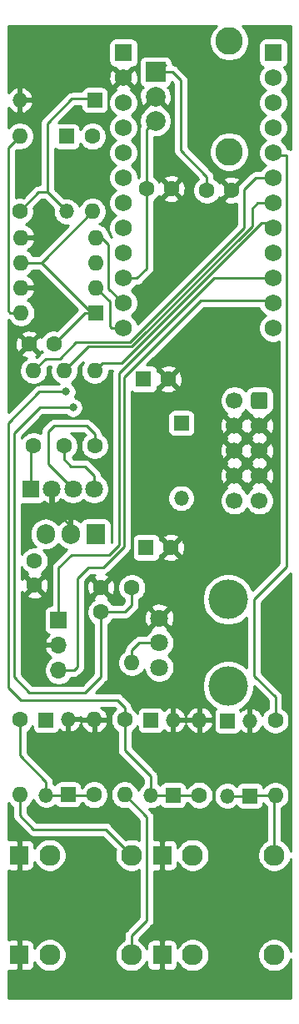
<source format=gbr>
%TF.GenerationSoftware,KiCad,Pcbnew,(5.1.6)-1*%
%TF.CreationDate,2021-07-09T22:50:55+02:00*%
%TF.ProjectId,Quantizer,5175616e-7469-47a6-9572-2e6b69636164,rev?*%
%TF.SameCoordinates,Original*%
%TF.FileFunction,Copper,L2,Bot*%
%TF.FilePolarity,Positive*%
%FSLAX46Y46*%
G04 Gerber Fmt 4.6, Leading zero omitted, Abs format (unit mm)*
G04 Created by KiCad (PCBNEW (5.1.6)-1) date 2021-07-09 22:50:55*
%MOMM*%
%LPD*%
G01*
G04 APERTURE LIST*
%TA.AperFunction,ComponentPad*%
%ADD10R,2.000000X2.000000*%
%TD*%
%TA.AperFunction,ComponentPad*%
%ADD11C,2.000000*%
%TD*%
%TA.AperFunction,ComponentPad*%
%ADD12C,2.800000*%
%TD*%
%TA.AperFunction,ComponentPad*%
%ADD13C,1.727200*%
%TD*%
%TA.AperFunction,ComponentPad*%
%ADD14R,1.727200X1.727200*%
%TD*%
%TA.AperFunction,ComponentPad*%
%ADD15O,1.905000X2.000000*%
%TD*%
%TA.AperFunction,ComponentPad*%
%ADD16R,1.905000X2.000000*%
%TD*%
%TA.AperFunction,ComponentPad*%
%ADD17C,1.700000*%
%TD*%
%TA.AperFunction,ComponentPad*%
%ADD18O,1.500000X1.500000*%
%TD*%
%TA.AperFunction,ComponentPad*%
%ADD19R,1.500000X1.500000*%
%TD*%
%TA.AperFunction,ComponentPad*%
%ADD20C,1.600000*%
%TD*%
%TA.AperFunction,ComponentPad*%
%ADD21R,1.600000X1.600000*%
%TD*%
%TA.AperFunction,ComponentPad*%
%ADD22O,1.700000X1.700000*%
%TD*%
%TA.AperFunction,ComponentPad*%
%ADD23R,1.700000X1.700000*%
%TD*%
%TA.AperFunction,ComponentPad*%
%ADD24C,1.800000*%
%TD*%
%TA.AperFunction,ComponentPad*%
%ADD25R,1.800000X1.800000*%
%TD*%
%TA.AperFunction,WasherPad*%
%ADD26C,4.000000*%
%TD*%
%TA.AperFunction,ComponentPad*%
%ADD27O,1.600000X1.600000*%
%TD*%
%TA.AperFunction,ComponentPad*%
%ADD28C,2.130000*%
%TD*%
%TA.AperFunction,ComponentPad*%
%ADD29R,1.830000X1.930000*%
%TD*%
%TA.AperFunction,ViaPad*%
%ADD30C,0.800000*%
%TD*%
%TA.AperFunction,Conductor*%
%ADD31C,0.600000*%
%TD*%
%TA.AperFunction,Conductor*%
%ADD32C,0.250000*%
%TD*%
%TA.AperFunction,Conductor*%
%ADD33C,0.254000*%
%TD*%
G04 APERTURE END LIST*
D10*
%TO.P,SW1,A*%
%TO.N,RotaryC*%
X187599600Y-67335400D03*
D11*
%TO.P,SW1,C*%
%TO.N,GND*%
X187599600Y-69835400D03*
%TO.P,SW1,B*%
%TO.N,RotaryB*%
X187599600Y-72335400D03*
D12*
%TO.P,SW1,MP*%
%TO.N,N/C*%
X195099600Y-64235400D03*
X195099600Y-75435400D03*
%TD*%
D13*
%TO.P,XA1,D9*%
%TO.N,RotaryC*%
X199580600Y-93345000D03*
%TO.P,XA1,D8*%
%TO.N,SW2*%
X199580600Y-90805000D03*
%TO.P,XA1,D7*%
%TO.N,SW1*%
X199580600Y-88265000D03*
%TO.P,XA1,D6*%
%TO.N,SlideCV*%
X199580600Y-85725000D03*
%TO.P,XA1,D5*%
%TO.N,Led2*%
X199580600Y-83185000D03*
%TO.P,XA1,D4*%
%TO.N,Led3*%
X199580600Y-80645000D03*
%TO.P,XA1,D3*%
%TO.N,Led1*%
X199580600Y-78105000D03*
%TO.P,XA1,D2*%
%TO.N,Trigger*%
X199580600Y-75565000D03*
%TO.P,XA1,L1*%
%TO.N,Net-(XA1-PadL1)*%
X199580600Y-73025000D03*
%TO.P,XA1,L0*%
%TO.N,Net-(XA1-PadL0)*%
X199580600Y-70485000D03*
%TO.P,XA1,D0*%
%TO.N,Net-(XA1-PadD0)*%
X199580600Y-67945000D03*
D14*
%TO.P,XA1,D1*%
%TO.N,Net-(XA1-PadD1)*%
X199580600Y-65405000D03*
D13*
%TO.P,XA1,D10*%
%TO.N,CS*%
X184340600Y-93345000D03*
D14*
%TO.P,XA1,VIN*%
%TO.N,+5V*%
X184340600Y-65405000D03*
D13*
%TO.P,XA1,GND2*%
%TO.N,GND*%
X184340600Y-67945000D03*
%TO.P,XA1,RST2*%
%TO.N,Net-(XA1-PadRST2)*%
X184340600Y-70485000D03*
%TO.P,XA1,5V1*%
%TO.N,Net-(XA1-Pad5V1)*%
X184340600Y-73025000D03*
%TO.P,XA1,A3*%
%TO.N,Net-(XA1-PadA3)*%
X184340600Y-75565000D03*
%TO.P,XA1,A2*%
%TO.N,Net-(XA1-PadA2)*%
X184340600Y-78105000D03*
%TO.P,XA1,A1*%
%TO.N,SlidePot*%
X184340600Y-80645000D03*
%TO.P,XA1,A0*%
%TO.N,CV*%
X184340600Y-83185000D03*
%TO.P,XA1,D13*%
%TO.N,SCK*%
X184340600Y-85725000D03*
%TO.P,XA1,D12*%
%TO.N,RotaryB*%
X184340600Y-88265000D03*
%TO.P,XA1,D11*%
%TO.N,SDI*%
X184340600Y-90805000D03*
%TD*%
D15*
%TO.P,U2,3*%
%TO.N,+5V*%
X176441200Y-114223800D03*
%TO.P,U2,2*%
%TO.N,GND*%
X178981200Y-114223800D03*
D16*
%TO.P,U2,1*%
%TO.N,Net-(C5-Pad1)*%
X181521200Y-114223800D03*
%TD*%
D17*
%TO.P,J5,10*%
%TO.N,+12V*%
X195630800Y-110845600D03*
%TO.P,J5,8*%
%TO.N,GND*%
X195630800Y-108305600D03*
%TO.P,J5,6*%
X195630800Y-105765600D03*
%TO.P,J5,4*%
X195630800Y-103225600D03*
%TO.P,J5,2*%
%TO.N,Net-(J5-Pad1)*%
X195630800Y-100685600D03*
%TO.P,J5,9*%
%TO.N,+12V*%
X198170800Y-110845600D03*
%TO.P,J5,7*%
%TO.N,GND*%
X198170800Y-108305600D03*
%TO.P,J5,5*%
X198170800Y-105765600D03*
%TO.P,J5,3*%
X198170800Y-103225600D03*
%TO.P,J5,1*%
%TO.N,Net-(J5-Pad1)*%
%TA.AperFunction,ComponentPad*%
G36*
G01*
X199020800Y-100085600D02*
X199020800Y-101285600D01*
G75*
G02*
X198770800Y-101535600I-250000J0D01*
G01*
X197570800Y-101535600D01*
G75*
G02*
X197320800Y-101285600I0J250000D01*
G01*
X197320800Y-100085600D01*
G75*
G02*
X197570800Y-99835600I250000J0D01*
G01*
X198770800Y-99835600D01*
G75*
G02*
X199020800Y-100085600I0J-250000D01*
G01*
G37*
%TD.AperFunction*%
%TD*%
D18*
%TO.P,D10,2*%
%TO.N,+12V*%
X190233400Y-110591600D03*
D19*
%TO.P,D10,1*%
%TO.N,Net-(C5-Pad1)*%
X190233400Y-102971600D03*
%TD*%
D20*
%TO.P,C7,2*%
%TO.N,GND*%
X175298200Y-119441600D03*
%TO.P,C7,1*%
%TO.N,+5V*%
X175298200Y-116941600D03*
%TD*%
%TO.P,C6,2*%
%TO.N,GND*%
X189159800Y-115595400D03*
D21*
%TO.P,C6,1*%
%TO.N,Net-(C5-Pad1)*%
X186659800Y-115595400D03*
%TD*%
D20*
%TO.P,C5,2*%
%TO.N,GND*%
X188898000Y-98501200D03*
D21*
%TO.P,C5,1*%
%TO.N,Net-(C5-Pad1)*%
X186398000Y-98501200D03*
%TD*%
D22*
%TO.P,SW2,3*%
%TO.N,SW2*%
X177769800Y-128041400D03*
%TO.P,SW2,2*%
%TO.N,GND*%
X177769800Y-125501400D03*
D23*
%TO.P,SW2,1*%
%TO.N,SW1*%
X177769800Y-122961400D03*
%TD*%
D24*
%TO.P,D7,4*%
%TO.N,Net-(D7-Pad4)*%
X181368800Y-109651800D03*
%TO.P,D7,3*%
%TO.N,Net-(D7-Pad3)*%
X179209800Y-109651800D03*
%TO.P,D7,2*%
%TO.N,GND*%
X177050800Y-109651800D03*
D25*
%TO.P,D7,1*%
%TO.N,Net-(D7-Pad1)*%
X174891800Y-109651800D03*
%TD*%
D26*
%TO.P,RV1,*%
%TO.N,*%
X194980600Y-129662000D03*
X194980600Y-120862000D03*
D24*
%TO.P,RV1,1*%
%TO.N,+5V*%
X187980600Y-127762000D03*
%TO.P,RV1,2*%
%TO.N,Net-(R1-Pad2)*%
X187980600Y-125262000D03*
%TO.P,RV1,3*%
%TO.N,GND*%
X187980600Y-122762000D03*
%TD*%
D27*
%TO.P,R10,2*%
%TO.N,Led3*%
X178320800Y-97663000D03*
D20*
%TO.P,R10,1*%
%TO.N,Net-(D7-Pad4)*%
X178320800Y-105283000D03*
%TD*%
D27*
%TO.P,R9,2*%
%TO.N,Led2*%
X181419600Y-97663000D03*
D20*
%TO.P,R9,1*%
%TO.N,Net-(D7-Pad3)*%
X181419600Y-105283000D03*
%TD*%
D27*
%TO.P,R8,2*%
%TO.N,Led1*%
X175222000Y-97663000D03*
D20*
%TO.P,R8,1*%
%TO.N,Net-(D7-Pad1)*%
X175222000Y-105283000D03*
%TD*%
D27*
%TO.P,R6,2*%
%TO.N,Net-(D5-Pad2)*%
X199783800Y-140741400D03*
D20*
%TO.P,R6,1*%
%TO.N,Trigger*%
X199783800Y-133121400D03*
%TD*%
D27*
%TO.P,R5,2*%
%TO.N,GND*%
X181368800Y-133070600D03*
D20*
%TO.P,R5,1*%
%TO.N,SlideCV*%
X181368800Y-140690600D03*
%TD*%
D27*
%TO.P,R4,2*%
%TO.N,GND*%
X192062200Y-133096000D03*
D20*
%TO.P,R4,1*%
%TO.N,CV*%
X192062200Y-140716000D03*
%TD*%
D27*
%TO.P,R3,2*%
%TO.N,Net-(J2-PadT)*%
X173825000Y-140690600D03*
D20*
%TO.P,R3,1*%
%TO.N,SlideCV*%
X173825000Y-133070600D03*
%TD*%
D27*
%TO.P,R2,2*%
%TO.N,Net-(J1-PadT)*%
X184467600Y-140690600D03*
D20*
%TO.P,R2,1*%
%TO.N,CV*%
X184467600Y-133070600D03*
%TD*%
D27*
%TO.P,R1,2*%
%TO.N,Net-(R1-Pad2)*%
X185212000Y-127279400D03*
D20*
%TO.P,R1,1*%
%TO.N,SlidePot*%
X185212000Y-119659400D03*
%TD*%
D28*
%TO.P,J3,T*%
%TO.N,Net-(D5-Pad2)*%
X199677600Y-146812000D03*
D29*
%TO.P,J3,S*%
%TO.N,GND*%
X188277600Y-146812000D03*
D28*
%TO.P,J3,TN*%
%TO.N,Net-(J3-PadTN)*%
X191377600Y-146812000D03*
%TD*%
%TO.P,J2,T*%
%TO.N,Net-(J2-PadT)*%
X185148800Y-146812000D03*
D29*
%TO.P,J2,S*%
%TO.N,GND*%
X173748800Y-146812000D03*
D28*
%TO.P,J2,TN*%
%TO.N,Net-(J2-PadTN)*%
X176848800Y-146812000D03*
%TD*%
%TO.P,J1,T*%
%TO.N,Net-(J1-PadT)*%
X185148800Y-156946600D03*
D29*
%TO.P,J1,S*%
%TO.N,GND*%
X173748800Y-156946600D03*
D28*
%TO.P,J1,TN*%
%TO.N,Net-(J1-PadTN)*%
X176848800Y-156946600D03*
%TD*%
D18*
%TO.P,D9,2*%
%TO.N,GND*%
X173807400Y-70205600D03*
D19*
%TO.P,D9,1*%
%TO.N,Net-(D8-Pad2)*%
X181427400Y-70205600D03*
%TD*%
D18*
%TO.P,D6,2*%
%TO.N,GND*%
X197200800Y-133172200D03*
D19*
%TO.P,D6,1*%
%TO.N,Net-(D5-Pad2)*%
X197200800Y-140792200D03*
%TD*%
D18*
%TO.P,D5,2*%
%TO.N,Net-(D5-Pad2)*%
X194907000Y-140792200D03*
D19*
%TO.P,D5,1*%
%TO.N,+5V*%
X194907000Y-133172200D03*
%TD*%
D18*
%TO.P,D4,2*%
%TO.N,GND*%
X178709600Y-133019800D03*
D19*
%TO.P,D4,1*%
%TO.N,SlideCV*%
X178709600Y-140639800D03*
%TD*%
D18*
%TO.P,D3,2*%
%TO.N,SlideCV*%
X176492000Y-140716000D03*
D19*
%TO.P,D3,1*%
%TO.N,+5V*%
X176492000Y-133096000D03*
%TD*%
D18*
%TO.P,D2,2*%
%TO.N,GND*%
X189377600Y-133096000D03*
D19*
%TO.P,D2,1*%
%TO.N,CV*%
X189377600Y-140716000D03*
%TD*%
D18*
%TO.P,D1,2*%
%TO.N,CV*%
X187134600Y-140741400D03*
D19*
%TO.P,D1,1*%
%TO.N,+5V*%
X187134600Y-133121400D03*
%TD*%
D20*
%TO.P,C3,2*%
%TO.N,GND*%
X195332000Y-79349600D03*
%TO.P,C3,1*%
%TO.N,RotaryC*%
X192832000Y-79349600D03*
%TD*%
%TO.P,C2,2*%
%TO.N,GND*%
X189210600Y-79197200D03*
%TO.P,C2,1*%
%TO.N,RotaryB*%
X186710600Y-79197200D03*
%TD*%
%TO.P,C1,2*%
%TO.N,GND*%
X182062400Y-119648600D03*
%TO.P,C1,1*%
%TO.N,SlidePot*%
X182062400Y-122148600D03*
%TD*%
D27*
%TO.P,U1,8*%
%TO.N,Net-(R12-Pad2)*%
X173942400Y-91770200D03*
%TO.P,U1,4*%
%TO.N,SDI*%
X181562400Y-84150200D03*
%TO.P,U1,7*%
%TO.N,GND*%
X173942400Y-89230200D03*
%TO.P,U1,3*%
%TO.N,SCK*%
X181562400Y-86690200D03*
%TO.P,U1,6*%
%TO.N,Net-(C4-Pad2)*%
X173942400Y-86690200D03*
%TO.P,U1,2*%
%TO.N,CS*%
X181562400Y-89230200D03*
%TO.P,U1,5*%
%TO.N,GND*%
X173942400Y-84150200D03*
D21*
%TO.P,U1,1*%
%TO.N,Net-(C4-Pad2)*%
X181562400Y-91770200D03*
%TD*%
D28*
%TO.P,J4,T*%
%TO.N,Net-(D8-Pad2)*%
X199677600Y-156946600D03*
D29*
%TO.P,J4,S*%
%TO.N,GND*%
X188277600Y-156946600D03*
D28*
%TO.P,J4,TN*%
%TO.N,Net-(J4-PadTN)*%
X191377600Y-156946600D03*
%TD*%
D18*
%TO.P,D8,2*%
%TO.N,Net-(D8-Pad2)*%
X178574800Y-81508600D03*
D19*
%TO.P,D8,1*%
%TO.N,+5V*%
X178574800Y-73888600D03*
%TD*%
D27*
%TO.P,R12,2*%
%TO.N,Net-(R12-Pad2)*%
X173807400Y-73863200D03*
D20*
%TO.P,R12,1*%
%TO.N,Net-(D8-Pad2)*%
X173807400Y-81483200D03*
%TD*%
D27*
%TO.P,R7,2*%
%TO.N,Net-(C4-Pad2)*%
X181191000Y-81508600D03*
D20*
%TO.P,R7,1*%
%TO.N,+5V*%
X181191000Y-73888600D03*
%TD*%
%TO.P,C4,2*%
%TO.N,Net-(C4-Pad2)*%
X177264800Y-94970600D03*
%TO.P,C4,1*%
%TO.N,GND*%
X174764800Y-94970600D03*
%TD*%
D30*
%TO.N,CV*%
X178531800Y-99796600D03*
%TO.N,SlidePot*%
X179217600Y-101396800D03*
%TD*%
D31*
%TO.N,GND*%
X177050800Y-109651800D02*
X177050800Y-111493400D01*
D32*
X178981200Y-113423800D02*
X178981200Y-114223800D01*
X177050800Y-111493400D02*
X178981200Y-113423800D01*
%TO.N,Net-(R12-Pad2)*%
X173942400Y-91770200D02*
X173604200Y-91770200D01*
X172842200Y-91770200D02*
X173942400Y-91770200D01*
X173807400Y-73863200D02*
X172650010Y-75020590D01*
X172650010Y-91578010D02*
X172842200Y-91770200D01*
X172650010Y-75020590D02*
X172650010Y-91578010D01*
%TO.N,Net-(C4-Pad2)*%
X176009400Y-86690200D02*
X181191000Y-81508600D01*
X173942400Y-86690200D02*
X176009400Y-86690200D01*
X181089400Y-91770200D02*
X176009400Y-86690200D01*
X181562400Y-91770200D02*
X181089400Y-91770200D01*
X180465200Y-91770200D02*
X177264800Y-94970600D01*
X181562400Y-91770200D02*
X180465200Y-91770200D01*
%TO.N,SDI*%
X181562400Y-84150200D02*
X182113200Y-84150200D01*
X182113200Y-84150200D02*
X182849800Y-84886800D01*
X182849800Y-89314200D02*
X184340600Y-90805000D01*
X182849800Y-84886800D02*
X182849800Y-89314200D01*
%TO.N,CS*%
X181562400Y-89230200D02*
X182976800Y-90644600D01*
X182976800Y-90644600D02*
X182976800Y-93167200D01*
X183154600Y-93345000D02*
X184340600Y-93345000D01*
X182976800Y-93167200D02*
X183154600Y-93345000D01*
%TO.N,RotaryB*%
X184340600Y-88265000D02*
X185720000Y-88265000D01*
X185720000Y-88265000D02*
X186685200Y-87299800D01*
X186710600Y-73173600D02*
X187523400Y-72360800D01*
X186710600Y-79197200D02*
X186710600Y-73173600D01*
X186685200Y-79222600D02*
X186710600Y-79197200D01*
X186685200Y-87299800D02*
X186685200Y-79222600D01*
%TO.N,SW2*%
X180741600Y-117602000D02*
X179649400Y-118694200D01*
X179344600Y-128041400D02*
X177769800Y-128041400D01*
X182292410Y-117602000D02*
X180741600Y-117602000D01*
X199301200Y-90525600D02*
X192188598Y-90525600D01*
X192188598Y-90525600D02*
X184392010Y-98322188D01*
X179649400Y-118694200D02*
X179649400Y-127736600D01*
X199580600Y-90805000D02*
X199301200Y-90525600D01*
X179649400Y-127736600D02*
X179344600Y-128041400D01*
X184392010Y-98322188D02*
X184392009Y-115502401D01*
X184392009Y-115502401D02*
X182292410Y-117602000D01*
%TO.N,SW1*%
X179090600Y-116332000D02*
X177769800Y-117652800D01*
X193543200Y-88265000D02*
X183942000Y-97866200D01*
X183942000Y-97866200D02*
X183942000Y-115316000D01*
X199580600Y-88265000D02*
X193543200Y-88265000D01*
X177769800Y-117652800D02*
X177769800Y-122961400D01*
X183942000Y-115316000D02*
X182926000Y-116332000D01*
X182926000Y-116332000D02*
X179090600Y-116332000D01*
%TO.N,SlideCV*%
X173825000Y-133070600D02*
X173825000Y-136720400D01*
X176492000Y-139387400D02*
X176492000Y-140716000D01*
X173825000Y-136720400D02*
X176492000Y-139387400D01*
X176492000Y-140716000D02*
X178727200Y-140716000D01*
X181343400Y-140716000D02*
X181368800Y-140690600D01*
X178727200Y-140716000D02*
X181343400Y-140716000D01*
%TO.N,Led3*%
X178320800Y-97663000D02*
X180766390Y-95217410D01*
X185169801Y-95217409D02*
X197429400Y-82957810D01*
X180766390Y-95217410D02*
X185169801Y-95217409D01*
X197429400Y-82957810D02*
X197429400Y-81203800D01*
X197988200Y-80645000D02*
X199580600Y-80645000D01*
X197429400Y-81203800D02*
X197988200Y-80645000D01*
%TO.N,Led2*%
X199353410Y-82957810D02*
X199580600Y-83185000D01*
X182219599Y-96863001D02*
X184160619Y-96863001D01*
X181419600Y-97663000D02*
X182219599Y-96863001D01*
X184160619Y-96863001D02*
X198394600Y-82629020D01*
X199024620Y-82629020D02*
X199580600Y-83185000D01*
X198394600Y-82629020D02*
X199024620Y-82629020D01*
%TO.N,Led1*%
X175222000Y-97663000D02*
X176441200Y-96443800D01*
X176441200Y-96443800D02*
X177871400Y-96443800D01*
X177871400Y-96443800D02*
X179547800Y-94767400D01*
X179547800Y-94767400D02*
X184983400Y-94767400D01*
X184983400Y-94767400D02*
X196616600Y-83134200D01*
X196616600Y-83134200D02*
X196616600Y-79273400D01*
X197785000Y-78105000D02*
X199580600Y-78105000D01*
X196616600Y-79273400D02*
X197785000Y-78105000D01*
%TO.N,Trigger*%
X199860000Y-75844400D02*
X199580600Y-75565000D01*
X200949990Y-75844400D02*
X199860000Y-75844400D01*
X199783800Y-133121400D02*
X199783800Y-130776800D01*
X197607200Y-128600200D02*
X197607200Y-120853200D01*
X199783800Y-130776800D02*
X197607200Y-128600200D01*
X197607200Y-120853200D02*
X200949990Y-117510410D01*
X200949990Y-117510410D02*
X200949990Y-75844400D01*
%TO.N,Net-(XA1-PadD1)*%
X199580600Y-65405000D02*
X200067600Y-65405000D01*
%TO.N,CV*%
X184467600Y-133070600D02*
X184467600Y-136161600D01*
X187134600Y-138828600D02*
X187134600Y-140741400D01*
X184467600Y-136161600D02*
X187134600Y-138828600D01*
X187134600Y-140741400D02*
X189344400Y-140741400D01*
X192036800Y-140741400D02*
X192062200Y-140716000D01*
X189344400Y-140741400D02*
X192036800Y-140741400D01*
X184467600Y-133070600D02*
X184467600Y-131818200D01*
X184467600Y-131818200D02*
X183713400Y-131064000D01*
X173909000Y-131064000D02*
X172650010Y-129805010D01*
X183713400Y-131064000D02*
X173909000Y-131064000D01*
X172650010Y-129805010D02*
X172650010Y-102960590D01*
X172650010Y-102960590D02*
X175814000Y-99796600D01*
X175814000Y-99796600D02*
X178531800Y-99796600D01*
X178531800Y-99796600D02*
X178531800Y-99796600D01*
%TO.N,RotaryC*%
X190165000Y-75311000D02*
X192832000Y-77978000D01*
X190165000Y-68199000D02*
X190165000Y-75311000D01*
X186888400Y-66649600D02*
X188615600Y-66649600D01*
X192832000Y-77978000D02*
X192832000Y-79349600D01*
X189301400Y-67335400D02*
X190165000Y-68199000D01*
X187599600Y-67335400D02*
X189301400Y-67335400D01*
%TO.N,SlidePot*%
X182062400Y-122148600D02*
X184500800Y-122148600D01*
X185212000Y-121437400D02*
X185212000Y-119659400D01*
X184500800Y-122148600D02*
X185212000Y-121437400D01*
X182062400Y-122148600D02*
X182062400Y-128701800D01*
X182062400Y-128701800D02*
X180462200Y-130302000D01*
X180462200Y-130302000D02*
X174798000Y-130302000D01*
X174798000Y-130302000D02*
X173248600Y-128752600D01*
X173248600Y-128752600D02*
X173248600Y-103987600D01*
X173248600Y-103987600D02*
X175839400Y-101396800D01*
X175839400Y-101396800D02*
X179217600Y-101396800D01*
X179217600Y-101396800D02*
X179217600Y-101396800D01*
%TO.N,Net-(R1-Pad2)*%
X185212000Y-127279400D02*
X185212000Y-125984000D01*
X185934000Y-125262000D02*
X187980600Y-125262000D01*
X185212000Y-125984000D02*
X185934000Y-125262000D01*
%TO.N,Net-(D7-Pad4)*%
X181419600Y-109601000D02*
X181368800Y-109651800D01*
X181368800Y-109651800D02*
X181368800Y-108297800D01*
X181368800Y-108297800D02*
X180436800Y-107365800D01*
X180436800Y-107365800D02*
X179039800Y-107365800D01*
X178320800Y-106646800D02*
X178320800Y-105283000D01*
X179039800Y-107365800D02*
X178320800Y-106646800D01*
%TO.N,Net-(D7-Pad3)*%
X179209800Y-109651800D02*
X176703000Y-107145000D01*
X176703000Y-107145000D02*
X176703000Y-103835200D01*
X176703000Y-103835200D02*
X177287200Y-103251000D01*
X177287200Y-103251000D02*
X180614600Y-103251000D01*
X181419600Y-104056000D02*
X181419600Y-105283000D01*
X180614600Y-103251000D02*
X181419600Y-104056000D01*
%TO.N,Net-(J2-PadT)*%
X185148800Y-146812000D02*
X182532600Y-144195800D01*
X182532600Y-144195800D02*
X175204400Y-144195800D01*
X173825000Y-142816400D02*
X173825000Y-140690600D01*
X175204400Y-144195800D02*
X173825000Y-142816400D01*
%TO.N,Net-(J1-PadT)*%
X184467600Y-140690600D02*
X186736000Y-142959000D01*
X186736000Y-142959000D02*
X186736000Y-153416000D01*
X185148800Y-155003200D02*
X185148800Y-156946600D01*
X186736000Y-153416000D02*
X185148800Y-155003200D01*
%TO.N,Net-(D5-Pad2)*%
X199677600Y-140847600D02*
X199783800Y-140741400D01*
X199677600Y-146812000D02*
X199677600Y-140847600D01*
X197193000Y-140741400D02*
X197142200Y-140792200D01*
X199783800Y-140741400D02*
X197193000Y-140741400D01*
X194907000Y-140792200D02*
X197142200Y-140792200D01*
%TO.N,Net-(D8-Pad2)*%
X178574800Y-81508600D02*
X176626800Y-79560600D01*
X176626800Y-79560600D02*
X176626800Y-72567800D01*
X179116000Y-70078600D02*
X176626800Y-72567800D01*
X181351200Y-70078600D02*
X179116000Y-70078600D01*
X175730000Y-79560600D02*
X176626800Y-79560600D01*
X173807400Y-81483200D02*
X175730000Y-79560600D01*
%TO.N,Net-(D7-Pad1)*%
X174891800Y-105613200D02*
X175222000Y-105283000D01*
X174891800Y-109651800D02*
X174891800Y-105613200D01*
%TD*%
D33*
%TO.N,GND*%
G36*
X198252558Y-91514853D02*
G01*
X198416561Y-91760302D01*
X198625298Y-91969039D01*
X198783881Y-92075000D01*
X198625298Y-92180961D01*
X198416561Y-92389698D01*
X198252558Y-92635147D01*
X198139590Y-92907875D01*
X198082000Y-93197401D01*
X198082000Y-93492599D01*
X198139590Y-93782125D01*
X198252558Y-94054853D01*
X198416561Y-94300302D01*
X198625298Y-94509039D01*
X198870747Y-94673042D01*
X199143475Y-94786010D01*
X199433001Y-94843600D01*
X199728199Y-94843600D01*
X200017725Y-94786010D01*
X200189991Y-94714655D01*
X200189990Y-117195608D01*
X197449276Y-119936323D01*
X197315707Y-119613859D01*
X197027338Y-119182285D01*
X196660315Y-118815262D01*
X196228741Y-118526893D01*
X195749201Y-118328261D01*
X195240125Y-118227000D01*
X194721075Y-118227000D01*
X194211999Y-118328261D01*
X193732459Y-118526893D01*
X193300885Y-118815262D01*
X192933862Y-119182285D01*
X192645493Y-119613859D01*
X192446861Y-120093399D01*
X192345600Y-120602475D01*
X192345600Y-121121525D01*
X192446861Y-121630601D01*
X192645493Y-122110141D01*
X192933862Y-122541715D01*
X193300885Y-122908738D01*
X193732459Y-123197107D01*
X194211999Y-123395739D01*
X194721075Y-123497000D01*
X195240125Y-123497000D01*
X195749201Y-123395739D01*
X196228741Y-123197107D01*
X196660315Y-122908738D01*
X196847201Y-122721852D01*
X196847200Y-127802147D01*
X196660315Y-127615262D01*
X196228741Y-127326893D01*
X195749201Y-127128261D01*
X195240125Y-127027000D01*
X194721075Y-127027000D01*
X194211999Y-127128261D01*
X193732459Y-127326893D01*
X193300885Y-127615262D01*
X192933862Y-127982285D01*
X192645493Y-128413859D01*
X192446861Y-128893399D01*
X192345600Y-129402475D01*
X192345600Y-129921525D01*
X192446861Y-130430601D01*
X192645493Y-130910141D01*
X192933862Y-131341715D01*
X193300885Y-131708738D01*
X193701422Y-131976368D01*
X193626463Y-132067706D01*
X193567498Y-132178020D01*
X193531188Y-132297718D01*
X193518928Y-132422200D01*
X193518928Y-133922200D01*
X193531188Y-134046682D01*
X193567498Y-134166380D01*
X193626463Y-134276694D01*
X193705815Y-134373385D01*
X193802506Y-134452737D01*
X193912820Y-134511702D01*
X194032518Y-134548012D01*
X194157000Y-134560272D01*
X195657000Y-134560272D01*
X195781482Y-134548012D01*
X195901180Y-134511702D01*
X196011494Y-134452737D01*
X196108185Y-134373385D01*
X196187537Y-134276694D01*
X196244865Y-134169443D01*
X196274251Y-134201640D01*
X196492888Y-134362620D01*
X196738730Y-134477853D01*
X196859615Y-134514518D01*
X197073800Y-134391856D01*
X197073800Y-133299200D01*
X197053800Y-133299200D01*
X197053800Y-133045200D01*
X197073800Y-133045200D01*
X197073800Y-131952544D01*
X196859615Y-131829882D01*
X196738730Y-131866547D01*
X196492888Y-131981780D01*
X196274251Y-132142760D01*
X196244865Y-132174957D01*
X196187537Y-132067706D01*
X196154750Y-132027755D01*
X196228741Y-131997107D01*
X196660315Y-131708738D01*
X197027338Y-131341715D01*
X197315707Y-130910141D01*
X197514339Y-130430601D01*
X197615600Y-129921525D01*
X197615600Y-129683401D01*
X199023801Y-131091603D01*
X199023801Y-131903356D01*
X198869041Y-132006763D01*
X198669163Y-132206641D01*
X198512120Y-132441673D01*
X198453490Y-132583218D01*
X198450769Y-132575696D01*
X198310379Y-132343301D01*
X198127349Y-132142760D01*
X197908712Y-131981780D01*
X197662870Y-131866547D01*
X197541985Y-131829882D01*
X197327800Y-131952544D01*
X197327800Y-133045200D01*
X197347800Y-133045200D01*
X197347800Y-133299200D01*
X197327800Y-133299200D01*
X197327800Y-134391856D01*
X197541985Y-134514518D01*
X197662870Y-134477853D01*
X197908712Y-134362620D01*
X198127349Y-134201640D01*
X198310379Y-134001099D01*
X198450769Y-133768704D01*
X198473109Y-133706945D01*
X198512120Y-133801127D01*
X198669163Y-134036159D01*
X198869041Y-134236037D01*
X199104073Y-134393080D01*
X199365226Y-134501253D01*
X199642465Y-134556400D01*
X199925135Y-134556400D01*
X200202374Y-134501253D01*
X200463527Y-134393080D01*
X200698559Y-134236037D01*
X200898437Y-134036159D01*
X201055480Y-133801127D01*
X201163653Y-133539974D01*
X201218800Y-133262735D01*
X201218800Y-132980065D01*
X201163653Y-132702826D01*
X201055480Y-132441673D01*
X200898437Y-132206641D01*
X200698559Y-132006763D01*
X200543800Y-131903357D01*
X200543800Y-130814122D01*
X200547476Y-130776799D01*
X200543800Y-130739476D01*
X200543800Y-130739467D01*
X200532803Y-130627814D01*
X200489346Y-130484553D01*
X200418774Y-130352524D01*
X200323801Y-130236799D01*
X200294803Y-130213001D01*
X198367200Y-128285399D01*
X198367200Y-121168001D01*
X201340000Y-118195202D01*
X201340000Y-146455537D01*
X201312270Y-146316128D01*
X201184121Y-146006748D01*
X200998077Y-145728313D01*
X200761287Y-145491523D01*
X200482852Y-145305479D01*
X200437600Y-145286735D01*
X200437600Y-142023819D01*
X200463527Y-142013080D01*
X200698559Y-141856037D01*
X200898437Y-141656159D01*
X201055480Y-141421127D01*
X201163653Y-141159974D01*
X201218800Y-140882735D01*
X201218800Y-140600065D01*
X201163653Y-140322826D01*
X201055480Y-140061673D01*
X200898437Y-139826641D01*
X200698559Y-139626763D01*
X200463527Y-139469720D01*
X200202374Y-139361547D01*
X199925135Y-139306400D01*
X199642465Y-139306400D01*
X199365226Y-139361547D01*
X199104073Y-139469720D01*
X198869041Y-139626763D01*
X198669163Y-139826641D01*
X198580684Y-139959060D01*
X198576612Y-139917718D01*
X198540302Y-139798020D01*
X198481337Y-139687706D01*
X198401985Y-139591015D01*
X198305294Y-139511663D01*
X198194980Y-139452698D01*
X198075282Y-139416388D01*
X197950800Y-139404128D01*
X196450800Y-139404128D01*
X196326318Y-139416388D01*
X196206620Y-139452698D01*
X196096306Y-139511663D01*
X195999615Y-139591015D01*
X195920263Y-139687706D01*
X195864853Y-139791368D01*
X195789886Y-139716401D01*
X195563043Y-139564829D01*
X195310989Y-139460425D01*
X195043411Y-139407200D01*
X194770589Y-139407200D01*
X194503011Y-139460425D01*
X194250957Y-139564829D01*
X194024114Y-139716401D01*
X193831201Y-139909314D01*
X193679629Y-140136157D01*
X193575225Y-140388211D01*
X193522000Y-140655789D01*
X193522000Y-140928611D01*
X193575225Y-141196189D01*
X193679629Y-141448243D01*
X193831201Y-141675086D01*
X194024114Y-141867999D01*
X194250957Y-142019571D01*
X194503011Y-142123975D01*
X194770589Y-142177200D01*
X195043411Y-142177200D01*
X195310989Y-142123975D01*
X195563043Y-142019571D01*
X195789886Y-141867999D01*
X195864853Y-141793032D01*
X195920263Y-141896694D01*
X195999615Y-141993385D01*
X196096306Y-142072737D01*
X196206620Y-142131702D01*
X196326318Y-142168012D01*
X196450800Y-142180272D01*
X197950800Y-142180272D01*
X198075282Y-142168012D01*
X198194980Y-142131702D01*
X198305294Y-142072737D01*
X198401985Y-141993385D01*
X198481337Y-141896694D01*
X198540302Y-141786380D01*
X198576612Y-141666682D01*
X198588872Y-141542200D01*
X198588872Y-141535995D01*
X198669163Y-141656159D01*
X198869041Y-141856037D01*
X198917601Y-141888484D01*
X198917600Y-145286735D01*
X198872348Y-145305479D01*
X198593913Y-145491523D01*
X198357123Y-145728313D01*
X198171079Y-146006748D01*
X198042930Y-146316128D01*
X197977600Y-146644565D01*
X197977600Y-146979435D01*
X198042930Y-147307872D01*
X198171079Y-147617252D01*
X198357123Y-147895687D01*
X198593913Y-148132477D01*
X198872348Y-148318521D01*
X199181728Y-148446670D01*
X199510165Y-148512000D01*
X199845035Y-148512000D01*
X200173472Y-148446670D01*
X200482852Y-148318521D01*
X200761287Y-148132477D01*
X200998077Y-147895687D01*
X201184121Y-147617252D01*
X201312270Y-147307872D01*
X201340000Y-147168463D01*
X201340000Y-156590137D01*
X201312270Y-156450728D01*
X201184121Y-156141348D01*
X200998077Y-155862913D01*
X200761287Y-155626123D01*
X200482852Y-155440079D01*
X200173472Y-155311930D01*
X199845035Y-155246600D01*
X199510165Y-155246600D01*
X199181728Y-155311930D01*
X198872348Y-155440079D01*
X198593913Y-155626123D01*
X198357123Y-155862913D01*
X198171079Y-156141348D01*
X198042930Y-156450728D01*
X197977600Y-156779165D01*
X197977600Y-157114035D01*
X198042930Y-157442472D01*
X198171079Y-157751852D01*
X198357123Y-158030287D01*
X198593913Y-158267077D01*
X198872348Y-158453121D01*
X199181728Y-158581270D01*
X199510165Y-158646600D01*
X199845035Y-158646600D01*
X200173472Y-158581270D01*
X200482852Y-158453121D01*
X200761287Y-158267077D01*
X200998077Y-158030287D01*
X201184121Y-157751852D01*
X201312270Y-157442472D01*
X201340000Y-157303063D01*
X201340000Y-161340000D01*
X172660000Y-161340000D01*
X172660000Y-158522452D01*
X172709318Y-158537412D01*
X172833800Y-158549672D01*
X173463050Y-158546600D01*
X173621800Y-158387850D01*
X173621800Y-157073600D01*
X173601800Y-157073600D01*
X173601800Y-156819600D01*
X173621800Y-156819600D01*
X173621800Y-155505350D01*
X173875800Y-155505350D01*
X173875800Y-156819600D01*
X173895800Y-156819600D01*
X173895800Y-157073600D01*
X173875800Y-157073600D01*
X173875800Y-158387850D01*
X174034550Y-158546600D01*
X174663800Y-158549672D01*
X174788282Y-158537412D01*
X174907980Y-158501102D01*
X175018294Y-158442137D01*
X175114985Y-158362785D01*
X175194337Y-158266094D01*
X175253302Y-158155780D01*
X175289612Y-158036082D01*
X175301872Y-157911600D01*
X175300695Y-157651460D01*
X175342279Y-157751852D01*
X175528323Y-158030287D01*
X175765113Y-158267077D01*
X176043548Y-158453121D01*
X176352928Y-158581270D01*
X176681365Y-158646600D01*
X177016235Y-158646600D01*
X177344672Y-158581270D01*
X177654052Y-158453121D01*
X177932487Y-158267077D01*
X178169277Y-158030287D01*
X178355321Y-157751852D01*
X178483470Y-157442472D01*
X178548800Y-157114035D01*
X178548800Y-156779165D01*
X178483470Y-156450728D01*
X178355321Y-156141348D01*
X178169277Y-155862913D01*
X177932487Y-155626123D01*
X177654052Y-155440079D01*
X177344672Y-155311930D01*
X177016235Y-155246600D01*
X176681365Y-155246600D01*
X176352928Y-155311930D01*
X176043548Y-155440079D01*
X175765113Y-155626123D01*
X175528323Y-155862913D01*
X175342279Y-156141348D01*
X175300695Y-156241740D01*
X175301872Y-155981600D01*
X175289612Y-155857118D01*
X175253302Y-155737420D01*
X175194337Y-155627106D01*
X175114985Y-155530415D01*
X175018294Y-155451063D01*
X174907980Y-155392098D01*
X174788282Y-155355788D01*
X174663800Y-155343528D01*
X174034550Y-155346600D01*
X173875800Y-155505350D01*
X173621800Y-155505350D01*
X173463050Y-155346600D01*
X172833800Y-155343528D01*
X172709318Y-155355788D01*
X172660000Y-155370748D01*
X172660000Y-148387852D01*
X172709318Y-148402812D01*
X172833800Y-148415072D01*
X173463050Y-148412000D01*
X173621800Y-148253250D01*
X173621800Y-146939000D01*
X173601800Y-146939000D01*
X173601800Y-146685000D01*
X173621800Y-146685000D01*
X173621800Y-145370750D01*
X173875800Y-145370750D01*
X173875800Y-146685000D01*
X173895800Y-146685000D01*
X173895800Y-146939000D01*
X173875800Y-146939000D01*
X173875800Y-148253250D01*
X174034550Y-148412000D01*
X174663800Y-148415072D01*
X174788282Y-148402812D01*
X174907980Y-148366502D01*
X175018294Y-148307537D01*
X175114985Y-148228185D01*
X175194337Y-148131494D01*
X175253302Y-148021180D01*
X175289612Y-147901482D01*
X175301872Y-147777000D01*
X175300695Y-147516860D01*
X175342279Y-147617252D01*
X175528323Y-147895687D01*
X175765113Y-148132477D01*
X176043548Y-148318521D01*
X176352928Y-148446670D01*
X176681365Y-148512000D01*
X177016235Y-148512000D01*
X177344672Y-148446670D01*
X177654052Y-148318521D01*
X177932487Y-148132477D01*
X178169277Y-147895687D01*
X178355321Y-147617252D01*
X178483470Y-147307872D01*
X178548800Y-146979435D01*
X178548800Y-146644565D01*
X178483470Y-146316128D01*
X178355321Y-146006748D01*
X178169277Y-145728313D01*
X177932487Y-145491523D01*
X177654052Y-145305479D01*
X177344672Y-145177330D01*
X177016235Y-145112000D01*
X176681365Y-145112000D01*
X176352928Y-145177330D01*
X176043548Y-145305479D01*
X175765113Y-145491523D01*
X175528323Y-145728313D01*
X175342279Y-146006748D01*
X175300695Y-146107140D01*
X175301872Y-145847000D01*
X175289612Y-145722518D01*
X175253302Y-145602820D01*
X175194337Y-145492506D01*
X175114985Y-145395815D01*
X175018294Y-145316463D01*
X174907980Y-145257498D01*
X174788282Y-145221188D01*
X174663800Y-145208928D01*
X174034550Y-145212000D01*
X173875800Y-145370750D01*
X173621800Y-145370750D01*
X173463050Y-145212000D01*
X172833800Y-145208928D01*
X172709318Y-145221188D01*
X172660000Y-145236148D01*
X172660000Y-141529985D01*
X172710363Y-141605359D01*
X172910241Y-141805237D01*
X173065000Y-141908644D01*
X173065000Y-142779077D01*
X173061324Y-142816400D01*
X173065000Y-142853722D01*
X173065000Y-142853732D01*
X173075997Y-142965385D01*
X173119253Y-143107985D01*
X173119454Y-143108646D01*
X173190026Y-143240676D01*
X173198701Y-143251246D01*
X173284999Y-143356401D01*
X173314003Y-143380204D01*
X174640600Y-144706802D01*
X174664399Y-144735801D01*
X174780124Y-144830774D01*
X174912153Y-144901346D01*
X175055414Y-144944803D01*
X175167067Y-144955800D01*
X175167076Y-144955800D01*
X175204399Y-144959476D01*
X175241722Y-144955800D01*
X182217799Y-144955800D01*
X183532874Y-146270876D01*
X183514130Y-146316128D01*
X183448800Y-146644565D01*
X183448800Y-146979435D01*
X183514130Y-147307872D01*
X183642279Y-147617252D01*
X183828323Y-147895687D01*
X184065113Y-148132477D01*
X184343548Y-148318521D01*
X184652928Y-148446670D01*
X184981365Y-148512000D01*
X185316235Y-148512000D01*
X185644672Y-148446670D01*
X185954052Y-148318521D01*
X185976001Y-148303855D01*
X185976001Y-153101197D01*
X184637803Y-154439396D01*
X184608799Y-154463199D01*
X184553671Y-154530374D01*
X184513826Y-154578924D01*
X184443255Y-154710953D01*
X184443254Y-154710954D01*
X184399797Y-154854215D01*
X184388800Y-154965868D01*
X184388800Y-154965878D01*
X184385124Y-155003200D01*
X184388800Y-155040523D01*
X184388800Y-155421335D01*
X184343548Y-155440079D01*
X184065113Y-155626123D01*
X183828323Y-155862913D01*
X183642279Y-156141348D01*
X183514130Y-156450728D01*
X183448800Y-156779165D01*
X183448800Y-157114035D01*
X183514130Y-157442472D01*
X183642279Y-157751852D01*
X183828323Y-158030287D01*
X184065113Y-158267077D01*
X184343548Y-158453121D01*
X184652928Y-158581270D01*
X184981365Y-158646600D01*
X185316235Y-158646600D01*
X185644672Y-158581270D01*
X185954052Y-158453121D01*
X186232487Y-158267077D01*
X186469277Y-158030287D01*
X186655321Y-157751852D01*
X186726022Y-157581163D01*
X186724528Y-157911600D01*
X186736788Y-158036082D01*
X186773098Y-158155780D01*
X186832063Y-158266094D01*
X186911415Y-158362785D01*
X187008106Y-158442137D01*
X187118420Y-158501102D01*
X187238118Y-158537412D01*
X187362600Y-158549672D01*
X187991850Y-158546600D01*
X188150600Y-158387850D01*
X188150600Y-157073600D01*
X188130600Y-157073600D01*
X188130600Y-156819600D01*
X188150600Y-156819600D01*
X188150600Y-155505350D01*
X188404600Y-155505350D01*
X188404600Y-156819600D01*
X188424600Y-156819600D01*
X188424600Y-157073600D01*
X188404600Y-157073600D01*
X188404600Y-158387850D01*
X188563350Y-158546600D01*
X189192600Y-158549672D01*
X189317082Y-158537412D01*
X189436780Y-158501102D01*
X189547094Y-158442137D01*
X189643785Y-158362785D01*
X189723137Y-158266094D01*
X189782102Y-158155780D01*
X189818412Y-158036082D01*
X189830672Y-157911600D01*
X189829495Y-157651460D01*
X189871079Y-157751852D01*
X190057123Y-158030287D01*
X190293913Y-158267077D01*
X190572348Y-158453121D01*
X190881728Y-158581270D01*
X191210165Y-158646600D01*
X191545035Y-158646600D01*
X191873472Y-158581270D01*
X192182852Y-158453121D01*
X192461287Y-158267077D01*
X192698077Y-158030287D01*
X192884121Y-157751852D01*
X193012270Y-157442472D01*
X193077600Y-157114035D01*
X193077600Y-156779165D01*
X193012270Y-156450728D01*
X192884121Y-156141348D01*
X192698077Y-155862913D01*
X192461287Y-155626123D01*
X192182852Y-155440079D01*
X191873472Y-155311930D01*
X191545035Y-155246600D01*
X191210165Y-155246600D01*
X190881728Y-155311930D01*
X190572348Y-155440079D01*
X190293913Y-155626123D01*
X190057123Y-155862913D01*
X189871079Y-156141348D01*
X189829495Y-156241740D01*
X189830672Y-155981600D01*
X189818412Y-155857118D01*
X189782102Y-155737420D01*
X189723137Y-155627106D01*
X189643785Y-155530415D01*
X189547094Y-155451063D01*
X189436780Y-155392098D01*
X189317082Y-155355788D01*
X189192600Y-155343528D01*
X188563350Y-155346600D01*
X188404600Y-155505350D01*
X188150600Y-155505350D01*
X187991850Y-155346600D01*
X187362600Y-155343528D01*
X187238118Y-155355788D01*
X187118420Y-155392098D01*
X187008106Y-155451063D01*
X186911415Y-155530415D01*
X186832063Y-155627106D01*
X186773098Y-155737420D01*
X186736788Y-155857118D01*
X186724528Y-155981600D01*
X186726022Y-156312037D01*
X186655321Y-156141348D01*
X186469277Y-155862913D01*
X186232487Y-155626123D01*
X185954052Y-155440079D01*
X185908800Y-155421335D01*
X185908800Y-155318001D01*
X187247003Y-153979799D01*
X187276001Y-153956001D01*
X187370974Y-153840276D01*
X187441546Y-153708247D01*
X187485003Y-153564986D01*
X187496000Y-153453333D01*
X187496000Y-153453325D01*
X187499676Y-153416000D01*
X187496000Y-153378675D01*
X187496000Y-148414421D01*
X187991850Y-148412000D01*
X188150600Y-148253250D01*
X188150600Y-146939000D01*
X188130600Y-146939000D01*
X188130600Y-146685000D01*
X188150600Y-146685000D01*
X188150600Y-145370750D01*
X188404600Y-145370750D01*
X188404600Y-146685000D01*
X188424600Y-146685000D01*
X188424600Y-146939000D01*
X188404600Y-146939000D01*
X188404600Y-148253250D01*
X188563350Y-148412000D01*
X189192600Y-148415072D01*
X189317082Y-148402812D01*
X189436780Y-148366502D01*
X189547094Y-148307537D01*
X189643785Y-148228185D01*
X189723137Y-148131494D01*
X189782102Y-148021180D01*
X189818412Y-147901482D01*
X189830672Y-147777000D01*
X189829495Y-147516860D01*
X189871079Y-147617252D01*
X190057123Y-147895687D01*
X190293913Y-148132477D01*
X190572348Y-148318521D01*
X190881728Y-148446670D01*
X191210165Y-148512000D01*
X191545035Y-148512000D01*
X191873472Y-148446670D01*
X192182852Y-148318521D01*
X192461287Y-148132477D01*
X192698077Y-147895687D01*
X192884121Y-147617252D01*
X193012270Y-147307872D01*
X193077600Y-146979435D01*
X193077600Y-146644565D01*
X193012270Y-146316128D01*
X192884121Y-146006748D01*
X192698077Y-145728313D01*
X192461287Y-145491523D01*
X192182852Y-145305479D01*
X191873472Y-145177330D01*
X191545035Y-145112000D01*
X191210165Y-145112000D01*
X190881728Y-145177330D01*
X190572348Y-145305479D01*
X190293913Y-145491523D01*
X190057123Y-145728313D01*
X189871079Y-146006748D01*
X189829495Y-146107140D01*
X189830672Y-145847000D01*
X189818412Y-145722518D01*
X189782102Y-145602820D01*
X189723137Y-145492506D01*
X189643785Y-145395815D01*
X189547094Y-145316463D01*
X189436780Y-145257498D01*
X189317082Y-145221188D01*
X189192600Y-145208928D01*
X188563350Y-145212000D01*
X188404600Y-145370750D01*
X188150600Y-145370750D01*
X187991850Y-145212000D01*
X187496000Y-145209579D01*
X187496000Y-142996322D01*
X187499676Y-142958999D01*
X187496000Y-142921676D01*
X187496000Y-142921667D01*
X187485003Y-142810014D01*
X187441546Y-142666753D01*
X187370975Y-142534725D01*
X187370974Y-142534723D01*
X187299799Y-142447997D01*
X187276001Y-142418999D01*
X187247004Y-142395202D01*
X186973239Y-142121437D01*
X186998189Y-142126400D01*
X187271011Y-142126400D01*
X187538589Y-142073175D01*
X187790643Y-141968771D01*
X188017486Y-141817199D01*
X188068196Y-141766489D01*
X188097063Y-141820494D01*
X188176415Y-141917185D01*
X188273106Y-141996537D01*
X188383420Y-142055502D01*
X188503118Y-142091812D01*
X188627600Y-142104072D01*
X190127600Y-142104072D01*
X190252082Y-142091812D01*
X190371780Y-142055502D01*
X190482094Y-141996537D01*
X190578785Y-141917185D01*
X190658137Y-141820494D01*
X190717102Y-141710180D01*
X190753412Y-141590482D01*
X190762186Y-141501400D01*
X190861128Y-141501400D01*
X190947563Y-141630759D01*
X191147441Y-141830637D01*
X191382473Y-141987680D01*
X191643626Y-142095853D01*
X191920865Y-142151000D01*
X192203535Y-142151000D01*
X192480774Y-142095853D01*
X192741927Y-141987680D01*
X192976959Y-141830637D01*
X193176837Y-141630759D01*
X193333880Y-141395727D01*
X193442053Y-141134574D01*
X193497200Y-140857335D01*
X193497200Y-140574665D01*
X193442053Y-140297426D01*
X193333880Y-140036273D01*
X193176837Y-139801241D01*
X192976959Y-139601363D01*
X192741927Y-139444320D01*
X192480774Y-139336147D01*
X192203535Y-139281000D01*
X191920865Y-139281000D01*
X191643626Y-139336147D01*
X191382473Y-139444320D01*
X191147441Y-139601363D01*
X190947563Y-139801241D01*
X190827185Y-139981400D01*
X190765672Y-139981400D01*
X190765672Y-139966000D01*
X190753412Y-139841518D01*
X190717102Y-139721820D01*
X190658137Y-139611506D01*
X190578785Y-139514815D01*
X190482094Y-139435463D01*
X190371780Y-139376498D01*
X190252082Y-139340188D01*
X190127600Y-139327928D01*
X188627600Y-139327928D01*
X188503118Y-139340188D01*
X188383420Y-139376498D01*
X188273106Y-139435463D01*
X188176415Y-139514815D01*
X188097063Y-139611506D01*
X188050501Y-139698616D01*
X188017486Y-139665601D01*
X187894600Y-139583491D01*
X187894600Y-138865933D01*
X187898277Y-138828600D01*
X187883603Y-138679614D01*
X187840146Y-138536353D01*
X187769574Y-138404324D01*
X187698399Y-138317597D01*
X187674601Y-138288599D01*
X187645604Y-138264802D01*
X185227600Y-135846799D01*
X185227600Y-134288643D01*
X185382359Y-134185237D01*
X185582237Y-133985359D01*
X185739280Y-133750327D01*
X185746528Y-133732829D01*
X185746528Y-133871400D01*
X185758788Y-133995882D01*
X185795098Y-134115580D01*
X185854063Y-134225894D01*
X185933415Y-134322585D01*
X186030106Y-134401937D01*
X186140420Y-134460902D01*
X186260118Y-134497212D01*
X186384600Y-134509472D01*
X187884600Y-134509472D01*
X188009082Y-134497212D01*
X188128780Y-134460902D01*
X188239094Y-134401937D01*
X188335785Y-134322585D01*
X188415137Y-134225894D01*
X188463810Y-134134834D01*
X188669688Y-134286420D01*
X188915530Y-134401653D01*
X189036415Y-134438318D01*
X189250600Y-134315656D01*
X189250600Y-133223000D01*
X189504600Y-133223000D01*
X189504600Y-134315656D01*
X189718785Y-134438318D01*
X189839670Y-134401653D01*
X190085512Y-134286420D01*
X190304149Y-134125440D01*
X190487179Y-133924899D01*
X190627569Y-133692504D01*
X190693569Y-133510044D01*
X190765130Y-133709881D01*
X190909815Y-133951131D01*
X191098786Y-134159519D01*
X191324780Y-134327037D01*
X191579113Y-134447246D01*
X191713161Y-134487904D01*
X191935200Y-134365915D01*
X191935200Y-133223000D01*
X192189200Y-133223000D01*
X192189200Y-134365915D01*
X192411239Y-134487904D01*
X192545287Y-134447246D01*
X192799620Y-134327037D01*
X193025614Y-134159519D01*
X193214585Y-133951131D01*
X193359270Y-133709881D01*
X193454109Y-133445040D01*
X193332824Y-133223000D01*
X192189200Y-133223000D01*
X191935200Y-133223000D01*
X190791576Y-133223000D01*
X190696786Y-133396534D01*
X190598020Y-133223000D01*
X189504600Y-133223000D01*
X189250600Y-133223000D01*
X189230600Y-133223000D01*
X189230600Y-132969000D01*
X189250600Y-132969000D01*
X189250600Y-131876344D01*
X189504600Y-131876344D01*
X189504600Y-132969000D01*
X190598020Y-132969000D01*
X190696786Y-132795466D01*
X190791576Y-132969000D01*
X191935200Y-132969000D01*
X191935200Y-131826085D01*
X192189200Y-131826085D01*
X192189200Y-132969000D01*
X193332824Y-132969000D01*
X193454109Y-132746960D01*
X193359270Y-132482119D01*
X193214585Y-132240869D01*
X193025614Y-132032481D01*
X192799620Y-131864963D01*
X192545287Y-131744754D01*
X192411239Y-131704096D01*
X192189200Y-131826085D01*
X191935200Y-131826085D01*
X191713161Y-131704096D01*
X191579113Y-131744754D01*
X191324780Y-131864963D01*
X191098786Y-132032481D01*
X190909815Y-132240869D01*
X190765130Y-132482119D01*
X190693569Y-132681956D01*
X190627569Y-132499496D01*
X190487179Y-132267101D01*
X190304149Y-132066560D01*
X190085512Y-131905580D01*
X189839670Y-131790347D01*
X189718785Y-131753682D01*
X189504600Y-131876344D01*
X189250600Y-131876344D01*
X189036415Y-131753682D01*
X188915530Y-131790347D01*
X188669688Y-131905580D01*
X188451051Y-132066560D01*
X188445140Y-132073037D01*
X188415137Y-132016906D01*
X188335785Y-131920215D01*
X188239094Y-131840863D01*
X188128780Y-131781898D01*
X188009082Y-131745588D01*
X187884600Y-131733328D01*
X186384600Y-131733328D01*
X186260118Y-131745588D01*
X186140420Y-131781898D01*
X186030106Y-131840863D01*
X185933415Y-131920215D01*
X185854063Y-132016906D01*
X185795098Y-132127220D01*
X185758788Y-132246918D01*
X185746528Y-132371400D01*
X185746528Y-132408371D01*
X185739280Y-132390873D01*
X185582237Y-132155841D01*
X185382359Y-131955963D01*
X185227874Y-131852740D01*
X185231276Y-131818200D01*
X185227600Y-131780877D01*
X185227600Y-131780867D01*
X185216603Y-131669214D01*
X185173146Y-131525953D01*
X185102574Y-131393924D01*
X185007601Y-131278199D01*
X184978602Y-131254401D01*
X184277203Y-130553002D01*
X184253401Y-130523999D01*
X184137676Y-130429026D01*
X184005647Y-130358454D01*
X183862386Y-130314997D01*
X183750733Y-130304000D01*
X183750722Y-130304000D01*
X183713400Y-130300324D01*
X183676078Y-130304000D01*
X181535001Y-130304000D01*
X182573403Y-129265599D01*
X182602401Y-129241801D01*
X182697374Y-129126076D01*
X182767946Y-128994047D01*
X182811403Y-128850786D01*
X182822400Y-128739133D01*
X182826077Y-128701800D01*
X182822400Y-128664467D01*
X182822400Y-127138065D01*
X183777000Y-127138065D01*
X183777000Y-127420735D01*
X183832147Y-127697974D01*
X183940320Y-127959127D01*
X184097363Y-128194159D01*
X184297241Y-128394037D01*
X184532273Y-128551080D01*
X184793426Y-128659253D01*
X185070665Y-128714400D01*
X185353335Y-128714400D01*
X185630574Y-128659253D01*
X185891727Y-128551080D01*
X186126759Y-128394037D01*
X186326637Y-128194159D01*
X186461378Y-127992505D01*
X186504589Y-128209743D01*
X186620301Y-128489095D01*
X186788288Y-128740505D01*
X187002095Y-128954312D01*
X187253505Y-129122299D01*
X187532857Y-129238011D01*
X187829416Y-129297000D01*
X188131784Y-129297000D01*
X188428343Y-129238011D01*
X188707695Y-129122299D01*
X188959105Y-128954312D01*
X189172912Y-128740505D01*
X189340899Y-128489095D01*
X189456611Y-128209743D01*
X189515600Y-127913184D01*
X189515600Y-127610816D01*
X189456611Y-127314257D01*
X189340899Y-127034905D01*
X189172912Y-126783495D01*
X188959105Y-126569688D01*
X188872769Y-126512000D01*
X188959105Y-126454312D01*
X189172912Y-126240505D01*
X189340899Y-125989095D01*
X189456611Y-125709743D01*
X189515600Y-125413184D01*
X189515600Y-125110816D01*
X189456611Y-124814257D01*
X189340899Y-124534905D01*
X189172912Y-124283495D01*
X188959105Y-124069688D01*
X188816290Y-123974262D01*
X188865075Y-123826080D01*
X187980600Y-122941605D01*
X187096125Y-123826080D01*
X187144910Y-123974262D01*
X187002095Y-124069688D01*
X186788288Y-124283495D01*
X186642287Y-124502000D01*
X185971322Y-124502000D01*
X185933999Y-124498324D01*
X185896676Y-124502000D01*
X185896667Y-124502000D01*
X185785014Y-124512997D01*
X185641753Y-124556454D01*
X185509724Y-124627026D01*
X185393999Y-124721999D01*
X185370201Y-124750998D01*
X184700998Y-125420201D01*
X184672000Y-125443999D01*
X184648202Y-125472997D01*
X184648201Y-125472998D01*
X184577026Y-125559724D01*
X184506454Y-125691754D01*
X184476180Y-125791558D01*
X184462998Y-125835014D01*
X184456895Y-125896974D01*
X184448324Y-125984000D01*
X184452001Y-126021332D01*
X184452001Y-126061356D01*
X184297241Y-126164763D01*
X184097363Y-126364641D01*
X183940320Y-126599673D01*
X183832147Y-126860826D01*
X183777000Y-127138065D01*
X182822400Y-127138065D01*
X182822400Y-123366643D01*
X182977159Y-123263237D01*
X183177037Y-123063359D01*
X183280443Y-122908600D01*
X184463478Y-122908600D01*
X184500800Y-122912276D01*
X184538122Y-122908600D01*
X184538133Y-122908600D01*
X184649786Y-122897603D01*
X184793047Y-122854146D01*
X184840927Y-122828553D01*
X186439609Y-122828553D01*
X186482203Y-123127907D01*
X186582378Y-123413199D01*
X186662339Y-123562792D01*
X186916520Y-123646475D01*
X187800995Y-122762000D01*
X188160205Y-122762000D01*
X189044680Y-123646475D01*
X189298861Y-123562792D01*
X189429758Y-123290225D01*
X189504965Y-122997358D01*
X189521591Y-122695447D01*
X189478997Y-122396093D01*
X189378822Y-122110801D01*
X189298861Y-121961208D01*
X189044680Y-121877525D01*
X188160205Y-122762000D01*
X187800995Y-122762000D01*
X186916520Y-121877525D01*
X186662339Y-121961208D01*
X186531442Y-122233775D01*
X186456235Y-122526642D01*
X186439609Y-122828553D01*
X184840927Y-122828553D01*
X184925076Y-122783574D01*
X185040801Y-122688601D01*
X185064603Y-122659598D01*
X185723004Y-122001198D01*
X185752001Y-121977401D01*
X185846974Y-121861676D01*
X185917546Y-121729647D01*
X185927170Y-121697920D01*
X187096125Y-121697920D01*
X187980600Y-122582395D01*
X188865075Y-121697920D01*
X188781392Y-121443739D01*
X188508825Y-121312842D01*
X188215958Y-121237635D01*
X187914047Y-121221009D01*
X187614693Y-121263603D01*
X187329401Y-121363778D01*
X187179808Y-121443739D01*
X187096125Y-121697920D01*
X185927170Y-121697920D01*
X185961003Y-121586386D01*
X185972000Y-121474733D01*
X185972000Y-121474725D01*
X185975676Y-121437400D01*
X185972000Y-121400075D01*
X185972000Y-120877443D01*
X186126759Y-120774037D01*
X186326637Y-120574159D01*
X186483680Y-120339127D01*
X186591853Y-120077974D01*
X186647000Y-119800735D01*
X186647000Y-119518065D01*
X186591853Y-119240826D01*
X186483680Y-118979673D01*
X186326637Y-118744641D01*
X186126759Y-118544763D01*
X185891727Y-118387720D01*
X185630574Y-118279547D01*
X185353335Y-118224400D01*
X185070665Y-118224400D01*
X184793426Y-118279547D01*
X184532273Y-118387720D01*
X184297241Y-118544763D01*
X184097363Y-118744641D01*
X183940320Y-118979673D01*
X183832147Y-119240826D01*
X183777000Y-119518065D01*
X183777000Y-119800735D01*
X183832147Y-120077974D01*
X183940320Y-120339127D01*
X184097363Y-120574159D01*
X184297241Y-120774037D01*
X184452000Y-120877444D01*
X184452000Y-121122598D01*
X184185999Y-121388600D01*
X183280443Y-121388600D01*
X183177037Y-121233841D01*
X182977159Y-121033963D01*
X182776531Y-120899908D01*
X182803914Y-120885271D01*
X182875497Y-120641302D01*
X182062400Y-119828205D01*
X181249303Y-120641302D01*
X181320886Y-120885271D01*
X181349741Y-120898924D01*
X181147641Y-121033963D01*
X180947763Y-121233841D01*
X180790720Y-121468873D01*
X180682547Y-121730026D01*
X180627400Y-122007265D01*
X180627400Y-122289935D01*
X180682547Y-122567174D01*
X180790720Y-122828327D01*
X180947763Y-123063359D01*
X181147641Y-123263237D01*
X181302400Y-123366644D01*
X181302401Y-128386997D01*
X180147399Y-129542000D01*
X175112803Y-129542000D01*
X174008600Y-128437799D01*
X174008600Y-120434302D01*
X174485103Y-120434302D01*
X174556686Y-120678271D01*
X174812196Y-120799171D01*
X175086384Y-120867900D01*
X175368712Y-120881817D01*
X175648330Y-120840387D01*
X175914492Y-120745203D01*
X176039714Y-120678271D01*
X176111297Y-120434302D01*
X175298200Y-119621205D01*
X174485103Y-120434302D01*
X174008600Y-120434302D01*
X174008600Y-120084090D01*
X174061529Y-120183114D01*
X174305498Y-120254697D01*
X175118595Y-119441600D01*
X175477805Y-119441600D01*
X176290902Y-120254697D01*
X176534871Y-120183114D01*
X176655771Y-119927604D01*
X176724500Y-119653416D01*
X176738417Y-119371088D01*
X176696987Y-119091470D01*
X176601803Y-118825308D01*
X176534871Y-118700086D01*
X176290902Y-118628503D01*
X175477805Y-119441600D01*
X175118595Y-119441600D01*
X174305498Y-118628503D01*
X174061529Y-118700086D01*
X174008600Y-118811946D01*
X174008600Y-117578064D01*
X174026520Y-117621327D01*
X174183563Y-117856359D01*
X174383441Y-118056237D01*
X174584069Y-118190292D01*
X174556686Y-118204929D01*
X174485103Y-118448898D01*
X175298200Y-119261995D01*
X176111297Y-118448898D01*
X176039714Y-118204929D01*
X176010859Y-118191276D01*
X176212959Y-118056237D01*
X176412837Y-117856359D01*
X176569880Y-117621327D01*
X176678053Y-117360174D01*
X176733200Y-117082935D01*
X176733200Y-116800265D01*
X176678053Y-116523026D01*
X176569880Y-116261873D01*
X176412837Y-116026841D01*
X176231859Y-115845863D01*
X176441200Y-115866481D01*
X176752403Y-115835830D01*
X177051648Y-115745055D01*
X177327434Y-115597645D01*
X177569163Y-115399263D01*
X177716363Y-115219901D01*
X177871763Y-115405115D01*
X178114277Y-115599769D01*
X178390106Y-115743371D01*
X178548261Y-115794848D01*
X178526801Y-115820997D01*
X177258803Y-117088996D01*
X177229799Y-117112799D01*
X177176517Y-117177724D01*
X177134826Y-117228524D01*
X177064457Y-117360174D01*
X177064254Y-117360554D01*
X177020797Y-117503815D01*
X177009800Y-117615468D01*
X177009800Y-117615478D01*
X177006124Y-117652800D01*
X177009800Y-117690123D01*
X177009801Y-121473328D01*
X176919800Y-121473328D01*
X176795318Y-121485588D01*
X176675620Y-121521898D01*
X176565306Y-121580863D01*
X176468615Y-121660215D01*
X176389263Y-121756906D01*
X176330298Y-121867220D01*
X176293988Y-121986918D01*
X176281728Y-122111400D01*
X176281728Y-123811400D01*
X176293988Y-123935882D01*
X176330298Y-124055580D01*
X176389263Y-124165894D01*
X176468615Y-124262585D01*
X176565306Y-124341937D01*
X176675620Y-124400902D01*
X176756266Y-124425366D01*
X176672212Y-124501131D01*
X176498159Y-124734480D01*
X176372975Y-124997301D01*
X176328324Y-125144510D01*
X176449645Y-125374400D01*
X177642800Y-125374400D01*
X177642800Y-125354400D01*
X177896800Y-125354400D01*
X177896800Y-125374400D01*
X177916800Y-125374400D01*
X177916800Y-125628400D01*
X177896800Y-125628400D01*
X177896800Y-125648400D01*
X177642800Y-125648400D01*
X177642800Y-125628400D01*
X176449645Y-125628400D01*
X176328324Y-125858290D01*
X176372975Y-126005499D01*
X176498159Y-126268320D01*
X176672212Y-126501669D01*
X176888445Y-126696578D01*
X177005334Y-126766205D01*
X176823168Y-126887925D01*
X176616325Y-127094768D01*
X176453810Y-127337989D01*
X176341868Y-127608242D01*
X176284800Y-127895140D01*
X176284800Y-128187660D01*
X176341868Y-128474558D01*
X176453810Y-128744811D01*
X176616325Y-128988032D01*
X176823168Y-129194875D01*
X177066389Y-129357390D01*
X177336642Y-129469332D01*
X177623540Y-129526400D01*
X177916060Y-129526400D01*
X178202958Y-129469332D01*
X178473211Y-129357390D01*
X178716432Y-129194875D01*
X178923275Y-128988032D01*
X179047978Y-128801400D01*
X179307278Y-128801400D01*
X179344600Y-128805076D01*
X179381922Y-128801400D01*
X179381933Y-128801400D01*
X179493586Y-128790403D01*
X179636847Y-128746946D01*
X179768876Y-128676374D01*
X179884601Y-128581401D01*
X179908404Y-128552397D01*
X180160397Y-128300404D01*
X180189401Y-128276601D01*
X180284374Y-128160876D01*
X180354946Y-128028847D01*
X180398403Y-127885586D01*
X180409400Y-127773933D01*
X180409400Y-127773924D01*
X180413076Y-127736601D01*
X180409400Y-127699278D01*
X180409400Y-119719112D01*
X180622183Y-119719112D01*
X180663613Y-119998730D01*
X180758797Y-120264892D01*
X180825729Y-120390114D01*
X181069698Y-120461697D01*
X181882795Y-119648600D01*
X182242005Y-119648600D01*
X183055102Y-120461697D01*
X183299071Y-120390114D01*
X183419971Y-120134604D01*
X183488700Y-119860416D01*
X183502617Y-119578088D01*
X183461187Y-119298470D01*
X183366003Y-119032308D01*
X183299071Y-118907086D01*
X183055102Y-118835503D01*
X182242005Y-119648600D01*
X181882795Y-119648600D01*
X181069698Y-118835503D01*
X180825729Y-118907086D01*
X180704829Y-119162596D01*
X180636100Y-119436784D01*
X180622183Y-119719112D01*
X180409400Y-119719112D01*
X180409400Y-119009001D01*
X181056402Y-118362000D01*
X181414297Y-118362000D01*
X181320886Y-118411929D01*
X181249303Y-118655898D01*
X182062400Y-119468995D01*
X182875497Y-118655898D01*
X182803914Y-118411929D01*
X182583837Y-118307795D01*
X182584657Y-118307546D01*
X182716686Y-118236974D01*
X182832411Y-118142001D01*
X182856214Y-118112998D01*
X184903022Y-116066191D01*
X184932009Y-116042402D01*
X184955798Y-116013415D01*
X184955808Y-116013405D01*
X185026982Y-115926678D01*
X185097554Y-115794648D01*
X185141011Y-115651388D01*
X185155685Y-115502402D01*
X185152008Y-115465069D01*
X185152008Y-114795400D01*
X185221728Y-114795400D01*
X185221728Y-116395400D01*
X185233988Y-116519882D01*
X185270298Y-116639580D01*
X185329263Y-116749894D01*
X185408615Y-116846585D01*
X185505306Y-116925937D01*
X185615620Y-116984902D01*
X185735318Y-117021212D01*
X185859800Y-117033472D01*
X187459800Y-117033472D01*
X187584282Y-117021212D01*
X187703980Y-116984902D01*
X187814294Y-116925937D01*
X187910985Y-116846585D01*
X187990337Y-116749894D01*
X188049302Y-116639580D01*
X188064917Y-116588102D01*
X188346703Y-116588102D01*
X188418286Y-116832071D01*
X188673796Y-116952971D01*
X188947984Y-117021700D01*
X189230312Y-117035617D01*
X189509930Y-116994187D01*
X189776092Y-116899003D01*
X189901314Y-116832071D01*
X189972897Y-116588102D01*
X189159800Y-115775005D01*
X188346703Y-116588102D01*
X188064917Y-116588102D01*
X188085612Y-116519882D01*
X188097872Y-116395400D01*
X188097872Y-116388185D01*
X188167098Y-116408497D01*
X188980195Y-115595400D01*
X189339405Y-115595400D01*
X190152502Y-116408497D01*
X190396471Y-116336914D01*
X190517371Y-116081404D01*
X190586100Y-115807216D01*
X190600017Y-115524888D01*
X190558587Y-115245270D01*
X190463403Y-114979108D01*
X190396471Y-114853886D01*
X190152502Y-114782303D01*
X189339405Y-115595400D01*
X188980195Y-115595400D01*
X188167098Y-114782303D01*
X188097872Y-114802615D01*
X188097872Y-114795400D01*
X188085612Y-114670918D01*
X188064918Y-114602698D01*
X188346703Y-114602698D01*
X189159800Y-115415795D01*
X189972897Y-114602698D01*
X189901314Y-114358729D01*
X189645804Y-114237829D01*
X189371616Y-114169100D01*
X189089288Y-114155183D01*
X188809670Y-114196613D01*
X188543508Y-114291797D01*
X188418286Y-114358729D01*
X188346703Y-114602698D01*
X188064918Y-114602698D01*
X188049302Y-114551220D01*
X187990337Y-114440906D01*
X187910985Y-114344215D01*
X187814294Y-114264863D01*
X187703980Y-114205898D01*
X187584282Y-114169588D01*
X187459800Y-114157328D01*
X185859800Y-114157328D01*
X185735318Y-114169588D01*
X185615620Y-114205898D01*
X185505306Y-114264863D01*
X185408615Y-114344215D01*
X185329263Y-114440906D01*
X185270298Y-114551220D01*
X185233988Y-114670918D01*
X185221728Y-114795400D01*
X185152008Y-114795400D01*
X185152008Y-110455189D01*
X188848400Y-110455189D01*
X188848400Y-110728011D01*
X188901625Y-110995589D01*
X189006029Y-111247643D01*
X189157601Y-111474486D01*
X189350514Y-111667399D01*
X189577357Y-111818971D01*
X189829411Y-111923375D01*
X190096989Y-111976600D01*
X190369811Y-111976600D01*
X190637389Y-111923375D01*
X190889443Y-111818971D01*
X191116286Y-111667399D01*
X191309199Y-111474486D01*
X191460771Y-111247643D01*
X191565175Y-110995589D01*
X191618400Y-110728011D01*
X191618400Y-110699340D01*
X194145800Y-110699340D01*
X194145800Y-110991860D01*
X194202868Y-111278758D01*
X194314810Y-111549011D01*
X194477325Y-111792232D01*
X194684168Y-111999075D01*
X194927389Y-112161590D01*
X195197642Y-112273532D01*
X195484540Y-112330600D01*
X195777060Y-112330600D01*
X196063958Y-112273532D01*
X196334211Y-112161590D01*
X196577432Y-111999075D01*
X196784275Y-111792232D01*
X196900800Y-111617840D01*
X197017325Y-111792232D01*
X197224168Y-111999075D01*
X197467389Y-112161590D01*
X197737642Y-112273532D01*
X198024540Y-112330600D01*
X198317060Y-112330600D01*
X198603958Y-112273532D01*
X198874211Y-112161590D01*
X199117432Y-111999075D01*
X199324275Y-111792232D01*
X199486790Y-111549011D01*
X199598732Y-111278758D01*
X199655800Y-110991860D01*
X199655800Y-110699340D01*
X199598732Y-110412442D01*
X199486790Y-110142189D01*
X199324275Y-109898968D01*
X199117432Y-109692125D01*
X198944071Y-109576289D01*
X199019592Y-109333997D01*
X198170800Y-108485205D01*
X197322008Y-109333997D01*
X197397529Y-109576289D01*
X197224168Y-109692125D01*
X197017325Y-109898968D01*
X196900800Y-110073360D01*
X196784275Y-109898968D01*
X196577432Y-109692125D01*
X196404071Y-109576289D01*
X196479592Y-109333997D01*
X195630800Y-108485205D01*
X194782008Y-109333997D01*
X194857529Y-109576289D01*
X194684168Y-109692125D01*
X194477325Y-109898968D01*
X194314810Y-110142189D01*
X194202868Y-110412442D01*
X194145800Y-110699340D01*
X191618400Y-110699340D01*
X191618400Y-110455189D01*
X191565175Y-110187611D01*
X191460771Y-109935557D01*
X191309199Y-109708714D01*
X191116286Y-109515801D01*
X190889443Y-109364229D01*
X190637389Y-109259825D01*
X190369811Y-109206600D01*
X190096989Y-109206600D01*
X189829411Y-109259825D01*
X189577357Y-109364229D01*
X189350514Y-109515801D01*
X189157601Y-109708714D01*
X189006029Y-109935557D01*
X188901625Y-110187611D01*
X188848400Y-110455189D01*
X185152008Y-110455189D01*
X185152008Y-108374131D01*
X194140189Y-108374131D01*
X194182201Y-108663619D01*
X194279881Y-108939347D01*
X194353328Y-109076757D01*
X194602403Y-109154392D01*
X195451195Y-108305600D01*
X195810405Y-108305600D01*
X196659197Y-109154392D01*
X196900800Y-109079086D01*
X197142403Y-109154392D01*
X197991195Y-108305600D01*
X198350405Y-108305600D01*
X199199197Y-109154392D01*
X199448272Y-109076757D01*
X199574171Y-108812717D01*
X199646139Y-108529189D01*
X199661411Y-108237069D01*
X199619399Y-107947581D01*
X199521719Y-107671853D01*
X199448272Y-107534443D01*
X199199197Y-107456808D01*
X198350405Y-108305600D01*
X197991195Y-108305600D01*
X197142403Y-107456808D01*
X196900800Y-107532114D01*
X196659197Y-107456808D01*
X195810405Y-108305600D01*
X195451195Y-108305600D01*
X194602403Y-107456808D01*
X194353328Y-107534443D01*
X194227429Y-107798483D01*
X194155461Y-108082011D01*
X194140189Y-108374131D01*
X185152008Y-108374131D01*
X185152008Y-106793997D01*
X194782008Y-106793997D01*
X194857314Y-107035600D01*
X194782008Y-107277203D01*
X195630800Y-108125995D01*
X196479592Y-107277203D01*
X196404286Y-107035600D01*
X196479592Y-106793997D01*
X197322008Y-106793997D01*
X197397314Y-107035600D01*
X197322008Y-107277203D01*
X198170800Y-108125995D01*
X199019592Y-107277203D01*
X198944286Y-107035600D01*
X199019592Y-106793997D01*
X198170800Y-105945205D01*
X197322008Y-106793997D01*
X196479592Y-106793997D01*
X195630800Y-105945205D01*
X194782008Y-106793997D01*
X185152008Y-106793997D01*
X185152008Y-105834131D01*
X194140189Y-105834131D01*
X194182201Y-106123619D01*
X194279881Y-106399347D01*
X194353328Y-106536757D01*
X194602403Y-106614392D01*
X195451195Y-105765600D01*
X195810405Y-105765600D01*
X196659197Y-106614392D01*
X196900800Y-106539086D01*
X197142403Y-106614392D01*
X197991195Y-105765600D01*
X198350405Y-105765600D01*
X199199197Y-106614392D01*
X199448272Y-106536757D01*
X199574171Y-106272717D01*
X199646139Y-105989189D01*
X199661411Y-105697069D01*
X199619399Y-105407581D01*
X199521719Y-105131853D01*
X199448272Y-104994443D01*
X199199197Y-104916808D01*
X198350405Y-105765600D01*
X197991195Y-105765600D01*
X197142403Y-104916808D01*
X196900800Y-104992114D01*
X196659197Y-104916808D01*
X195810405Y-105765600D01*
X195451195Y-105765600D01*
X194602403Y-104916808D01*
X194353328Y-104994443D01*
X194227429Y-105258483D01*
X194155461Y-105542011D01*
X194140189Y-105834131D01*
X185152008Y-105834131D01*
X185152009Y-102221600D01*
X188845328Y-102221600D01*
X188845328Y-103721600D01*
X188857588Y-103846082D01*
X188893898Y-103965780D01*
X188952863Y-104076094D01*
X189032215Y-104172785D01*
X189128906Y-104252137D01*
X189239220Y-104311102D01*
X189358918Y-104347412D01*
X189483400Y-104359672D01*
X190983400Y-104359672D01*
X191107882Y-104347412D01*
X191227580Y-104311102D01*
X191334414Y-104253997D01*
X194782008Y-104253997D01*
X194857314Y-104495600D01*
X194782008Y-104737203D01*
X195630800Y-105585995D01*
X196479592Y-104737203D01*
X196404286Y-104495600D01*
X196479592Y-104253997D01*
X197322008Y-104253997D01*
X197397314Y-104495600D01*
X197322008Y-104737203D01*
X198170800Y-105585995D01*
X199019592Y-104737203D01*
X198944286Y-104495600D01*
X199019592Y-104253997D01*
X198170800Y-103405205D01*
X197322008Y-104253997D01*
X196479592Y-104253997D01*
X195630800Y-103405205D01*
X194782008Y-104253997D01*
X191334414Y-104253997D01*
X191337894Y-104252137D01*
X191434585Y-104172785D01*
X191513937Y-104076094D01*
X191572902Y-103965780D01*
X191609212Y-103846082D01*
X191621472Y-103721600D01*
X191621472Y-103294131D01*
X194140189Y-103294131D01*
X194182201Y-103583619D01*
X194279881Y-103859347D01*
X194353328Y-103996757D01*
X194602403Y-104074392D01*
X195451195Y-103225600D01*
X195810405Y-103225600D01*
X196659197Y-104074392D01*
X196900800Y-103999086D01*
X197142403Y-104074392D01*
X197991195Y-103225600D01*
X198350405Y-103225600D01*
X199199197Y-104074392D01*
X199448272Y-103996757D01*
X199574171Y-103732717D01*
X199646139Y-103449189D01*
X199661411Y-103157069D01*
X199619399Y-102867581D01*
X199521719Y-102591853D01*
X199448272Y-102454443D01*
X199199197Y-102376808D01*
X198350405Y-103225600D01*
X197991195Y-103225600D01*
X197142403Y-102376808D01*
X196900800Y-102452114D01*
X196659197Y-102376808D01*
X195810405Y-103225600D01*
X195451195Y-103225600D01*
X194602403Y-102376808D01*
X194353328Y-102454443D01*
X194227429Y-102718483D01*
X194155461Y-103002011D01*
X194140189Y-103294131D01*
X191621472Y-103294131D01*
X191621472Y-102221600D01*
X191609212Y-102097118D01*
X191572902Y-101977420D01*
X191513937Y-101867106D01*
X191434585Y-101770415D01*
X191337894Y-101691063D01*
X191227580Y-101632098D01*
X191107882Y-101595788D01*
X190983400Y-101583528D01*
X189483400Y-101583528D01*
X189358918Y-101595788D01*
X189239220Y-101632098D01*
X189128906Y-101691063D01*
X189032215Y-101770415D01*
X188952863Y-101867106D01*
X188893898Y-101977420D01*
X188857588Y-102097118D01*
X188845328Y-102221600D01*
X185152009Y-102221600D01*
X185152009Y-100539340D01*
X194145800Y-100539340D01*
X194145800Y-100831860D01*
X194202868Y-101118758D01*
X194314810Y-101389011D01*
X194477325Y-101632232D01*
X194684168Y-101839075D01*
X194857529Y-101954911D01*
X194782008Y-102197203D01*
X195630800Y-103045995D01*
X196479592Y-102197203D01*
X196404071Y-101954911D01*
X196577432Y-101839075D01*
X196764515Y-101651992D01*
X196832395Y-101778986D01*
X196942838Y-101913562D01*
X197077414Y-102024005D01*
X197230950Y-102106072D01*
X197340093Y-102139180D01*
X197322008Y-102197203D01*
X198170800Y-103045995D01*
X199019592Y-102197203D01*
X199001507Y-102139180D01*
X199110650Y-102106072D01*
X199264186Y-102024005D01*
X199398762Y-101913562D01*
X199509205Y-101778986D01*
X199591272Y-101625450D01*
X199641808Y-101458854D01*
X199658872Y-101285600D01*
X199658872Y-100085600D01*
X199641808Y-99912346D01*
X199591272Y-99745750D01*
X199509205Y-99592214D01*
X199398762Y-99457638D01*
X199264186Y-99347195D01*
X199110650Y-99265128D01*
X198944054Y-99214592D01*
X198770800Y-99197528D01*
X197570800Y-99197528D01*
X197397546Y-99214592D01*
X197230950Y-99265128D01*
X197077414Y-99347195D01*
X196942838Y-99457638D01*
X196832395Y-99592214D01*
X196764515Y-99719208D01*
X196577432Y-99532125D01*
X196334211Y-99369610D01*
X196063958Y-99257668D01*
X195777060Y-99200600D01*
X195484540Y-99200600D01*
X195197642Y-99257668D01*
X194927389Y-99369610D01*
X194684168Y-99532125D01*
X194477325Y-99738968D01*
X194314810Y-99982189D01*
X194202868Y-100252442D01*
X194145800Y-100539340D01*
X185152009Y-100539340D01*
X185152010Y-99756648D01*
X185243506Y-99831737D01*
X185353820Y-99890702D01*
X185473518Y-99927012D01*
X185598000Y-99939272D01*
X187198000Y-99939272D01*
X187322482Y-99927012D01*
X187442180Y-99890702D01*
X187552494Y-99831737D01*
X187649185Y-99752385D01*
X187728537Y-99655694D01*
X187787502Y-99545380D01*
X187803117Y-99493902D01*
X188084903Y-99493902D01*
X188156486Y-99737871D01*
X188411996Y-99858771D01*
X188686184Y-99927500D01*
X188968512Y-99941417D01*
X189248130Y-99899987D01*
X189514292Y-99804803D01*
X189639514Y-99737871D01*
X189711097Y-99493902D01*
X188898000Y-98680805D01*
X188084903Y-99493902D01*
X187803117Y-99493902D01*
X187823812Y-99425682D01*
X187836072Y-99301200D01*
X187836072Y-99293985D01*
X187905298Y-99314297D01*
X188718395Y-98501200D01*
X189077605Y-98501200D01*
X189890702Y-99314297D01*
X190134671Y-99242714D01*
X190255571Y-98987204D01*
X190324300Y-98713016D01*
X190338217Y-98430688D01*
X190296787Y-98151070D01*
X190201603Y-97884908D01*
X190134671Y-97759686D01*
X189890702Y-97688103D01*
X189077605Y-98501200D01*
X188718395Y-98501200D01*
X187905298Y-97688103D01*
X187836072Y-97708415D01*
X187836072Y-97701200D01*
X187823812Y-97576718D01*
X187803118Y-97508498D01*
X188084903Y-97508498D01*
X188898000Y-98321595D01*
X189711097Y-97508498D01*
X189639514Y-97264529D01*
X189384004Y-97143629D01*
X189109816Y-97074900D01*
X188827488Y-97060983D01*
X188547870Y-97102413D01*
X188281708Y-97197597D01*
X188156486Y-97264529D01*
X188084903Y-97508498D01*
X187803118Y-97508498D01*
X187787502Y-97457020D01*
X187728537Y-97346706D01*
X187649185Y-97250015D01*
X187552494Y-97170663D01*
X187442180Y-97111698D01*
X187322482Y-97075388D01*
X187198000Y-97063128D01*
X186725871Y-97063128D01*
X192503401Y-91285600D01*
X198157598Y-91285600D01*
X198252558Y-91514853D01*
G37*
X198252558Y-91514853D02*
X198416561Y-91760302D01*
X198625298Y-91969039D01*
X198783881Y-92075000D01*
X198625298Y-92180961D01*
X198416561Y-92389698D01*
X198252558Y-92635147D01*
X198139590Y-92907875D01*
X198082000Y-93197401D01*
X198082000Y-93492599D01*
X198139590Y-93782125D01*
X198252558Y-94054853D01*
X198416561Y-94300302D01*
X198625298Y-94509039D01*
X198870747Y-94673042D01*
X199143475Y-94786010D01*
X199433001Y-94843600D01*
X199728199Y-94843600D01*
X200017725Y-94786010D01*
X200189991Y-94714655D01*
X200189990Y-117195608D01*
X197449276Y-119936323D01*
X197315707Y-119613859D01*
X197027338Y-119182285D01*
X196660315Y-118815262D01*
X196228741Y-118526893D01*
X195749201Y-118328261D01*
X195240125Y-118227000D01*
X194721075Y-118227000D01*
X194211999Y-118328261D01*
X193732459Y-118526893D01*
X193300885Y-118815262D01*
X192933862Y-119182285D01*
X192645493Y-119613859D01*
X192446861Y-120093399D01*
X192345600Y-120602475D01*
X192345600Y-121121525D01*
X192446861Y-121630601D01*
X192645493Y-122110141D01*
X192933862Y-122541715D01*
X193300885Y-122908738D01*
X193732459Y-123197107D01*
X194211999Y-123395739D01*
X194721075Y-123497000D01*
X195240125Y-123497000D01*
X195749201Y-123395739D01*
X196228741Y-123197107D01*
X196660315Y-122908738D01*
X196847201Y-122721852D01*
X196847200Y-127802147D01*
X196660315Y-127615262D01*
X196228741Y-127326893D01*
X195749201Y-127128261D01*
X195240125Y-127027000D01*
X194721075Y-127027000D01*
X194211999Y-127128261D01*
X193732459Y-127326893D01*
X193300885Y-127615262D01*
X192933862Y-127982285D01*
X192645493Y-128413859D01*
X192446861Y-128893399D01*
X192345600Y-129402475D01*
X192345600Y-129921525D01*
X192446861Y-130430601D01*
X192645493Y-130910141D01*
X192933862Y-131341715D01*
X193300885Y-131708738D01*
X193701422Y-131976368D01*
X193626463Y-132067706D01*
X193567498Y-132178020D01*
X193531188Y-132297718D01*
X193518928Y-132422200D01*
X193518928Y-133922200D01*
X193531188Y-134046682D01*
X193567498Y-134166380D01*
X193626463Y-134276694D01*
X193705815Y-134373385D01*
X193802506Y-134452737D01*
X193912820Y-134511702D01*
X194032518Y-134548012D01*
X194157000Y-134560272D01*
X195657000Y-134560272D01*
X195781482Y-134548012D01*
X195901180Y-134511702D01*
X196011494Y-134452737D01*
X196108185Y-134373385D01*
X196187537Y-134276694D01*
X196244865Y-134169443D01*
X196274251Y-134201640D01*
X196492888Y-134362620D01*
X196738730Y-134477853D01*
X196859615Y-134514518D01*
X197073800Y-134391856D01*
X197073800Y-133299200D01*
X197053800Y-133299200D01*
X197053800Y-133045200D01*
X197073800Y-133045200D01*
X197073800Y-131952544D01*
X196859615Y-131829882D01*
X196738730Y-131866547D01*
X196492888Y-131981780D01*
X196274251Y-132142760D01*
X196244865Y-132174957D01*
X196187537Y-132067706D01*
X196154750Y-132027755D01*
X196228741Y-131997107D01*
X196660315Y-131708738D01*
X197027338Y-131341715D01*
X197315707Y-130910141D01*
X197514339Y-130430601D01*
X197615600Y-129921525D01*
X197615600Y-129683401D01*
X199023801Y-131091603D01*
X199023801Y-131903356D01*
X198869041Y-132006763D01*
X198669163Y-132206641D01*
X198512120Y-132441673D01*
X198453490Y-132583218D01*
X198450769Y-132575696D01*
X198310379Y-132343301D01*
X198127349Y-132142760D01*
X197908712Y-131981780D01*
X197662870Y-131866547D01*
X197541985Y-131829882D01*
X197327800Y-131952544D01*
X197327800Y-133045200D01*
X197347800Y-133045200D01*
X197347800Y-133299200D01*
X197327800Y-133299200D01*
X197327800Y-134391856D01*
X197541985Y-134514518D01*
X197662870Y-134477853D01*
X197908712Y-134362620D01*
X198127349Y-134201640D01*
X198310379Y-134001099D01*
X198450769Y-133768704D01*
X198473109Y-133706945D01*
X198512120Y-133801127D01*
X198669163Y-134036159D01*
X198869041Y-134236037D01*
X199104073Y-134393080D01*
X199365226Y-134501253D01*
X199642465Y-134556400D01*
X199925135Y-134556400D01*
X200202374Y-134501253D01*
X200463527Y-134393080D01*
X200698559Y-134236037D01*
X200898437Y-134036159D01*
X201055480Y-133801127D01*
X201163653Y-133539974D01*
X201218800Y-133262735D01*
X201218800Y-132980065D01*
X201163653Y-132702826D01*
X201055480Y-132441673D01*
X200898437Y-132206641D01*
X200698559Y-132006763D01*
X200543800Y-131903357D01*
X200543800Y-130814122D01*
X200547476Y-130776799D01*
X200543800Y-130739476D01*
X200543800Y-130739467D01*
X200532803Y-130627814D01*
X200489346Y-130484553D01*
X200418774Y-130352524D01*
X200323801Y-130236799D01*
X200294803Y-130213001D01*
X198367200Y-128285399D01*
X198367200Y-121168001D01*
X201340000Y-118195202D01*
X201340000Y-146455537D01*
X201312270Y-146316128D01*
X201184121Y-146006748D01*
X200998077Y-145728313D01*
X200761287Y-145491523D01*
X200482852Y-145305479D01*
X200437600Y-145286735D01*
X200437600Y-142023819D01*
X200463527Y-142013080D01*
X200698559Y-141856037D01*
X200898437Y-141656159D01*
X201055480Y-141421127D01*
X201163653Y-141159974D01*
X201218800Y-140882735D01*
X201218800Y-140600065D01*
X201163653Y-140322826D01*
X201055480Y-140061673D01*
X200898437Y-139826641D01*
X200698559Y-139626763D01*
X200463527Y-139469720D01*
X200202374Y-139361547D01*
X199925135Y-139306400D01*
X199642465Y-139306400D01*
X199365226Y-139361547D01*
X199104073Y-139469720D01*
X198869041Y-139626763D01*
X198669163Y-139826641D01*
X198580684Y-139959060D01*
X198576612Y-139917718D01*
X198540302Y-139798020D01*
X198481337Y-139687706D01*
X198401985Y-139591015D01*
X198305294Y-139511663D01*
X198194980Y-139452698D01*
X198075282Y-139416388D01*
X197950800Y-139404128D01*
X196450800Y-139404128D01*
X196326318Y-139416388D01*
X196206620Y-139452698D01*
X196096306Y-139511663D01*
X195999615Y-139591015D01*
X195920263Y-139687706D01*
X195864853Y-139791368D01*
X195789886Y-139716401D01*
X195563043Y-139564829D01*
X195310989Y-139460425D01*
X195043411Y-139407200D01*
X194770589Y-139407200D01*
X194503011Y-139460425D01*
X194250957Y-139564829D01*
X194024114Y-139716401D01*
X193831201Y-139909314D01*
X193679629Y-140136157D01*
X193575225Y-140388211D01*
X193522000Y-140655789D01*
X193522000Y-140928611D01*
X193575225Y-141196189D01*
X193679629Y-141448243D01*
X193831201Y-141675086D01*
X194024114Y-141867999D01*
X194250957Y-142019571D01*
X194503011Y-142123975D01*
X194770589Y-142177200D01*
X195043411Y-142177200D01*
X195310989Y-142123975D01*
X195563043Y-142019571D01*
X195789886Y-141867999D01*
X195864853Y-141793032D01*
X195920263Y-141896694D01*
X195999615Y-141993385D01*
X196096306Y-142072737D01*
X196206620Y-142131702D01*
X196326318Y-142168012D01*
X196450800Y-142180272D01*
X197950800Y-142180272D01*
X198075282Y-142168012D01*
X198194980Y-142131702D01*
X198305294Y-142072737D01*
X198401985Y-141993385D01*
X198481337Y-141896694D01*
X198540302Y-141786380D01*
X198576612Y-141666682D01*
X198588872Y-141542200D01*
X198588872Y-141535995D01*
X198669163Y-141656159D01*
X198869041Y-141856037D01*
X198917601Y-141888484D01*
X198917600Y-145286735D01*
X198872348Y-145305479D01*
X198593913Y-145491523D01*
X198357123Y-145728313D01*
X198171079Y-146006748D01*
X198042930Y-146316128D01*
X197977600Y-146644565D01*
X197977600Y-146979435D01*
X198042930Y-147307872D01*
X198171079Y-147617252D01*
X198357123Y-147895687D01*
X198593913Y-148132477D01*
X198872348Y-148318521D01*
X199181728Y-148446670D01*
X199510165Y-148512000D01*
X199845035Y-148512000D01*
X200173472Y-148446670D01*
X200482852Y-148318521D01*
X200761287Y-148132477D01*
X200998077Y-147895687D01*
X201184121Y-147617252D01*
X201312270Y-147307872D01*
X201340000Y-147168463D01*
X201340000Y-156590137D01*
X201312270Y-156450728D01*
X201184121Y-156141348D01*
X200998077Y-155862913D01*
X200761287Y-155626123D01*
X200482852Y-155440079D01*
X200173472Y-155311930D01*
X199845035Y-155246600D01*
X199510165Y-155246600D01*
X199181728Y-155311930D01*
X198872348Y-155440079D01*
X198593913Y-155626123D01*
X198357123Y-155862913D01*
X198171079Y-156141348D01*
X198042930Y-156450728D01*
X197977600Y-156779165D01*
X197977600Y-157114035D01*
X198042930Y-157442472D01*
X198171079Y-157751852D01*
X198357123Y-158030287D01*
X198593913Y-158267077D01*
X198872348Y-158453121D01*
X199181728Y-158581270D01*
X199510165Y-158646600D01*
X199845035Y-158646600D01*
X200173472Y-158581270D01*
X200482852Y-158453121D01*
X200761287Y-158267077D01*
X200998077Y-158030287D01*
X201184121Y-157751852D01*
X201312270Y-157442472D01*
X201340000Y-157303063D01*
X201340000Y-161340000D01*
X172660000Y-161340000D01*
X172660000Y-158522452D01*
X172709318Y-158537412D01*
X172833800Y-158549672D01*
X173463050Y-158546600D01*
X173621800Y-158387850D01*
X173621800Y-157073600D01*
X173601800Y-157073600D01*
X173601800Y-156819600D01*
X173621800Y-156819600D01*
X173621800Y-155505350D01*
X173875800Y-155505350D01*
X173875800Y-156819600D01*
X173895800Y-156819600D01*
X173895800Y-157073600D01*
X173875800Y-157073600D01*
X173875800Y-158387850D01*
X174034550Y-158546600D01*
X174663800Y-158549672D01*
X174788282Y-158537412D01*
X174907980Y-158501102D01*
X175018294Y-158442137D01*
X175114985Y-158362785D01*
X175194337Y-158266094D01*
X175253302Y-158155780D01*
X175289612Y-158036082D01*
X175301872Y-157911600D01*
X175300695Y-157651460D01*
X175342279Y-157751852D01*
X175528323Y-158030287D01*
X175765113Y-158267077D01*
X176043548Y-158453121D01*
X176352928Y-158581270D01*
X176681365Y-158646600D01*
X177016235Y-158646600D01*
X177344672Y-158581270D01*
X177654052Y-158453121D01*
X177932487Y-158267077D01*
X178169277Y-158030287D01*
X178355321Y-157751852D01*
X178483470Y-157442472D01*
X178548800Y-157114035D01*
X178548800Y-156779165D01*
X178483470Y-156450728D01*
X178355321Y-156141348D01*
X178169277Y-155862913D01*
X177932487Y-155626123D01*
X177654052Y-155440079D01*
X177344672Y-155311930D01*
X177016235Y-155246600D01*
X176681365Y-155246600D01*
X176352928Y-155311930D01*
X176043548Y-155440079D01*
X175765113Y-155626123D01*
X175528323Y-155862913D01*
X175342279Y-156141348D01*
X175300695Y-156241740D01*
X175301872Y-155981600D01*
X175289612Y-155857118D01*
X175253302Y-155737420D01*
X175194337Y-155627106D01*
X175114985Y-155530415D01*
X175018294Y-155451063D01*
X174907980Y-155392098D01*
X174788282Y-155355788D01*
X174663800Y-155343528D01*
X174034550Y-155346600D01*
X173875800Y-155505350D01*
X173621800Y-155505350D01*
X173463050Y-155346600D01*
X172833800Y-155343528D01*
X172709318Y-155355788D01*
X172660000Y-155370748D01*
X172660000Y-148387852D01*
X172709318Y-148402812D01*
X172833800Y-148415072D01*
X173463050Y-148412000D01*
X173621800Y-148253250D01*
X173621800Y-146939000D01*
X173601800Y-146939000D01*
X173601800Y-146685000D01*
X173621800Y-146685000D01*
X173621800Y-145370750D01*
X173875800Y-145370750D01*
X173875800Y-146685000D01*
X173895800Y-146685000D01*
X173895800Y-146939000D01*
X173875800Y-146939000D01*
X173875800Y-148253250D01*
X174034550Y-148412000D01*
X174663800Y-148415072D01*
X174788282Y-148402812D01*
X174907980Y-148366502D01*
X175018294Y-148307537D01*
X175114985Y-148228185D01*
X175194337Y-148131494D01*
X175253302Y-148021180D01*
X175289612Y-147901482D01*
X175301872Y-147777000D01*
X175300695Y-147516860D01*
X175342279Y-147617252D01*
X175528323Y-147895687D01*
X175765113Y-148132477D01*
X176043548Y-148318521D01*
X176352928Y-148446670D01*
X176681365Y-148512000D01*
X177016235Y-148512000D01*
X177344672Y-148446670D01*
X177654052Y-148318521D01*
X177932487Y-148132477D01*
X178169277Y-147895687D01*
X178355321Y-147617252D01*
X178483470Y-147307872D01*
X178548800Y-146979435D01*
X178548800Y-146644565D01*
X178483470Y-146316128D01*
X178355321Y-146006748D01*
X178169277Y-145728313D01*
X177932487Y-145491523D01*
X177654052Y-145305479D01*
X177344672Y-145177330D01*
X177016235Y-145112000D01*
X176681365Y-145112000D01*
X176352928Y-145177330D01*
X176043548Y-145305479D01*
X175765113Y-145491523D01*
X175528323Y-145728313D01*
X175342279Y-146006748D01*
X175300695Y-146107140D01*
X175301872Y-145847000D01*
X175289612Y-145722518D01*
X175253302Y-145602820D01*
X175194337Y-145492506D01*
X175114985Y-145395815D01*
X175018294Y-145316463D01*
X174907980Y-145257498D01*
X174788282Y-145221188D01*
X174663800Y-145208928D01*
X174034550Y-145212000D01*
X173875800Y-145370750D01*
X173621800Y-145370750D01*
X173463050Y-145212000D01*
X172833800Y-145208928D01*
X172709318Y-145221188D01*
X172660000Y-145236148D01*
X172660000Y-141529985D01*
X172710363Y-141605359D01*
X172910241Y-141805237D01*
X173065000Y-141908644D01*
X173065000Y-142779077D01*
X173061324Y-142816400D01*
X173065000Y-142853722D01*
X173065000Y-142853732D01*
X173075997Y-142965385D01*
X173119253Y-143107985D01*
X173119454Y-143108646D01*
X173190026Y-143240676D01*
X173198701Y-143251246D01*
X173284999Y-143356401D01*
X173314003Y-143380204D01*
X174640600Y-144706802D01*
X174664399Y-144735801D01*
X174780124Y-144830774D01*
X174912153Y-144901346D01*
X175055414Y-144944803D01*
X175167067Y-144955800D01*
X175167076Y-144955800D01*
X175204399Y-144959476D01*
X175241722Y-144955800D01*
X182217799Y-144955800D01*
X183532874Y-146270876D01*
X183514130Y-146316128D01*
X183448800Y-146644565D01*
X183448800Y-146979435D01*
X183514130Y-147307872D01*
X183642279Y-147617252D01*
X183828323Y-147895687D01*
X184065113Y-148132477D01*
X184343548Y-148318521D01*
X184652928Y-148446670D01*
X184981365Y-148512000D01*
X185316235Y-148512000D01*
X185644672Y-148446670D01*
X185954052Y-148318521D01*
X185976001Y-148303855D01*
X185976001Y-153101197D01*
X184637803Y-154439396D01*
X184608799Y-154463199D01*
X184553671Y-154530374D01*
X184513826Y-154578924D01*
X184443255Y-154710953D01*
X184443254Y-154710954D01*
X184399797Y-154854215D01*
X184388800Y-154965868D01*
X184388800Y-154965878D01*
X184385124Y-155003200D01*
X184388800Y-155040523D01*
X184388800Y-155421335D01*
X184343548Y-155440079D01*
X184065113Y-155626123D01*
X183828323Y-155862913D01*
X183642279Y-156141348D01*
X183514130Y-156450728D01*
X183448800Y-156779165D01*
X183448800Y-157114035D01*
X183514130Y-157442472D01*
X183642279Y-157751852D01*
X183828323Y-158030287D01*
X184065113Y-158267077D01*
X184343548Y-158453121D01*
X184652928Y-158581270D01*
X184981365Y-158646600D01*
X185316235Y-158646600D01*
X185644672Y-158581270D01*
X185954052Y-158453121D01*
X186232487Y-158267077D01*
X186469277Y-158030287D01*
X186655321Y-157751852D01*
X186726022Y-157581163D01*
X186724528Y-157911600D01*
X186736788Y-158036082D01*
X186773098Y-158155780D01*
X186832063Y-158266094D01*
X186911415Y-158362785D01*
X187008106Y-158442137D01*
X187118420Y-158501102D01*
X187238118Y-158537412D01*
X187362600Y-158549672D01*
X187991850Y-158546600D01*
X188150600Y-158387850D01*
X188150600Y-157073600D01*
X188130600Y-157073600D01*
X188130600Y-156819600D01*
X188150600Y-156819600D01*
X188150600Y-155505350D01*
X188404600Y-155505350D01*
X188404600Y-156819600D01*
X188424600Y-156819600D01*
X188424600Y-157073600D01*
X188404600Y-157073600D01*
X188404600Y-158387850D01*
X188563350Y-158546600D01*
X189192600Y-158549672D01*
X189317082Y-158537412D01*
X189436780Y-158501102D01*
X189547094Y-158442137D01*
X189643785Y-158362785D01*
X189723137Y-158266094D01*
X189782102Y-158155780D01*
X189818412Y-158036082D01*
X189830672Y-157911600D01*
X189829495Y-157651460D01*
X189871079Y-157751852D01*
X190057123Y-158030287D01*
X190293913Y-158267077D01*
X190572348Y-158453121D01*
X190881728Y-158581270D01*
X191210165Y-158646600D01*
X191545035Y-158646600D01*
X191873472Y-158581270D01*
X192182852Y-158453121D01*
X192461287Y-158267077D01*
X192698077Y-158030287D01*
X192884121Y-157751852D01*
X193012270Y-157442472D01*
X193077600Y-157114035D01*
X193077600Y-156779165D01*
X193012270Y-156450728D01*
X192884121Y-156141348D01*
X192698077Y-155862913D01*
X192461287Y-155626123D01*
X192182852Y-155440079D01*
X191873472Y-155311930D01*
X191545035Y-155246600D01*
X191210165Y-155246600D01*
X190881728Y-155311930D01*
X190572348Y-155440079D01*
X190293913Y-155626123D01*
X190057123Y-155862913D01*
X189871079Y-156141348D01*
X189829495Y-156241740D01*
X189830672Y-155981600D01*
X189818412Y-155857118D01*
X189782102Y-155737420D01*
X189723137Y-155627106D01*
X189643785Y-155530415D01*
X189547094Y-155451063D01*
X189436780Y-155392098D01*
X189317082Y-155355788D01*
X189192600Y-155343528D01*
X188563350Y-155346600D01*
X188404600Y-155505350D01*
X188150600Y-155505350D01*
X187991850Y-155346600D01*
X187362600Y-155343528D01*
X187238118Y-155355788D01*
X187118420Y-155392098D01*
X187008106Y-155451063D01*
X186911415Y-155530415D01*
X186832063Y-155627106D01*
X186773098Y-155737420D01*
X186736788Y-155857118D01*
X186724528Y-155981600D01*
X186726022Y-156312037D01*
X186655321Y-156141348D01*
X186469277Y-155862913D01*
X186232487Y-155626123D01*
X185954052Y-155440079D01*
X185908800Y-155421335D01*
X185908800Y-155318001D01*
X187247003Y-153979799D01*
X187276001Y-153956001D01*
X187370974Y-153840276D01*
X187441546Y-153708247D01*
X187485003Y-153564986D01*
X187496000Y-153453333D01*
X187496000Y-153453325D01*
X187499676Y-153416000D01*
X187496000Y-153378675D01*
X187496000Y-148414421D01*
X187991850Y-148412000D01*
X188150600Y-148253250D01*
X188150600Y-146939000D01*
X188130600Y-146939000D01*
X188130600Y-146685000D01*
X188150600Y-146685000D01*
X188150600Y-145370750D01*
X188404600Y-145370750D01*
X188404600Y-146685000D01*
X188424600Y-146685000D01*
X188424600Y-146939000D01*
X188404600Y-146939000D01*
X188404600Y-148253250D01*
X188563350Y-148412000D01*
X189192600Y-148415072D01*
X189317082Y-148402812D01*
X189436780Y-148366502D01*
X189547094Y-148307537D01*
X189643785Y-148228185D01*
X189723137Y-148131494D01*
X189782102Y-148021180D01*
X189818412Y-147901482D01*
X189830672Y-147777000D01*
X189829495Y-147516860D01*
X189871079Y-147617252D01*
X190057123Y-147895687D01*
X190293913Y-148132477D01*
X190572348Y-148318521D01*
X190881728Y-148446670D01*
X191210165Y-148512000D01*
X191545035Y-148512000D01*
X191873472Y-148446670D01*
X192182852Y-148318521D01*
X192461287Y-148132477D01*
X192698077Y-147895687D01*
X192884121Y-147617252D01*
X193012270Y-147307872D01*
X193077600Y-146979435D01*
X193077600Y-146644565D01*
X193012270Y-146316128D01*
X192884121Y-146006748D01*
X192698077Y-145728313D01*
X192461287Y-145491523D01*
X192182852Y-145305479D01*
X191873472Y-145177330D01*
X191545035Y-145112000D01*
X191210165Y-145112000D01*
X190881728Y-145177330D01*
X190572348Y-145305479D01*
X190293913Y-145491523D01*
X190057123Y-145728313D01*
X189871079Y-146006748D01*
X189829495Y-146107140D01*
X189830672Y-145847000D01*
X189818412Y-145722518D01*
X189782102Y-145602820D01*
X189723137Y-145492506D01*
X189643785Y-145395815D01*
X189547094Y-145316463D01*
X189436780Y-145257498D01*
X189317082Y-145221188D01*
X189192600Y-145208928D01*
X188563350Y-145212000D01*
X188404600Y-145370750D01*
X188150600Y-145370750D01*
X187991850Y-145212000D01*
X187496000Y-145209579D01*
X187496000Y-142996322D01*
X187499676Y-142958999D01*
X187496000Y-142921676D01*
X187496000Y-142921667D01*
X187485003Y-142810014D01*
X187441546Y-142666753D01*
X187370975Y-142534725D01*
X187370974Y-142534723D01*
X187299799Y-142447997D01*
X187276001Y-142418999D01*
X187247004Y-142395202D01*
X186973239Y-142121437D01*
X186998189Y-142126400D01*
X187271011Y-142126400D01*
X187538589Y-142073175D01*
X187790643Y-141968771D01*
X188017486Y-141817199D01*
X188068196Y-141766489D01*
X188097063Y-141820494D01*
X188176415Y-141917185D01*
X188273106Y-141996537D01*
X188383420Y-142055502D01*
X188503118Y-142091812D01*
X188627600Y-142104072D01*
X190127600Y-142104072D01*
X190252082Y-142091812D01*
X190371780Y-142055502D01*
X190482094Y-141996537D01*
X190578785Y-141917185D01*
X190658137Y-141820494D01*
X190717102Y-141710180D01*
X190753412Y-141590482D01*
X190762186Y-141501400D01*
X190861128Y-141501400D01*
X190947563Y-141630759D01*
X191147441Y-141830637D01*
X191382473Y-141987680D01*
X191643626Y-142095853D01*
X191920865Y-142151000D01*
X192203535Y-142151000D01*
X192480774Y-142095853D01*
X192741927Y-141987680D01*
X192976959Y-141830637D01*
X193176837Y-141630759D01*
X193333880Y-141395727D01*
X193442053Y-141134574D01*
X193497200Y-140857335D01*
X193497200Y-140574665D01*
X193442053Y-140297426D01*
X193333880Y-140036273D01*
X193176837Y-139801241D01*
X192976959Y-139601363D01*
X192741927Y-139444320D01*
X192480774Y-139336147D01*
X192203535Y-139281000D01*
X191920865Y-139281000D01*
X191643626Y-139336147D01*
X191382473Y-139444320D01*
X191147441Y-139601363D01*
X190947563Y-139801241D01*
X190827185Y-139981400D01*
X190765672Y-139981400D01*
X190765672Y-139966000D01*
X190753412Y-139841518D01*
X190717102Y-139721820D01*
X190658137Y-139611506D01*
X190578785Y-139514815D01*
X190482094Y-139435463D01*
X190371780Y-139376498D01*
X190252082Y-139340188D01*
X190127600Y-139327928D01*
X188627600Y-139327928D01*
X188503118Y-139340188D01*
X188383420Y-139376498D01*
X188273106Y-139435463D01*
X188176415Y-139514815D01*
X188097063Y-139611506D01*
X188050501Y-139698616D01*
X188017486Y-139665601D01*
X187894600Y-139583491D01*
X187894600Y-138865933D01*
X187898277Y-138828600D01*
X187883603Y-138679614D01*
X187840146Y-138536353D01*
X187769574Y-138404324D01*
X187698399Y-138317597D01*
X187674601Y-138288599D01*
X187645604Y-138264802D01*
X185227600Y-135846799D01*
X185227600Y-134288643D01*
X185382359Y-134185237D01*
X185582237Y-133985359D01*
X185739280Y-133750327D01*
X185746528Y-133732829D01*
X185746528Y-133871400D01*
X185758788Y-133995882D01*
X185795098Y-134115580D01*
X185854063Y-134225894D01*
X185933415Y-134322585D01*
X186030106Y-134401937D01*
X186140420Y-134460902D01*
X186260118Y-134497212D01*
X186384600Y-134509472D01*
X187884600Y-134509472D01*
X188009082Y-134497212D01*
X188128780Y-134460902D01*
X188239094Y-134401937D01*
X188335785Y-134322585D01*
X188415137Y-134225894D01*
X188463810Y-134134834D01*
X188669688Y-134286420D01*
X188915530Y-134401653D01*
X189036415Y-134438318D01*
X189250600Y-134315656D01*
X189250600Y-133223000D01*
X189504600Y-133223000D01*
X189504600Y-134315656D01*
X189718785Y-134438318D01*
X189839670Y-134401653D01*
X190085512Y-134286420D01*
X190304149Y-134125440D01*
X190487179Y-133924899D01*
X190627569Y-133692504D01*
X190693569Y-133510044D01*
X190765130Y-133709881D01*
X190909815Y-133951131D01*
X191098786Y-134159519D01*
X191324780Y-134327037D01*
X191579113Y-134447246D01*
X191713161Y-134487904D01*
X191935200Y-134365915D01*
X191935200Y-133223000D01*
X192189200Y-133223000D01*
X192189200Y-134365915D01*
X192411239Y-134487904D01*
X192545287Y-134447246D01*
X192799620Y-134327037D01*
X193025614Y-134159519D01*
X193214585Y-133951131D01*
X193359270Y-133709881D01*
X193454109Y-133445040D01*
X193332824Y-133223000D01*
X192189200Y-133223000D01*
X191935200Y-133223000D01*
X190791576Y-133223000D01*
X190696786Y-133396534D01*
X190598020Y-133223000D01*
X189504600Y-133223000D01*
X189250600Y-133223000D01*
X189230600Y-133223000D01*
X189230600Y-132969000D01*
X189250600Y-132969000D01*
X189250600Y-131876344D01*
X189504600Y-131876344D01*
X189504600Y-132969000D01*
X190598020Y-132969000D01*
X190696786Y-132795466D01*
X190791576Y-132969000D01*
X191935200Y-132969000D01*
X191935200Y-131826085D01*
X192189200Y-131826085D01*
X192189200Y-132969000D01*
X193332824Y-132969000D01*
X193454109Y-132746960D01*
X193359270Y-132482119D01*
X193214585Y-132240869D01*
X193025614Y-132032481D01*
X192799620Y-131864963D01*
X192545287Y-131744754D01*
X192411239Y-131704096D01*
X192189200Y-131826085D01*
X191935200Y-131826085D01*
X191713161Y-131704096D01*
X191579113Y-131744754D01*
X191324780Y-131864963D01*
X191098786Y-132032481D01*
X190909815Y-132240869D01*
X190765130Y-132482119D01*
X190693569Y-132681956D01*
X190627569Y-132499496D01*
X190487179Y-132267101D01*
X190304149Y-132066560D01*
X190085512Y-131905580D01*
X189839670Y-131790347D01*
X189718785Y-131753682D01*
X189504600Y-131876344D01*
X189250600Y-131876344D01*
X189036415Y-131753682D01*
X188915530Y-131790347D01*
X188669688Y-131905580D01*
X188451051Y-132066560D01*
X188445140Y-132073037D01*
X188415137Y-132016906D01*
X188335785Y-131920215D01*
X188239094Y-131840863D01*
X188128780Y-131781898D01*
X188009082Y-131745588D01*
X187884600Y-131733328D01*
X186384600Y-131733328D01*
X186260118Y-131745588D01*
X186140420Y-131781898D01*
X186030106Y-131840863D01*
X185933415Y-131920215D01*
X185854063Y-132016906D01*
X185795098Y-132127220D01*
X185758788Y-132246918D01*
X185746528Y-132371400D01*
X185746528Y-132408371D01*
X185739280Y-132390873D01*
X185582237Y-132155841D01*
X185382359Y-131955963D01*
X185227874Y-131852740D01*
X185231276Y-131818200D01*
X185227600Y-131780877D01*
X185227600Y-131780867D01*
X185216603Y-131669214D01*
X185173146Y-131525953D01*
X185102574Y-131393924D01*
X185007601Y-131278199D01*
X184978602Y-131254401D01*
X184277203Y-130553002D01*
X184253401Y-130523999D01*
X184137676Y-130429026D01*
X184005647Y-130358454D01*
X183862386Y-130314997D01*
X183750733Y-130304000D01*
X183750722Y-130304000D01*
X183713400Y-130300324D01*
X183676078Y-130304000D01*
X181535001Y-130304000D01*
X182573403Y-129265599D01*
X182602401Y-129241801D01*
X182697374Y-129126076D01*
X182767946Y-128994047D01*
X182811403Y-128850786D01*
X182822400Y-128739133D01*
X182826077Y-128701800D01*
X182822400Y-128664467D01*
X182822400Y-127138065D01*
X183777000Y-127138065D01*
X183777000Y-127420735D01*
X183832147Y-127697974D01*
X183940320Y-127959127D01*
X184097363Y-128194159D01*
X184297241Y-128394037D01*
X184532273Y-128551080D01*
X184793426Y-128659253D01*
X185070665Y-128714400D01*
X185353335Y-128714400D01*
X185630574Y-128659253D01*
X185891727Y-128551080D01*
X186126759Y-128394037D01*
X186326637Y-128194159D01*
X186461378Y-127992505D01*
X186504589Y-128209743D01*
X186620301Y-128489095D01*
X186788288Y-128740505D01*
X187002095Y-128954312D01*
X187253505Y-129122299D01*
X187532857Y-129238011D01*
X187829416Y-129297000D01*
X188131784Y-129297000D01*
X188428343Y-129238011D01*
X188707695Y-129122299D01*
X188959105Y-128954312D01*
X189172912Y-128740505D01*
X189340899Y-128489095D01*
X189456611Y-128209743D01*
X189515600Y-127913184D01*
X189515600Y-127610816D01*
X189456611Y-127314257D01*
X189340899Y-127034905D01*
X189172912Y-126783495D01*
X188959105Y-126569688D01*
X188872769Y-126512000D01*
X188959105Y-126454312D01*
X189172912Y-126240505D01*
X189340899Y-125989095D01*
X189456611Y-125709743D01*
X189515600Y-125413184D01*
X189515600Y-125110816D01*
X189456611Y-124814257D01*
X189340899Y-124534905D01*
X189172912Y-124283495D01*
X188959105Y-124069688D01*
X188816290Y-123974262D01*
X188865075Y-123826080D01*
X187980600Y-122941605D01*
X187096125Y-123826080D01*
X187144910Y-123974262D01*
X187002095Y-124069688D01*
X186788288Y-124283495D01*
X186642287Y-124502000D01*
X185971322Y-124502000D01*
X185933999Y-124498324D01*
X185896676Y-124502000D01*
X185896667Y-124502000D01*
X185785014Y-124512997D01*
X185641753Y-124556454D01*
X185509724Y-124627026D01*
X185393999Y-124721999D01*
X185370201Y-124750998D01*
X184700998Y-125420201D01*
X184672000Y-125443999D01*
X184648202Y-125472997D01*
X184648201Y-125472998D01*
X184577026Y-125559724D01*
X184506454Y-125691754D01*
X184476180Y-125791558D01*
X184462998Y-125835014D01*
X184456895Y-125896974D01*
X184448324Y-125984000D01*
X184452001Y-126021332D01*
X184452001Y-126061356D01*
X184297241Y-126164763D01*
X184097363Y-126364641D01*
X183940320Y-126599673D01*
X183832147Y-126860826D01*
X183777000Y-127138065D01*
X182822400Y-127138065D01*
X182822400Y-123366643D01*
X182977159Y-123263237D01*
X183177037Y-123063359D01*
X183280443Y-122908600D01*
X184463478Y-122908600D01*
X184500800Y-122912276D01*
X184538122Y-122908600D01*
X184538133Y-122908600D01*
X184649786Y-122897603D01*
X184793047Y-122854146D01*
X184840927Y-122828553D01*
X186439609Y-122828553D01*
X186482203Y-123127907D01*
X186582378Y-123413199D01*
X186662339Y-123562792D01*
X186916520Y-123646475D01*
X187800995Y-122762000D01*
X188160205Y-122762000D01*
X189044680Y-123646475D01*
X189298861Y-123562792D01*
X189429758Y-123290225D01*
X189504965Y-122997358D01*
X189521591Y-122695447D01*
X189478997Y-122396093D01*
X189378822Y-122110801D01*
X189298861Y-121961208D01*
X189044680Y-121877525D01*
X188160205Y-122762000D01*
X187800995Y-122762000D01*
X186916520Y-121877525D01*
X186662339Y-121961208D01*
X186531442Y-122233775D01*
X186456235Y-122526642D01*
X186439609Y-122828553D01*
X184840927Y-122828553D01*
X184925076Y-122783574D01*
X185040801Y-122688601D01*
X185064603Y-122659598D01*
X185723004Y-122001198D01*
X185752001Y-121977401D01*
X185846974Y-121861676D01*
X185917546Y-121729647D01*
X185927170Y-121697920D01*
X187096125Y-121697920D01*
X187980600Y-122582395D01*
X188865075Y-121697920D01*
X188781392Y-121443739D01*
X188508825Y-121312842D01*
X188215958Y-121237635D01*
X187914047Y-121221009D01*
X187614693Y-121263603D01*
X187329401Y-121363778D01*
X187179808Y-121443739D01*
X187096125Y-121697920D01*
X185927170Y-121697920D01*
X185961003Y-121586386D01*
X185972000Y-121474733D01*
X185972000Y-121474725D01*
X185975676Y-121437400D01*
X185972000Y-121400075D01*
X185972000Y-120877443D01*
X186126759Y-120774037D01*
X186326637Y-120574159D01*
X186483680Y-120339127D01*
X186591853Y-120077974D01*
X186647000Y-119800735D01*
X186647000Y-119518065D01*
X186591853Y-119240826D01*
X186483680Y-118979673D01*
X186326637Y-118744641D01*
X186126759Y-118544763D01*
X185891727Y-118387720D01*
X185630574Y-118279547D01*
X185353335Y-118224400D01*
X185070665Y-118224400D01*
X184793426Y-118279547D01*
X184532273Y-118387720D01*
X184297241Y-118544763D01*
X184097363Y-118744641D01*
X183940320Y-118979673D01*
X183832147Y-119240826D01*
X183777000Y-119518065D01*
X183777000Y-119800735D01*
X183832147Y-120077974D01*
X183940320Y-120339127D01*
X184097363Y-120574159D01*
X184297241Y-120774037D01*
X184452000Y-120877444D01*
X184452000Y-121122598D01*
X184185999Y-121388600D01*
X183280443Y-121388600D01*
X183177037Y-121233841D01*
X182977159Y-121033963D01*
X182776531Y-120899908D01*
X182803914Y-120885271D01*
X182875497Y-120641302D01*
X182062400Y-119828205D01*
X181249303Y-120641302D01*
X181320886Y-120885271D01*
X181349741Y-120898924D01*
X181147641Y-121033963D01*
X180947763Y-121233841D01*
X180790720Y-121468873D01*
X180682547Y-121730026D01*
X180627400Y-122007265D01*
X180627400Y-122289935D01*
X180682547Y-122567174D01*
X180790720Y-122828327D01*
X180947763Y-123063359D01*
X181147641Y-123263237D01*
X181302400Y-123366644D01*
X181302401Y-128386997D01*
X180147399Y-129542000D01*
X175112803Y-129542000D01*
X174008600Y-128437799D01*
X174008600Y-120434302D01*
X174485103Y-120434302D01*
X174556686Y-120678271D01*
X174812196Y-120799171D01*
X175086384Y-120867900D01*
X175368712Y-120881817D01*
X175648330Y-120840387D01*
X175914492Y-120745203D01*
X176039714Y-120678271D01*
X176111297Y-120434302D01*
X175298200Y-119621205D01*
X174485103Y-120434302D01*
X174008600Y-120434302D01*
X174008600Y-120084090D01*
X174061529Y-120183114D01*
X174305498Y-120254697D01*
X175118595Y-119441600D01*
X175477805Y-119441600D01*
X176290902Y-120254697D01*
X176534871Y-120183114D01*
X176655771Y-119927604D01*
X176724500Y-119653416D01*
X176738417Y-119371088D01*
X176696987Y-119091470D01*
X176601803Y-118825308D01*
X176534871Y-118700086D01*
X176290902Y-118628503D01*
X175477805Y-119441600D01*
X175118595Y-119441600D01*
X174305498Y-118628503D01*
X174061529Y-118700086D01*
X174008600Y-118811946D01*
X174008600Y-117578064D01*
X174026520Y-117621327D01*
X174183563Y-117856359D01*
X174383441Y-118056237D01*
X174584069Y-118190292D01*
X174556686Y-118204929D01*
X174485103Y-118448898D01*
X175298200Y-119261995D01*
X176111297Y-118448898D01*
X176039714Y-118204929D01*
X176010859Y-118191276D01*
X176212959Y-118056237D01*
X176412837Y-117856359D01*
X176569880Y-117621327D01*
X176678053Y-117360174D01*
X176733200Y-117082935D01*
X176733200Y-116800265D01*
X176678053Y-116523026D01*
X176569880Y-116261873D01*
X176412837Y-116026841D01*
X176231859Y-115845863D01*
X176441200Y-115866481D01*
X176752403Y-115835830D01*
X177051648Y-115745055D01*
X177327434Y-115597645D01*
X177569163Y-115399263D01*
X177716363Y-115219901D01*
X177871763Y-115405115D01*
X178114277Y-115599769D01*
X178390106Y-115743371D01*
X178548261Y-115794848D01*
X178526801Y-115820997D01*
X177258803Y-117088996D01*
X177229799Y-117112799D01*
X177176517Y-117177724D01*
X177134826Y-117228524D01*
X177064457Y-117360174D01*
X177064254Y-117360554D01*
X177020797Y-117503815D01*
X177009800Y-117615468D01*
X177009800Y-117615478D01*
X177006124Y-117652800D01*
X177009800Y-117690123D01*
X177009801Y-121473328D01*
X176919800Y-121473328D01*
X176795318Y-121485588D01*
X176675620Y-121521898D01*
X176565306Y-121580863D01*
X176468615Y-121660215D01*
X176389263Y-121756906D01*
X176330298Y-121867220D01*
X176293988Y-121986918D01*
X176281728Y-122111400D01*
X176281728Y-123811400D01*
X176293988Y-123935882D01*
X176330298Y-124055580D01*
X176389263Y-124165894D01*
X176468615Y-124262585D01*
X176565306Y-124341937D01*
X176675620Y-124400902D01*
X176756266Y-124425366D01*
X176672212Y-124501131D01*
X176498159Y-124734480D01*
X176372975Y-124997301D01*
X176328324Y-125144510D01*
X176449645Y-125374400D01*
X177642800Y-125374400D01*
X177642800Y-125354400D01*
X177896800Y-125354400D01*
X177896800Y-125374400D01*
X177916800Y-125374400D01*
X177916800Y-125628400D01*
X177896800Y-125628400D01*
X177896800Y-125648400D01*
X177642800Y-125648400D01*
X177642800Y-125628400D01*
X176449645Y-125628400D01*
X176328324Y-125858290D01*
X176372975Y-126005499D01*
X176498159Y-126268320D01*
X176672212Y-126501669D01*
X176888445Y-126696578D01*
X177005334Y-126766205D01*
X176823168Y-126887925D01*
X176616325Y-127094768D01*
X176453810Y-127337989D01*
X176341868Y-127608242D01*
X176284800Y-127895140D01*
X176284800Y-128187660D01*
X176341868Y-128474558D01*
X176453810Y-128744811D01*
X176616325Y-128988032D01*
X176823168Y-129194875D01*
X177066389Y-129357390D01*
X177336642Y-129469332D01*
X177623540Y-129526400D01*
X177916060Y-129526400D01*
X178202958Y-129469332D01*
X178473211Y-129357390D01*
X178716432Y-129194875D01*
X178923275Y-128988032D01*
X179047978Y-128801400D01*
X179307278Y-128801400D01*
X179344600Y-128805076D01*
X179381922Y-128801400D01*
X179381933Y-128801400D01*
X179493586Y-128790403D01*
X179636847Y-128746946D01*
X179768876Y-128676374D01*
X179884601Y-128581401D01*
X179908404Y-128552397D01*
X180160397Y-128300404D01*
X180189401Y-128276601D01*
X180284374Y-128160876D01*
X180354946Y-128028847D01*
X180398403Y-127885586D01*
X180409400Y-127773933D01*
X180409400Y-127773924D01*
X180413076Y-127736601D01*
X180409400Y-127699278D01*
X180409400Y-119719112D01*
X180622183Y-119719112D01*
X180663613Y-119998730D01*
X180758797Y-120264892D01*
X180825729Y-120390114D01*
X181069698Y-120461697D01*
X181882795Y-119648600D01*
X182242005Y-119648600D01*
X183055102Y-120461697D01*
X183299071Y-120390114D01*
X183419971Y-120134604D01*
X183488700Y-119860416D01*
X183502617Y-119578088D01*
X183461187Y-119298470D01*
X183366003Y-119032308D01*
X183299071Y-118907086D01*
X183055102Y-118835503D01*
X182242005Y-119648600D01*
X181882795Y-119648600D01*
X181069698Y-118835503D01*
X180825729Y-118907086D01*
X180704829Y-119162596D01*
X180636100Y-119436784D01*
X180622183Y-119719112D01*
X180409400Y-119719112D01*
X180409400Y-119009001D01*
X181056402Y-118362000D01*
X181414297Y-118362000D01*
X181320886Y-118411929D01*
X181249303Y-118655898D01*
X182062400Y-119468995D01*
X182875497Y-118655898D01*
X182803914Y-118411929D01*
X182583837Y-118307795D01*
X182584657Y-118307546D01*
X182716686Y-118236974D01*
X182832411Y-118142001D01*
X182856214Y-118112998D01*
X184903022Y-116066191D01*
X184932009Y-116042402D01*
X184955798Y-116013415D01*
X184955808Y-116013405D01*
X185026982Y-115926678D01*
X185097554Y-115794648D01*
X185141011Y-115651388D01*
X185155685Y-115502402D01*
X185152008Y-115465069D01*
X185152008Y-114795400D01*
X185221728Y-114795400D01*
X185221728Y-116395400D01*
X185233988Y-116519882D01*
X185270298Y-116639580D01*
X185329263Y-116749894D01*
X185408615Y-116846585D01*
X185505306Y-116925937D01*
X185615620Y-116984902D01*
X185735318Y-117021212D01*
X185859800Y-117033472D01*
X187459800Y-117033472D01*
X187584282Y-117021212D01*
X187703980Y-116984902D01*
X187814294Y-116925937D01*
X187910985Y-116846585D01*
X187990337Y-116749894D01*
X188049302Y-116639580D01*
X188064917Y-116588102D01*
X188346703Y-116588102D01*
X188418286Y-116832071D01*
X188673796Y-116952971D01*
X188947984Y-117021700D01*
X189230312Y-117035617D01*
X189509930Y-116994187D01*
X189776092Y-116899003D01*
X189901314Y-116832071D01*
X189972897Y-116588102D01*
X189159800Y-115775005D01*
X188346703Y-116588102D01*
X188064917Y-116588102D01*
X188085612Y-116519882D01*
X188097872Y-116395400D01*
X188097872Y-116388185D01*
X188167098Y-116408497D01*
X188980195Y-115595400D01*
X189339405Y-115595400D01*
X190152502Y-116408497D01*
X190396471Y-116336914D01*
X190517371Y-116081404D01*
X190586100Y-115807216D01*
X190600017Y-115524888D01*
X190558587Y-115245270D01*
X190463403Y-114979108D01*
X190396471Y-114853886D01*
X190152502Y-114782303D01*
X189339405Y-115595400D01*
X188980195Y-115595400D01*
X188167098Y-114782303D01*
X188097872Y-114802615D01*
X188097872Y-114795400D01*
X188085612Y-114670918D01*
X188064918Y-114602698D01*
X188346703Y-114602698D01*
X189159800Y-115415795D01*
X189972897Y-114602698D01*
X189901314Y-114358729D01*
X189645804Y-114237829D01*
X189371616Y-114169100D01*
X189089288Y-114155183D01*
X188809670Y-114196613D01*
X188543508Y-114291797D01*
X188418286Y-114358729D01*
X188346703Y-114602698D01*
X188064918Y-114602698D01*
X188049302Y-114551220D01*
X187990337Y-114440906D01*
X187910985Y-114344215D01*
X187814294Y-114264863D01*
X187703980Y-114205898D01*
X187584282Y-114169588D01*
X187459800Y-114157328D01*
X185859800Y-114157328D01*
X185735318Y-114169588D01*
X185615620Y-114205898D01*
X185505306Y-114264863D01*
X185408615Y-114344215D01*
X185329263Y-114440906D01*
X185270298Y-114551220D01*
X185233988Y-114670918D01*
X185221728Y-114795400D01*
X185152008Y-114795400D01*
X185152008Y-110455189D01*
X188848400Y-110455189D01*
X188848400Y-110728011D01*
X188901625Y-110995589D01*
X189006029Y-111247643D01*
X189157601Y-111474486D01*
X189350514Y-111667399D01*
X189577357Y-111818971D01*
X189829411Y-111923375D01*
X190096989Y-111976600D01*
X190369811Y-111976600D01*
X190637389Y-111923375D01*
X190889443Y-111818971D01*
X191116286Y-111667399D01*
X191309199Y-111474486D01*
X191460771Y-111247643D01*
X191565175Y-110995589D01*
X191618400Y-110728011D01*
X191618400Y-110699340D01*
X194145800Y-110699340D01*
X194145800Y-110991860D01*
X194202868Y-111278758D01*
X194314810Y-111549011D01*
X194477325Y-111792232D01*
X194684168Y-111999075D01*
X194927389Y-112161590D01*
X195197642Y-112273532D01*
X195484540Y-112330600D01*
X195777060Y-112330600D01*
X196063958Y-112273532D01*
X196334211Y-112161590D01*
X196577432Y-111999075D01*
X196784275Y-111792232D01*
X196900800Y-111617840D01*
X197017325Y-111792232D01*
X197224168Y-111999075D01*
X197467389Y-112161590D01*
X197737642Y-112273532D01*
X198024540Y-112330600D01*
X198317060Y-112330600D01*
X198603958Y-112273532D01*
X198874211Y-112161590D01*
X199117432Y-111999075D01*
X199324275Y-111792232D01*
X199486790Y-111549011D01*
X199598732Y-111278758D01*
X199655800Y-110991860D01*
X199655800Y-110699340D01*
X199598732Y-110412442D01*
X199486790Y-110142189D01*
X199324275Y-109898968D01*
X199117432Y-109692125D01*
X198944071Y-109576289D01*
X199019592Y-109333997D01*
X198170800Y-108485205D01*
X197322008Y-109333997D01*
X197397529Y-109576289D01*
X197224168Y-109692125D01*
X197017325Y-109898968D01*
X196900800Y-110073360D01*
X196784275Y-109898968D01*
X196577432Y-109692125D01*
X196404071Y-109576289D01*
X196479592Y-109333997D01*
X195630800Y-108485205D01*
X194782008Y-109333997D01*
X194857529Y-109576289D01*
X194684168Y-109692125D01*
X194477325Y-109898968D01*
X194314810Y-110142189D01*
X194202868Y-110412442D01*
X194145800Y-110699340D01*
X191618400Y-110699340D01*
X191618400Y-110455189D01*
X191565175Y-110187611D01*
X191460771Y-109935557D01*
X191309199Y-109708714D01*
X191116286Y-109515801D01*
X190889443Y-109364229D01*
X190637389Y-109259825D01*
X190369811Y-109206600D01*
X190096989Y-109206600D01*
X189829411Y-109259825D01*
X189577357Y-109364229D01*
X189350514Y-109515801D01*
X189157601Y-109708714D01*
X189006029Y-109935557D01*
X188901625Y-110187611D01*
X188848400Y-110455189D01*
X185152008Y-110455189D01*
X185152008Y-108374131D01*
X194140189Y-108374131D01*
X194182201Y-108663619D01*
X194279881Y-108939347D01*
X194353328Y-109076757D01*
X194602403Y-109154392D01*
X195451195Y-108305600D01*
X195810405Y-108305600D01*
X196659197Y-109154392D01*
X196900800Y-109079086D01*
X197142403Y-109154392D01*
X197991195Y-108305600D01*
X198350405Y-108305600D01*
X199199197Y-109154392D01*
X199448272Y-109076757D01*
X199574171Y-108812717D01*
X199646139Y-108529189D01*
X199661411Y-108237069D01*
X199619399Y-107947581D01*
X199521719Y-107671853D01*
X199448272Y-107534443D01*
X199199197Y-107456808D01*
X198350405Y-108305600D01*
X197991195Y-108305600D01*
X197142403Y-107456808D01*
X196900800Y-107532114D01*
X196659197Y-107456808D01*
X195810405Y-108305600D01*
X195451195Y-108305600D01*
X194602403Y-107456808D01*
X194353328Y-107534443D01*
X194227429Y-107798483D01*
X194155461Y-108082011D01*
X194140189Y-108374131D01*
X185152008Y-108374131D01*
X185152008Y-106793997D01*
X194782008Y-106793997D01*
X194857314Y-107035600D01*
X194782008Y-107277203D01*
X195630800Y-108125995D01*
X196479592Y-107277203D01*
X196404286Y-107035600D01*
X196479592Y-106793997D01*
X197322008Y-106793997D01*
X197397314Y-107035600D01*
X197322008Y-107277203D01*
X198170800Y-108125995D01*
X199019592Y-107277203D01*
X198944286Y-107035600D01*
X199019592Y-106793997D01*
X198170800Y-105945205D01*
X197322008Y-106793997D01*
X196479592Y-106793997D01*
X195630800Y-105945205D01*
X194782008Y-106793997D01*
X185152008Y-106793997D01*
X185152008Y-105834131D01*
X194140189Y-105834131D01*
X194182201Y-106123619D01*
X194279881Y-106399347D01*
X194353328Y-106536757D01*
X194602403Y-106614392D01*
X195451195Y-105765600D01*
X195810405Y-105765600D01*
X196659197Y-106614392D01*
X196900800Y-106539086D01*
X197142403Y-106614392D01*
X197991195Y-105765600D01*
X198350405Y-105765600D01*
X199199197Y-106614392D01*
X199448272Y-106536757D01*
X199574171Y-106272717D01*
X199646139Y-105989189D01*
X199661411Y-105697069D01*
X199619399Y-105407581D01*
X199521719Y-105131853D01*
X199448272Y-104994443D01*
X199199197Y-104916808D01*
X198350405Y-105765600D01*
X197991195Y-105765600D01*
X197142403Y-104916808D01*
X196900800Y-104992114D01*
X196659197Y-104916808D01*
X195810405Y-105765600D01*
X195451195Y-105765600D01*
X194602403Y-104916808D01*
X194353328Y-104994443D01*
X194227429Y-105258483D01*
X194155461Y-105542011D01*
X194140189Y-105834131D01*
X185152008Y-105834131D01*
X185152009Y-102221600D01*
X188845328Y-102221600D01*
X188845328Y-103721600D01*
X188857588Y-103846082D01*
X188893898Y-103965780D01*
X188952863Y-104076094D01*
X189032215Y-104172785D01*
X189128906Y-104252137D01*
X189239220Y-104311102D01*
X189358918Y-104347412D01*
X189483400Y-104359672D01*
X190983400Y-104359672D01*
X191107882Y-104347412D01*
X191227580Y-104311102D01*
X191334414Y-104253997D01*
X194782008Y-104253997D01*
X194857314Y-104495600D01*
X194782008Y-104737203D01*
X195630800Y-105585995D01*
X196479592Y-104737203D01*
X196404286Y-104495600D01*
X196479592Y-104253997D01*
X197322008Y-104253997D01*
X197397314Y-104495600D01*
X197322008Y-104737203D01*
X198170800Y-105585995D01*
X199019592Y-104737203D01*
X198944286Y-104495600D01*
X199019592Y-104253997D01*
X198170800Y-103405205D01*
X197322008Y-104253997D01*
X196479592Y-104253997D01*
X195630800Y-103405205D01*
X194782008Y-104253997D01*
X191334414Y-104253997D01*
X191337894Y-104252137D01*
X191434585Y-104172785D01*
X191513937Y-104076094D01*
X191572902Y-103965780D01*
X191609212Y-103846082D01*
X191621472Y-103721600D01*
X191621472Y-103294131D01*
X194140189Y-103294131D01*
X194182201Y-103583619D01*
X194279881Y-103859347D01*
X194353328Y-103996757D01*
X194602403Y-104074392D01*
X195451195Y-103225600D01*
X195810405Y-103225600D01*
X196659197Y-104074392D01*
X196900800Y-103999086D01*
X197142403Y-104074392D01*
X197991195Y-103225600D01*
X198350405Y-103225600D01*
X199199197Y-104074392D01*
X199448272Y-103996757D01*
X199574171Y-103732717D01*
X199646139Y-103449189D01*
X199661411Y-103157069D01*
X199619399Y-102867581D01*
X199521719Y-102591853D01*
X199448272Y-102454443D01*
X199199197Y-102376808D01*
X198350405Y-103225600D01*
X197991195Y-103225600D01*
X197142403Y-102376808D01*
X196900800Y-102452114D01*
X196659197Y-102376808D01*
X195810405Y-103225600D01*
X195451195Y-103225600D01*
X194602403Y-102376808D01*
X194353328Y-102454443D01*
X194227429Y-102718483D01*
X194155461Y-103002011D01*
X194140189Y-103294131D01*
X191621472Y-103294131D01*
X191621472Y-102221600D01*
X191609212Y-102097118D01*
X191572902Y-101977420D01*
X191513937Y-101867106D01*
X191434585Y-101770415D01*
X191337894Y-101691063D01*
X191227580Y-101632098D01*
X191107882Y-101595788D01*
X190983400Y-101583528D01*
X189483400Y-101583528D01*
X189358918Y-101595788D01*
X189239220Y-101632098D01*
X189128906Y-101691063D01*
X189032215Y-101770415D01*
X188952863Y-101867106D01*
X188893898Y-101977420D01*
X188857588Y-102097118D01*
X188845328Y-102221600D01*
X185152009Y-102221600D01*
X185152009Y-100539340D01*
X194145800Y-100539340D01*
X194145800Y-100831860D01*
X194202868Y-101118758D01*
X194314810Y-101389011D01*
X194477325Y-101632232D01*
X194684168Y-101839075D01*
X194857529Y-101954911D01*
X194782008Y-102197203D01*
X195630800Y-103045995D01*
X196479592Y-102197203D01*
X196404071Y-101954911D01*
X196577432Y-101839075D01*
X196764515Y-101651992D01*
X196832395Y-101778986D01*
X196942838Y-101913562D01*
X197077414Y-102024005D01*
X197230950Y-102106072D01*
X197340093Y-102139180D01*
X197322008Y-102197203D01*
X198170800Y-103045995D01*
X199019592Y-102197203D01*
X199001507Y-102139180D01*
X199110650Y-102106072D01*
X199264186Y-102024005D01*
X199398762Y-101913562D01*
X199509205Y-101778986D01*
X199591272Y-101625450D01*
X199641808Y-101458854D01*
X199658872Y-101285600D01*
X199658872Y-100085600D01*
X199641808Y-99912346D01*
X199591272Y-99745750D01*
X199509205Y-99592214D01*
X199398762Y-99457638D01*
X199264186Y-99347195D01*
X199110650Y-99265128D01*
X198944054Y-99214592D01*
X198770800Y-99197528D01*
X197570800Y-99197528D01*
X197397546Y-99214592D01*
X197230950Y-99265128D01*
X197077414Y-99347195D01*
X196942838Y-99457638D01*
X196832395Y-99592214D01*
X196764515Y-99719208D01*
X196577432Y-99532125D01*
X196334211Y-99369610D01*
X196063958Y-99257668D01*
X195777060Y-99200600D01*
X195484540Y-99200600D01*
X195197642Y-99257668D01*
X194927389Y-99369610D01*
X194684168Y-99532125D01*
X194477325Y-99738968D01*
X194314810Y-99982189D01*
X194202868Y-100252442D01*
X194145800Y-100539340D01*
X185152009Y-100539340D01*
X185152010Y-99756648D01*
X185243506Y-99831737D01*
X185353820Y-99890702D01*
X185473518Y-99927012D01*
X185598000Y-99939272D01*
X187198000Y-99939272D01*
X187322482Y-99927012D01*
X187442180Y-99890702D01*
X187552494Y-99831737D01*
X187649185Y-99752385D01*
X187728537Y-99655694D01*
X187787502Y-99545380D01*
X187803117Y-99493902D01*
X188084903Y-99493902D01*
X188156486Y-99737871D01*
X188411996Y-99858771D01*
X188686184Y-99927500D01*
X188968512Y-99941417D01*
X189248130Y-99899987D01*
X189514292Y-99804803D01*
X189639514Y-99737871D01*
X189711097Y-99493902D01*
X188898000Y-98680805D01*
X188084903Y-99493902D01*
X187803117Y-99493902D01*
X187823812Y-99425682D01*
X187836072Y-99301200D01*
X187836072Y-99293985D01*
X187905298Y-99314297D01*
X188718395Y-98501200D01*
X189077605Y-98501200D01*
X189890702Y-99314297D01*
X190134671Y-99242714D01*
X190255571Y-98987204D01*
X190324300Y-98713016D01*
X190338217Y-98430688D01*
X190296787Y-98151070D01*
X190201603Y-97884908D01*
X190134671Y-97759686D01*
X189890702Y-97688103D01*
X189077605Y-98501200D01*
X188718395Y-98501200D01*
X187905298Y-97688103D01*
X187836072Y-97708415D01*
X187836072Y-97701200D01*
X187823812Y-97576718D01*
X187803118Y-97508498D01*
X188084903Y-97508498D01*
X188898000Y-98321595D01*
X189711097Y-97508498D01*
X189639514Y-97264529D01*
X189384004Y-97143629D01*
X189109816Y-97074900D01*
X188827488Y-97060983D01*
X188547870Y-97102413D01*
X188281708Y-97197597D01*
X188156486Y-97264529D01*
X188084903Y-97508498D01*
X187803118Y-97508498D01*
X187787502Y-97457020D01*
X187728537Y-97346706D01*
X187649185Y-97250015D01*
X187552494Y-97170663D01*
X187442180Y-97111698D01*
X187322482Y-97075388D01*
X187198000Y-97063128D01*
X186725871Y-97063128D01*
X192503401Y-91285600D01*
X198157598Y-91285600D01*
X198252558Y-91514853D01*
G36*
X183541701Y-131967103D02*
G01*
X183352963Y-132155841D01*
X183195920Y-132390873D01*
X183087747Y-132652026D01*
X183032600Y-132929265D01*
X183032600Y-133211935D01*
X183087747Y-133489174D01*
X183195920Y-133750327D01*
X183352963Y-133985359D01*
X183552841Y-134185237D01*
X183707600Y-134288644D01*
X183707601Y-136124268D01*
X183703924Y-136161600D01*
X183718598Y-136310585D01*
X183762054Y-136453846D01*
X183832626Y-136585876D01*
X183903801Y-136672602D01*
X183927600Y-136701601D01*
X183956598Y-136725399D01*
X186374600Y-139143402D01*
X186374600Y-139583491D01*
X186251714Y-139665601D01*
X186058801Y-139858514D01*
X185907229Y-140085357D01*
X185838681Y-140250848D01*
X185739280Y-140010873D01*
X185582237Y-139775841D01*
X185382359Y-139575963D01*
X185147327Y-139418920D01*
X184886174Y-139310747D01*
X184608935Y-139255600D01*
X184326265Y-139255600D01*
X184049026Y-139310747D01*
X183787873Y-139418920D01*
X183552841Y-139575963D01*
X183352963Y-139775841D01*
X183195920Y-140010873D01*
X183087747Y-140272026D01*
X183032600Y-140549265D01*
X183032600Y-140831935D01*
X183087747Y-141109174D01*
X183195920Y-141370327D01*
X183352963Y-141605359D01*
X183552841Y-141805237D01*
X183787873Y-141962280D01*
X184049026Y-142070453D01*
X184326265Y-142125600D01*
X184608935Y-142125600D01*
X184791486Y-142089288D01*
X185976000Y-143273802D01*
X185976000Y-145320144D01*
X185954052Y-145305479D01*
X185644672Y-145177330D01*
X185316235Y-145112000D01*
X184981365Y-145112000D01*
X184652928Y-145177330D01*
X184607676Y-145196074D01*
X183096404Y-143684803D01*
X183072601Y-143655799D01*
X182956876Y-143560826D01*
X182824847Y-143490254D01*
X182681586Y-143446797D01*
X182569933Y-143435800D01*
X182569922Y-143435800D01*
X182532600Y-143432124D01*
X182495278Y-143435800D01*
X175519202Y-143435800D01*
X174585000Y-142501599D01*
X174585000Y-141908643D01*
X174739759Y-141805237D01*
X174939637Y-141605359D01*
X175096680Y-141370327D01*
X175180299Y-141168452D01*
X175264629Y-141372043D01*
X175416201Y-141598886D01*
X175609114Y-141791799D01*
X175835957Y-141943371D01*
X176088011Y-142047775D01*
X176355589Y-142101000D01*
X176628411Y-142101000D01*
X176895989Y-142047775D01*
X177148043Y-141943371D01*
X177374886Y-141791799D01*
X177426739Y-141739946D01*
X177429063Y-141744294D01*
X177508415Y-141840985D01*
X177605106Y-141920337D01*
X177715420Y-141979302D01*
X177835118Y-142015612D01*
X177959600Y-142027872D01*
X179459600Y-142027872D01*
X179584082Y-142015612D01*
X179703780Y-141979302D01*
X179814094Y-141920337D01*
X179910785Y-141840985D01*
X179990137Y-141744294D01*
X180049102Y-141633980D01*
X180085412Y-141514282D01*
X180089182Y-141476000D01*
X180167728Y-141476000D01*
X180254163Y-141605359D01*
X180454041Y-141805237D01*
X180689073Y-141962280D01*
X180950226Y-142070453D01*
X181227465Y-142125600D01*
X181510135Y-142125600D01*
X181787374Y-142070453D01*
X182048527Y-141962280D01*
X182283559Y-141805237D01*
X182483437Y-141605359D01*
X182640480Y-141370327D01*
X182748653Y-141109174D01*
X182803800Y-140831935D01*
X182803800Y-140549265D01*
X182748653Y-140272026D01*
X182640480Y-140010873D01*
X182483437Y-139775841D01*
X182283559Y-139575963D01*
X182048527Y-139418920D01*
X181787374Y-139310747D01*
X181510135Y-139255600D01*
X181227465Y-139255600D01*
X180950226Y-139310747D01*
X180689073Y-139418920D01*
X180454041Y-139575963D01*
X180254163Y-139775841D01*
X180133785Y-139956000D01*
X180097672Y-139956000D01*
X180097672Y-139889800D01*
X180085412Y-139765318D01*
X180049102Y-139645620D01*
X179990137Y-139535306D01*
X179910785Y-139438615D01*
X179814094Y-139359263D01*
X179703780Y-139300298D01*
X179584082Y-139263988D01*
X179459600Y-139251728D01*
X177959600Y-139251728D01*
X177835118Y-139263988D01*
X177715420Y-139300298D01*
X177605106Y-139359263D01*
X177508415Y-139438615D01*
X177429063Y-139535306D01*
X177373492Y-139639270D01*
X177252000Y-139558091D01*
X177252000Y-139424733D01*
X177255677Y-139387400D01*
X177241003Y-139238414D01*
X177197546Y-139095153D01*
X177126974Y-138963124D01*
X177055799Y-138876397D01*
X177032001Y-138847399D01*
X177003004Y-138823602D01*
X174585000Y-136405599D01*
X174585000Y-134288643D01*
X174739759Y-134185237D01*
X174939637Y-133985359D01*
X175096680Y-133750327D01*
X175103928Y-133732829D01*
X175103928Y-133846000D01*
X175116188Y-133970482D01*
X175152498Y-134090180D01*
X175211463Y-134200494D01*
X175290815Y-134297185D01*
X175387506Y-134376537D01*
X175497820Y-134435502D01*
X175617518Y-134471812D01*
X175742000Y-134484072D01*
X177242000Y-134484072D01*
X177366482Y-134471812D01*
X177486180Y-134435502D01*
X177596494Y-134376537D01*
X177693185Y-134297185D01*
X177772537Y-134200494D01*
X177831502Y-134090180D01*
X177832808Y-134085875D01*
X178001688Y-134210220D01*
X178247530Y-134325453D01*
X178368415Y-134362118D01*
X178582600Y-134239456D01*
X178582600Y-133146800D01*
X178836600Y-133146800D01*
X178836600Y-134239456D01*
X179050785Y-134362118D01*
X179171670Y-134325453D01*
X179417512Y-134210220D01*
X179636149Y-134049240D01*
X179819179Y-133848699D01*
X179959569Y-133616304D01*
X180003663Y-133494403D01*
X180071730Y-133684481D01*
X180216415Y-133925731D01*
X180405386Y-134134119D01*
X180631380Y-134301637D01*
X180885713Y-134421846D01*
X181019761Y-134462504D01*
X181241800Y-134340515D01*
X181241800Y-133197600D01*
X181495800Y-133197600D01*
X181495800Y-134340515D01*
X181717839Y-134462504D01*
X181851887Y-134421846D01*
X182106220Y-134301637D01*
X182332214Y-134134119D01*
X182521185Y-133925731D01*
X182665870Y-133684481D01*
X182760709Y-133419640D01*
X182639424Y-133197600D01*
X181495800Y-133197600D01*
X181241800Y-133197600D01*
X180098176Y-133197600D01*
X180029985Y-133322440D01*
X179930020Y-133146800D01*
X178836600Y-133146800D01*
X178582600Y-133146800D01*
X178562600Y-133146800D01*
X178562600Y-132892800D01*
X178582600Y-132892800D01*
X178582600Y-132872800D01*
X178836600Y-132872800D01*
X178836600Y-132892800D01*
X179930020Y-132892800D01*
X180001666Y-132766916D01*
X180098176Y-132943600D01*
X181241800Y-132943600D01*
X181241800Y-132923600D01*
X181495800Y-132923600D01*
X181495800Y-132943600D01*
X182639424Y-132943600D01*
X182760709Y-132721560D01*
X182665870Y-132456719D01*
X182521185Y-132215469D01*
X182332214Y-132007081D01*
X182106220Y-131839563D01*
X182073292Y-131824000D01*
X183398599Y-131824000D01*
X183541701Y-131967103D01*
G37*
X183541701Y-131967103D02*
X183352963Y-132155841D01*
X183195920Y-132390873D01*
X183087747Y-132652026D01*
X183032600Y-132929265D01*
X183032600Y-133211935D01*
X183087747Y-133489174D01*
X183195920Y-133750327D01*
X183352963Y-133985359D01*
X183552841Y-134185237D01*
X183707600Y-134288644D01*
X183707601Y-136124268D01*
X183703924Y-136161600D01*
X183718598Y-136310585D01*
X183762054Y-136453846D01*
X183832626Y-136585876D01*
X183903801Y-136672602D01*
X183927600Y-136701601D01*
X183956598Y-136725399D01*
X186374600Y-139143402D01*
X186374600Y-139583491D01*
X186251714Y-139665601D01*
X186058801Y-139858514D01*
X185907229Y-140085357D01*
X185838681Y-140250848D01*
X185739280Y-140010873D01*
X185582237Y-139775841D01*
X185382359Y-139575963D01*
X185147327Y-139418920D01*
X184886174Y-139310747D01*
X184608935Y-139255600D01*
X184326265Y-139255600D01*
X184049026Y-139310747D01*
X183787873Y-139418920D01*
X183552841Y-139575963D01*
X183352963Y-139775841D01*
X183195920Y-140010873D01*
X183087747Y-140272026D01*
X183032600Y-140549265D01*
X183032600Y-140831935D01*
X183087747Y-141109174D01*
X183195920Y-141370327D01*
X183352963Y-141605359D01*
X183552841Y-141805237D01*
X183787873Y-141962280D01*
X184049026Y-142070453D01*
X184326265Y-142125600D01*
X184608935Y-142125600D01*
X184791486Y-142089288D01*
X185976000Y-143273802D01*
X185976000Y-145320144D01*
X185954052Y-145305479D01*
X185644672Y-145177330D01*
X185316235Y-145112000D01*
X184981365Y-145112000D01*
X184652928Y-145177330D01*
X184607676Y-145196074D01*
X183096404Y-143684803D01*
X183072601Y-143655799D01*
X182956876Y-143560826D01*
X182824847Y-143490254D01*
X182681586Y-143446797D01*
X182569933Y-143435800D01*
X182569922Y-143435800D01*
X182532600Y-143432124D01*
X182495278Y-143435800D01*
X175519202Y-143435800D01*
X174585000Y-142501599D01*
X174585000Y-141908643D01*
X174739759Y-141805237D01*
X174939637Y-141605359D01*
X175096680Y-141370327D01*
X175180299Y-141168452D01*
X175264629Y-141372043D01*
X175416201Y-141598886D01*
X175609114Y-141791799D01*
X175835957Y-141943371D01*
X176088011Y-142047775D01*
X176355589Y-142101000D01*
X176628411Y-142101000D01*
X176895989Y-142047775D01*
X177148043Y-141943371D01*
X177374886Y-141791799D01*
X177426739Y-141739946D01*
X177429063Y-141744294D01*
X177508415Y-141840985D01*
X177605106Y-141920337D01*
X177715420Y-141979302D01*
X177835118Y-142015612D01*
X177959600Y-142027872D01*
X179459600Y-142027872D01*
X179584082Y-142015612D01*
X179703780Y-141979302D01*
X179814094Y-141920337D01*
X179910785Y-141840985D01*
X179990137Y-141744294D01*
X180049102Y-141633980D01*
X180085412Y-141514282D01*
X180089182Y-141476000D01*
X180167728Y-141476000D01*
X180254163Y-141605359D01*
X180454041Y-141805237D01*
X180689073Y-141962280D01*
X180950226Y-142070453D01*
X181227465Y-142125600D01*
X181510135Y-142125600D01*
X181787374Y-142070453D01*
X182048527Y-141962280D01*
X182283559Y-141805237D01*
X182483437Y-141605359D01*
X182640480Y-141370327D01*
X182748653Y-141109174D01*
X182803800Y-140831935D01*
X182803800Y-140549265D01*
X182748653Y-140272026D01*
X182640480Y-140010873D01*
X182483437Y-139775841D01*
X182283559Y-139575963D01*
X182048527Y-139418920D01*
X181787374Y-139310747D01*
X181510135Y-139255600D01*
X181227465Y-139255600D01*
X180950226Y-139310747D01*
X180689073Y-139418920D01*
X180454041Y-139575963D01*
X180254163Y-139775841D01*
X180133785Y-139956000D01*
X180097672Y-139956000D01*
X180097672Y-139889800D01*
X180085412Y-139765318D01*
X180049102Y-139645620D01*
X179990137Y-139535306D01*
X179910785Y-139438615D01*
X179814094Y-139359263D01*
X179703780Y-139300298D01*
X179584082Y-139263988D01*
X179459600Y-139251728D01*
X177959600Y-139251728D01*
X177835118Y-139263988D01*
X177715420Y-139300298D01*
X177605106Y-139359263D01*
X177508415Y-139438615D01*
X177429063Y-139535306D01*
X177373492Y-139639270D01*
X177252000Y-139558091D01*
X177252000Y-139424733D01*
X177255677Y-139387400D01*
X177241003Y-139238414D01*
X177197546Y-139095153D01*
X177126974Y-138963124D01*
X177055799Y-138876397D01*
X177032001Y-138847399D01*
X177003004Y-138823602D01*
X174585000Y-136405599D01*
X174585000Y-134288643D01*
X174739759Y-134185237D01*
X174939637Y-133985359D01*
X175096680Y-133750327D01*
X175103928Y-133732829D01*
X175103928Y-133846000D01*
X175116188Y-133970482D01*
X175152498Y-134090180D01*
X175211463Y-134200494D01*
X175290815Y-134297185D01*
X175387506Y-134376537D01*
X175497820Y-134435502D01*
X175617518Y-134471812D01*
X175742000Y-134484072D01*
X177242000Y-134484072D01*
X177366482Y-134471812D01*
X177486180Y-134435502D01*
X177596494Y-134376537D01*
X177693185Y-134297185D01*
X177772537Y-134200494D01*
X177831502Y-134090180D01*
X177832808Y-134085875D01*
X178001688Y-134210220D01*
X178247530Y-134325453D01*
X178368415Y-134362118D01*
X178582600Y-134239456D01*
X178582600Y-133146800D01*
X178836600Y-133146800D01*
X178836600Y-134239456D01*
X179050785Y-134362118D01*
X179171670Y-134325453D01*
X179417512Y-134210220D01*
X179636149Y-134049240D01*
X179819179Y-133848699D01*
X179959569Y-133616304D01*
X180003663Y-133494403D01*
X180071730Y-133684481D01*
X180216415Y-133925731D01*
X180405386Y-134134119D01*
X180631380Y-134301637D01*
X180885713Y-134421846D01*
X181019761Y-134462504D01*
X181241800Y-134340515D01*
X181241800Y-133197600D01*
X181495800Y-133197600D01*
X181495800Y-134340515D01*
X181717839Y-134462504D01*
X181851887Y-134421846D01*
X182106220Y-134301637D01*
X182332214Y-134134119D01*
X182521185Y-133925731D01*
X182665870Y-133684481D01*
X182760709Y-133419640D01*
X182639424Y-133197600D01*
X181495800Y-133197600D01*
X181241800Y-133197600D01*
X180098176Y-133197600D01*
X180029985Y-133322440D01*
X179930020Y-133146800D01*
X178836600Y-133146800D01*
X178582600Y-133146800D01*
X178562600Y-133146800D01*
X178562600Y-132892800D01*
X178582600Y-132892800D01*
X178582600Y-132872800D01*
X178836600Y-132872800D01*
X178836600Y-132892800D01*
X179930020Y-132892800D01*
X180001666Y-132766916D01*
X180098176Y-132943600D01*
X181241800Y-132943600D01*
X181241800Y-132923600D01*
X181495800Y-132923600D01*
X181495800Y-132943600D01*
X182639424Y-132943600D01*
X182760709Y-132721560D01*
X182665870Y-132456719D01*
X182521185Y-132215469D01*
X182332214Y-132007081D01*
X182106220Y-131839563D01*
X182073292Y-131824000D01*
X183398599Y-131824000D01*
X183541701Y-131967103D01*
G36*
X180147920Y-96983273D02*
G01*
X180039747Y-97244426D01*
X179984600Y-97521665D01*
X179984600Y-97804335D01*
X180039747Y-98081574D01*
X180147920Y-98342727D01*
X180304963Y-98577759D01*
X180504841Y-98777637D01*
X180739873Y-98934680D01*
X181001026Y-99042853D01*
X181278265Y-99098000D01*
X181560935Y-99098000D01*
X181838174Y-99042853D01*
X182099327Y-98934680D01*
X182334359Y-98777637D01*
X182534237Y-98577759D01*
X182691280Y-98342727D01*
X182799453Y-98081574D01*
X182854600Y-97804335D01*
X182854600Y-97623001D01*
X183221576Y-97623001D01*
X183192997Y-97717215D01*
X183182000Y-97828868D01*
X183182000Y-97828878D01*
X183178324Y-97866200D01*
X183182000Y-97903522D01*
X183182001Y-115001197D01*
X183111772Y-115071426D01*
X183111772Y-113223800D01*
X183099512Y-113099318D01*
X183063202Y-112979620D01*
X183004237Y-112869306D01*
X182924885Y-112772615D01*
X182828194Y-112693263D01*
X182717880Y-112634298D01*
X182598182Y-112597988D01*
X182473700Y-112585728D01*
X180568700Y-112585728D01*
X180444218Y-112597988D01*
X180324520Y-112634298D01*
X180214206Y-112693263D01*
X180117515Y-112772615D01*
X180038163Y-112869306D01*
X179989141Y-112961019D01*
X179848123Y-112847831D01*
X179572294Y-112704229D01*
X179354180Y-112633237D01*
X179108200Y-112753206D01*
X179108200Y-114096800D01*
X179128200Y-114096800D01*
X179128200Y-114350800D01*
X179108200Y-114350800D01*
X179108200Y-114370800D01*
X178854200Y-114370800D01*
X178854200Y-114350800D01*
X178834200Y-114350800D01*
X178834200Y-114096800D01*
X178854200Y-114096800D01*
X178854200Y-112753206D01*
X178608220Y-112633237D01*
X178390106Y-112704229D01*
X178114277Y-112847831D01*
X177871763Y-113042485D01*
X177716362Y-113227700D01*
X177569163Y-113048337D01*
X177327435Y-112849955D01*
X177051649Y-112702545D01*
X176752404Y-112611770D01*
X176441200Y-112581119D01*
X176129997Y-112611770D01*
X175830752Y-112702545D01*
X175554966Y-112849955D01*
X175313237Y-113048337D01*
X175114855Y-113290065D01*
X174967445Y-113565851D01*
X174876670Y-113865096D01*
X174853700Y-114098314D01*
X174853700Y-114349285D01*
X174876670Y-114582503D01*
X174967445Y-114881748D01*
X175114855Y-115157534D01*
X175313237Y-115399263D01*
X175445464Y-115507779D01*
X175439535Y-115506600D01*
X175156865Y-115506600D01*
X174879626Y-115561747D01*
X174618473Y-115669920D01*
X174383441Y-115826963D01*
X174183563Y-116026841D01*
X174026520Y-116261873D01*
X174008600Y-116305136D01*
X174008600Y-111189872D01*
X175791800Y-111189872D01*
X175916282Y-111177612D01*
X176035980Y-111141302D01*
X176146294Y-111082337D01*
X176242985Y-111002985D01*
X176264352Y-110976949D01*
X176522575Y-111100958D01*
X176815442Y-111176165D01*
X177117353Y-111192791D01*
X177416707Y-111150197D01*
X177701999Y-111050022D01*
X177851592Y-110970061D01*
X177935274Y-110715882D01*
X178051222Y-110831830D01*
X178135118Y-110747935D01*
X178231295Y-110844112D01*
X178482705Y-111012099D01*
X178762057Y-111127811D01*
X179058616Y-111186800D01*
X179360984Y-111186800D01*
X179657543Y-111127811D01*
X179936895Y-111012099D01*
X180188305Y-110844112D01*
X180289300Y-110743117D01*
X180390295Y-110844112D01*
X180641705Y-111012099D01*
X180921057Y-111127811D01*
X181217616Y-111186800D01*
X181519984Y-111186800D01*
X181816543Y-111127811D01*
X182095895Y-111012099D01*
X182347305Y-110844112D01*
X182561112Y-110630305D01*
X182729099Y-110378895D01*
X182844811Y-110099543D01*
X182903800Y-109802984D01*
X182903800Y-109500616D01*
X182844811Y-109204057D01*
X182729099Y-108924705D01*
X182561112Y-108673295D01*
X182347305Y-108459488D01*
X182130799Y-108314823D01*
X182132476Y-108297799D01*
X182128800Y-108260476D01*
X182128800Y-108260467D01*
X182117803Y-108148814D01*
X182074346Y-108005553D01*
X182021027Y-107905801D01*
X182003774Y-107873523D01*
X181932599Y-107786797D01*
X181908801Y-107757799D01*
X181879803Y-107734001D01*
X181000604Y-106854802D01*
X180976801Y-106825799D01*
X180861076Y-106730826D01*
X180729047Y-106660254D01*
X180585786Y-106616797D01*
X180474133Y-106605800D01*
X180474122Y-106605800D01*
X180436800Y-106602124D01*
X180399478Y-106605800D01*
X179354602Y-106605800D01*
X179182135Y-106433334D01*
X179235559Y-106397637D01*
X179435437Y-106197759D01*
X179592480Y-105962727D01*
X179700653Y-105701574D01*
X179755800Y-105424335D01*
X179755800Y-105141665D01*
X179700653Y-104864426D01*
X179592480Y-104603273D01*
X179435437Y-104368241D01*
X179235559Y-104168363D01*
X179000527Y-104011320D01*
X178999754Y-104011000D01*
X180299799Y-104011000D01*
X180481001Y-104192203D01*
X180304963Y-104368241D01*
X180147920Y-104603273D01*
X180039747Y-104864426D01*
X179984600Y-105141665D01*
X179984600Y-105424335D01*
X180039747Y-105701574D01*
X180147920Y-105962727D01*
X180304963Y-106197759D01*
X180504841Y-106397637D01*
X180739873Y-106554680D01*
X181001026Y-106662853D01*
X181278265Y-106718000D01*
X181560935Y-106718000D01*
X181838174Y-106662853D01*
X182099327Y-106554680D01*
X182334359Y-106397637D01*
X182534237Y-106197759D01*
X182691280Y-105962727D01*
X182799453Y-105701574D01*
X182854600Y-105424335D01*
X182854600Y-105141665D01*
X182799453Y-104864426D01*
X182691280Y-104603273D01*
X182534237Y-104368241D01*
X182334359Y-104168363D01*
X182182221Y-104066708D01*
X182183276Y-104056000D01*
X182179600Y-104018677D01*
X182179600Y-104018667D01*
X182168603Y-103907014D01*
X182125146Y-103763753D01*
X182108557Y-103732717D01*
X182054574Y-103631723D01*
X181983399Y-103544997D01*
X181959601Y-103515999D01*
X181930604Y-103492202D01*
X181178403Y-102740002D01*
X181154601Y-102710999D01*
X181038876Y-102616026D01*
X180906847Y-102545454D01*
X180763586Y-102501997D01*
X180651933Y-102491000D01*
X180651922Y-102491000D01*
X180614600Y-102487324D01*
X180577278Y-102491000D01*
X177324533Y-102491000D01*
X177287200Y-102487323D01*
X177249867Y-102491000D01*
X177138214Y-102501997D01*
X176994953Y-102545454D01*
X176862924Y-102616026D01*
X176747199Y-102710999D01*
X176723400Y-102739998D01*
X176191998Y-103271401D01*
X176163000Y-103295199D01*
X176139202Y-103324197D01*
X176139201Y-103324198D01*
X176068026Y-103410924D01*
X175997454Y-103542954D01*
X175985119Y-103583619D01*
X175953998Y-103686214D01*
X175946533Y-103762003D01*
X175939324Y-103835200D01*
X175943001Y-103872532D01*
X175943001Y-104038898D01*
X175901727Y-104011320D01*
X175640574Y-103903147D01*
X175363335Y-103848000D01*
X175080665Y-103848000D01*
X174803426Y-103903147D01*
X174542273Y-104011320D01*
X174307241Y-104168363D01*
X174107363Y-104368241D01*
X174008600Y-104516051D01*
X174008600Y-104302401D01*
X176154203Y-102156800D01*
X178513889Y-102156800D01*
X178557826Y-102200737D01*
X178727344Y-102314005D01*
X178915702Y-102392026D01*
X179115661Y-102431800D01*
X179319539Y-102431800D01*
X179519498Y-102392026D01*
X179707856Y-102314005D01*
X179877374Y-102200737D01*
X180021537Y-102056574D01*
X180134805Y-101887056D01*
X180212826Y-101698698D01*
X180252600Y-101498739D01*
X180252600Y-101294861D01*
X180212826Y-101094902D01*
X180134805Y-100906544D01*
X180021537Y-100737026D01*
X179877374Y-100592863D01*
X179707856Y-100479595D01*
X179519498Y-100401574D01*
X179389615Y-100375739D01*
X179449005Y-100286856D01*
X179527026Y-100098498D01*
X179566800Y-99898539D01*
X179566800Y-99694661D01*
X179527026Y-99494702D01*
X179449005Y-99306344D01*
X179335737Y-99136826D01*
X179191574Y-98992663D01*
X179052662Y-98899845D01*
X179235559Y-98777637D01*
X179435437Y-98577759D01*
X179592480Y-98342727D01*
X179700653Y-98081574D01*
X179755800Y-97804335D01*
X179755800Y-97521665D01*
X179719488Y-97339114D01*
X180294094Y-96764507D01*
X180147920Y-96983273D01*
G37*
X180147920Y-96983273D02*
X180039747Y-97244426D01*
X179984600Y-97521665D01*
X179984600Y-97804335D01*
X180039747Y-98081574D01*
X180147920Y-98342727D01*
X180304963Y-98577759D01*
X180504841Y-98777637D01*
X180739873Y-98934680D01*
X181001026Y-99042853D01*
X181278265Y-99098000D01*
X181560935Y-99098000D01*
X181838174Y-99042853D01*
X182099327Y-98934680D01*
X182334359Y-98777637D01*
X182534237Y-98577759D01*
X182691280Y-98342727D01*
X182799453Y-98081574D01*
X182854600Y-97804335D01*
X182854600Y-97623001D01*
X183221576Y-97623001D01*
X183192997Y-97717215D01*
X183182000Y-97828868D01*
X183182000Y-97828878D01*
X183178324Y-97866200D01*
X183182000Y-97903522D01*
X183182001Y-115001197D01*
X183111772Y-115071426D01*
X183111772Y-113223800D01*
X183099512Y-113099318D01*
X183063202Y-112979620D01*
X183004237Y-112869306D01*
X182924885Y-112772615D01*
X182828194Y-112693263D01*
X182717880Y-112634298D01*
X182598182Y-112597988D01*
X182473700Y-112585728D01*
X180568700Y-112585728D01*
X180444218Y-112597988D01*
X180324520Y-112634298D01*
X180214206Y-112693263D01*
X180117515Y-112772615D01*
X180038163Y-112869306D01*
X179989141Y-112961019D01*
X179848123Y-112847831D01*
X179572294Y-112704229D01*
X179354180Y-112633237D01*
X179108200Y-112753206D01*
X179108200Y-114096800D01*
X179128200Y-114096800D01*
X179128200Y-114350800D01*
X179108200Y-114350800D01*
X179108200Y-114370800D01*
X178854200Y-114370800D01*
X178854200Y-114350800D01*
X178834200Y-114350800D01*
X178834200Y-114096800D01*
X178854200Y-114096800D01*
X178854200Y-112753206D01*
X178608220Y-112633237D01*
X178390106Y-112704229D01*
X178114277Y-112847831D01*
X177871763Y-113042485D01*
X177716362Y-113227700D01*
X177569163Y-113048337D01*
X177327435Y-112849955D01*
X177051649Y-112702545D01*
X176752404Y-112611770D01*
X176441200Y-112581119D01*
X176129997Y-112611770D01*
X175830752Y-112702545D01*
X175554966Y-112849955D01*
X175313237Y-113048337D01*
X175114855Y-113290065D01*
X174967445Y-113565851D01*
X174876670Y-113865096D01*
X174853700Y-114098314D01*
X174853700Y-114349285D01*
X174876670Y-114582503D01*
X174967445Y-114881748D01*
X175114855Y-115157534D01*
X175313237Y-115399263D01*
X175445464Y-115507779D01*
X175439535Y-115506600D01*
X175156865Y-115506600D01*
X174879626Y-115561747D01*
X174618473Y-115669920D01*
X174383441Y-115826963D01*
X174183563Y-116026841D01*
X174026520Y-116261873D01*
X174008600Y-116305136D01*
X174008600Y-111189872D01*
X175791800Y-111189872D01*
X175916282Y-111177612D01*
X176035980Y-111141302D01*
X176146294Y-111082337D01*
X176242985Y-111002985D01*
X176264352Y-110976949D01*
X176522575Y-111100958D01*
X176815442Y-111176165D01*
X177117353Y-111192791D01*
X177416707Y-111150197D01*
X177701999Y-111050022D01*
X177851592Y-110970061D01*
X177935274Y-110715882D01*
X178051222Y-110831830D01*
X178135118Y-110747935D01*
X178231295Y-110844112D01*
X178482705Y-111012099D01*
X178762057Y-111127811D01*
X179058616Y-111186800D01*
X179360984Y-111186800D01*
X179657543Y-111127811D01*
X179936895Y-111012099D01*
X180188305Y-110844112D01*
X180289300Y-110743117D01*
X180390295Y-110844112D01*
X180641705Y-111012099D01*
X180921057Y-111127811D01*
X181217616Y-111186800D01*
X181519984Y-111186800D01*
X181816543Y-111127811D01*
X182095895Y-111012099D01*
X182347305Y-110844112D01*
X182561112Y-110630305D01*
X182729099Y-110378895D01*
X182844811Y-110099543D01*
X182903800Y-109802984D01*
X182903800Y-109500616D01*
X182844811Y-109204057D01*
X182729099Y-108924705D01*
X182561112Y-108673295D01*
X182347305Y-108459488D01*
X182130799Y-108314823D01*
X182132476Y-108297799D01*
X182128800Y-108260476D01*
X182128800Y-108260467D01*
X182117803Y-108148814D01*
X182074346Y-108005553D01*
X182021027Y-107905801D01*
X182003774Y-107873523D01*
X181932599Y-107786797D01*
X181908801Y-107757799D01*
X181879803Y-107734001D01*
X181000604Y-106854802D01*
X180976801Y-106825799D01*
X180861076Y-106730826D01*
X180729047Y-106660254D01*
X180585786Y-106616797D01*
X180474133Y-106605800D01*
X180474122Y-106605800D01*
X180436800Y-106602124D01*
X180399478Y-106605800D01*
X179354602Y-106605800D01*
X179182135Y-106433334D01*
X179235559Y-106397637D01*
X179435437Y-106197759D01*
X179592480Y-105962727D01*
X179700653Y-105701574D01*
X179755800Y-105424335D01*
X179755800Y-105141665D01*
X179700653Y-104864426D01*
X179592480Y-104603273D01*
X179435437Y-104368241D01*
X179235559Y-104168363D01*
X179000527Y-104011320D01*
X178999754Y-104011000D01*
X180299799Y-104011000D01*
X180481001Y-104192203D01*
X180304963Y-104368241D01*
X180147920Y-104603273D01*
X180039747Y-104864426D01*
X179984600Y-105141665D01*
X179984600Y-105424335D01*
X180039747Y-105701574D01*
X180147920Y-105962727D01*
X180304963Y-106197759D01*
X180504841Y-106397637D01*
X180739873Y-106554680D01*
X181001026Y-106662853D01*
X181278265Y-106718000D01*
X181560935Y-106718000D01*
X181838174Y-106662853D01*
X182099327Y-106554680D01*
X182334359Y-106397637D01*
X182534237Y-106197759D01*
X182691280Y-105962727D01*
X182799453Y-105701574D01*
X182854600Y-105424335D01*
X182854600Y-105141665D01*
X182799453Y-104864426D01*
X182691280Y-104603273D01*
X182534237Y-104368241D01*
X182334359Y-104168363D01*
X182182221Y-104066708D01*
X182183276Y-104056000D01*
X182179600Y-104018677D01*
X182179600Y-104018667D01*
X182168603Y-103907014D01*
X182125146Y-103763753D01*
X182108557Y-103732717D01*
X182054574Y-103631723D01*
X181983399Y-103544997D01*
X181959601Y-103515999D01*
X181930604Y-103492202D01*
X181178403Y-102740002D01*
X181154601Y-102710999D01*
X181038876Y-102616026D01*
X180906847Y-102545454D01*
X180763586Y-102501997D01*
X180651933Y-102491000D01*
X180651922Y-102491000D01*
X180614600Y-102487324D01*
X180577278Y-102491000D01*
X177324533Y-102491000D01*
X177287200Y-102487323D01*
X177249867Y-102491000D01*
X177138214Y-102501997D01*
X176994953Y-102545454D01*
X176862924Y-102616026D01*
X176747199Y-102710999D01*
X176723400Y-102739998D01*
X176191998Y-103271401D01*
X176163000Y-103295199D01*
X176139202Y-103324197D01*
X176139201Y-103324198D01*
X176068026Y-103410924D01*
X175997454Y-103542954D01*
X175985119Y-103583619D01*
X175953998Y-103686214D01*
X175946533Y-103762003D01*
X175939324Y-103835200D01*
X175943001Y-103872532D01*
X175943001Y-104038898D01*
X175901727Y-104011320D01*
X175640574Y-103903147D01*
X175363335Y-103848000D01*
X175080665Y-103848000D01*
X174803426Y-103903147D01*
X174542273Y-104011320D01*
X174307241Y-104168363D01*
X174107363Y-104368241D01*
X174008600Y-104516051D01*
X174008600Y-104302401D01*
X176154203Y-102156800D01*
X178513889Y-102156800D01*
X178557826Y-102200737D01*
X178727344Y-102314005D01*
X178915702Y-102392026D01*
X179115661Y-102431800D01*
X179319539Y-102431800D01*
X179519498Y-102392026D01*
X179707856Y-102314005D01*
X179877374Y-102200737D01*
X180021537Y-102056574D01*
X180134805Y-101887056D01*
X180212826Y-101698698D01*
X180252600Y-101498739D01*
X180252600Y-101294861D01*
X180212826Y-101094902D01*
X180134805Y-100906544D01*
X180021537Y-100737026D01*
X179877374Y-100592863D01*
X179707856Y-100479595D01*
X179519498Y-100401574D01*
X179389615Y-100375739D01*
X179449005Y-100286856D01*
X179527026Y-100098498D01*
X179566800Y-99898539D01*
X179566800Y-99694661D01*
X179527026Y-99494702D01*
X179449005Y-99306344D01*
X179335737Y-99136826D01*
X179191574Y-98992663D01*
X179052662Y-98899845D01*
X179235559Y-98777637D01*
X179435437Y-98577759D01*
X179592480Y-98342727D01*
X179700653Y-98081574D01*
X179755800Y-97804335D01*
X179755800Y-97521665D01*
X179719488Y-97339114D01*
X180294094Y-96764507D01*
X180147920Y-96983273D01*
G36*
X177244548Y-109637658D02*
G01*
X177230405Y-109651800D01*
X177244548Y-109665943D01*
X177064943Y-109845548D01*
X177050800Y-109831405D01*
X177036658Y-109845548D01*
X176857053Y-109665943D01*
X176871195Y-109651800D01*
X176857053Y-109637658D01*
X177036658Y-109458053D01*
X177050800Y-109472195D01*
X177064943Y-109458053D01*
X177244548Y-109637658D01*
G37*
X177244548Y-109637658D02*
X177230405Y-109651800D01*
X177244548Y-109665943D01*
X177064943Y-109845548D01*
X177050800Y-109831405D01*
X177036658Y-109845548D01*
X176857053Y-109665943D01*
X176871195Y-109651800D01*
X176857053Y-109637658D01*
X177036658Y-109458053D01*
X177050800Y-109472195D01*
X177064943Y-109458053D01*
X177244548Y-109637658D01*
G36*
X179702498Y-91458100D02*
G01*
X177588686Y-93571912D01*
X177406135Y-93535600D01*
X177123465Y-93535600D01*
X176846226Y-93590747D01*
X176585073Y-93698920D01*
X176350041Y-93855963D01*
X176150163Y-94055841D01*
X176016108Y-94256469D01*
X176001471Y-94229086D01*
X175757502Y-94157503D01*
X174944405Y-94970600D01*
X175757502Y-95783697D01*
X176001471Y-95712114D01*
X176015124Y-95683259D01*
X176077419Y-95776490D01*
X176016924Y-95808826D01*
X175901199Y-95903799D01*
X175877401Y-95932797D01*
X175545886Y-96264312D01*
X175439273Y-96243105D01*
X175506314Y-96207271D01*
X175577897Y-95963302D01*
X174764800Y-95150205D01*
X173951703Y-95963302D01*
X174023286Y-96207271D01*
X174278796Y-96328171D01*
X174539122Y-96393425D01*
X174307241Y-96548363D01*
X174107363Y-96748241D01*
X173950320Y-96983273D01*
X173842147Y-97244426D01*
X173787000Y-97521665D01*
X173787000Y-97804335D01*
X173842147Y-98081574D01*
X173950320Y-98342727D01*
X174107363Y-98577759D01*
X174307241Y-98777637D01*
X174542273Y-98934680D01*
X174803426Y-99042853D01*
X175080665Y-99098000D01*
X175363335Y-99098000D01*
X175640574Y-99042853D01*
X175901727Y-98934680D01*
X176136759Y-98777637D01*
X176336637Y-98577759D01*
X176493680Y-98342727D01*
X176601853Y-98081574D01*
X176657000Y-97804335D01*
X176657000Y-97521665D01*
X176620688Y-97339114D01*
X176756002Y-97203800D01*
X176957775Y-97203800D01*
X176940947Y-97244426D01*
X176885800Y-97521665D01*
X176885800Y-97804335D01*
X176940947Y-98081574D01*
X177049120Y-98342727D01*
X177206163Y-98577759D01*
X177406041Y-98777637D01*
X177641073Y-98934680D01*
X177845382Y-99019307D01*
X177828089Y-99036600D01*
X175851333Y-99036600D01*
X175814000Y-99032923D01*
X175776667Y-99036600D01*
X175665014Y-99047597D01*
X175521753Y-99091054D01*
X175389724Y-99161626D01*
X175273999Y-99256599D01*
X175250201Y-99285597D01*
X172660000Y-101875799D01*
X172660000Y-95041112D01*
X173324583Y-95041112D01*
X173366013Y-95320730D01*
X173461197Y-95586892D01*
X173528129Y-95712114D01*
X173772098Y-95783697D01*
X174585195Y-94970600D01*
X173772098Y-94157503D01*
X173528129Y-94229086D01*
X173407229Y-94484596D01*
X173338500Y-94758784D01*
X173324583Y-95041112D01*
X172660000Y-95041112D01*
X172660000Y-93977898D01*
X173951703Y-93977898D01*
X174764800Y-94790995D01*
X175577897Y-93977898D01*
X175506314Y-93733929D01*
X175250804Y-93613029D01*
X174976616Y-93544300D01*
X174694288Y-93530383D01*
X174414670Y-93571813D01*
X174148508Y-93666997D01*
X174023286Y-93733929D01*
X173951703Y-93977898D01*
X172660000Y-93977898D01*
X172660000Y-92509128D01*
X172693214Y-92519203D01*
X172718685Y-92521712D01*
X172827763Y-92684959D01*
X173027641Y-92884837D01*
X173262673Y-93041880D01*
X173523826Y-93150053D01*
X173801065Y-93205200D01*
X174083735Y-93205200D01*
X174360974Y-93150053D01*
X174622127Y-93041880D01*
X174857159Y-92884837D01*
X175057037Y-92684959D01*
X175214080Y-92449927D01*
X175322253Y-92188774D01*
X175377400Y-91911535D01*
X175377400Y-91628865D01*
X175322253Y-91351626D01*
X175214080Y-91090473D01*
X175057037Y-90855441D01*
X174857159Y-90655563D01*
X174622127Y-90498520D01*
X174611535Y-90494133D01*
X174797531Y-90382585D01*
X175005919Y-90193614D01*
X175173437Y-89967620D01*
X175293646Y-89713287D01*
X175334304Y-89579239D01*
X175212315Y-89357200D01*
X174069400Y-89357200D01*
X174069400Y-89377200D01*
X173815400Y-89377200D01*
X173815400Y-89357200D01*
X173795400Y-89357200D01*
X173795400Y-89103200D01*
X173815400Y-89103200D01*
X173815400Y-89083200D01*
X174069400Y-89083200D01*
X174069400Y-89103200D01*
X175212315Y-89103200D01*
X175334304Y-88881161D01*
X175293646Y-88747113D01*
X175173437Y-88492780D01*
X175005919Y-88266786D01*
X174797531Y-88077815D01*
X174611535Y-87966267D01*
X174622127Y-87961880D01*
X174857159Y-87804837D01*
X175057037Y-87604959D01*
X175160443Y-87450200D01*
X175694599Y-87450200D01*
X179702498Y-91458100D01*
G37*
X179702498Y-91458100D02*
X177588686Y-93571912D01*
X177406135Y-93535600D01*
X177123465Y-93535600D01*
X176846226Y-93590747D01*
X176585073Y-93698920D01*
X176350041Y-93855963D01*
X176150163Y-94055841D01*
X176016108Y-94256469D01*
X176001471Y-94229086D01*
X175757502Y-94157503D01*
X174944405Y-94970600D01*
X175757502Y-95783697D01*
X176001471Y-95712114D01*
X176015124Y-95683259D01*
X176077419Y-95776490D01*
X176016924Y-95808826D01*
X175901199Y-95903799D01*
X175877401Y-95932797D01*
X175545886Y-96264312D01*
X175439273Y-96243105D01*
X175506314Y-96207271D01*
X175577897Y-95963302D01*
X174764800Y-95150205D01*
X173951703Y-95963302D01*
X174023286Y-96207271D01*
X174278796Y-96328171D01*
X174539122Y-96393425D01*
X174307241Y-96548363D01*
X174107363Y-96748241D01*
X173950320Y-96983273D01*
X173842147Y-97244426D01*
X173787000Y-97521665D01*
X173787000Y-97804335D01*
X173842147Y-98081574D01*
X173950320Y-98342727D01*
X174107363Y-98577759D01*
X174307241Y-98777637D01*
X174542273Y-98934680D01*
X174803426Y-99042853D01*
X175080665Y-99098000D01*
X175363335Y-99098000D01*
X175640574Y-99042853D01*
X175901727Y-98934680D01*
X176136759Y-98777637D01*
X176336637Y-98577759D01*
X176493680Y-98342727D01*
X176601853Y-98081574D01*
X176657000Y-97804335D01*
X176657000Y-97521665D01*
X176620688Y-97339114D01*
X176756002Y-97203800D01*
X176957775Y-97203800D01*
X176940947Y-97244426D01*
X176885800Y-97521665D01*
X176885800Y-97804335D01*
X176940947Y-98081574D01*
X177049120Y-98342727D01*
X177206163Y-98577759D01*
X177406041Y-98777637D01*
X177641073Y-98934680D01*
X177845382Y-99019307D01*
X177828089Y-99036600D01*
X175851333Y-99036600D01*
X175814000Y-99032923D01*
X175776667Y-99036600D01*
X175665014Y-99047597D01*
X175521753Y-99091054D01*
X175389724Y-99161626D01*
X175273999Y-99256599D01*
X175250201Y-99285597D01*
X172660000Y-101875799D01*
X172660000Y-95041112D01*
X173324583Y-95041112D01*
X173366013Y-95320730D01*
X173461197Y-95586892D01*
X173528129Y-95712114D01*
X173772098Y-95783697D01*
X174585195Y-94970600D01*
X173772098Y-94157503D01*
X173528129Y-94229086D01*
X173407229Y-94484596D01*
X173338500Y-94758784D01*
X173324583Y-95041112D01*
X172660000Y-95041112D01*
X172660000Y-93977898D01*
X173951703Y-93977898D01*
X174764800Y-94790995D01*
X175577897Y-93977898D01*
X175506314Y-93733929D01*
X175250804Y-93613029D01*
X174976616Y-93544300D01*
X174694288Y-93530383D01*
X174414670Y-93571813D01*
X174148508Y-93666997D01*
X174023286Y-93733929D01*
X173951703Y-93977898D01*
X172660000Y-93977898D01*
X172660000Y-92509128D01*
X172693214Y-92519203D01*
X172718685Y-92521712D01*
X172827763Y-92684959D01*
X173027641Y-92884837D01*
X173262673Y-93041880D01*
X173523826Y-93150053D01*
X173801065Y-93205200D01*
X174083735Y-93205200D01*
X174360974Y-93150053D01*
X174622127Y-93041880D01*
X174857159Y-92884837D01*
X175057037Y-92684959D01*
X175214080Y-92449927D01*
X175322253Y-92188774D01*
X175377400Y-91911535D01*
X175377400Y-91628865D01*
X175322253Y-91351626D01*
X175214080Y-91090473D01*
X175057037Y-90855441D01*
X174857159Y-90655563D01*
X174622127Y-90498520D01*
X174611535Y-90494133D01*
X174797531Y-90382585D01*
X175005919Y-90193614D01*
X175173437Y-89967620D01*
X175293646Y-89713287D01*
X175334304Y-89579239D01*
X175212315Y-89357200D01*
X174069400Y-89357200D01*
X174069400Y-89377200D01*
X173815400Y-89377200D01*
X173815400Y-89357200D01*
X173795400Y-89357200D01*
X173795400Y-89103200D01*
X173815400Y-89103200D01*
X173815400Y-89083200D01*
X174069400Y-89083200D01*
X174069400Y-89103200D01*
X175212315Y-89103200D01*
X175334304Y-88881161D01*
X175293646Y-88747113D01*
X175173437Y-88492780D01*
X175005919Y-88266786D01*
X174797531Y-88077815D01*
X174611535Y-87966267D01*
X174622127Y-87961880D01*
X174857159Y-87804837D01*
X175057037Y-87604959D01*
X175160443Y-87450200D01*
X175694599Y-87450200D01*
X179702498Y-91458100D01*
G36*
X193518913Y-62938163D02*
G01*
X193296207Y-63271466D01*
X193142804Y-63641813D01*
X193064600Y-64034970D01*
X193064600Y-64435830D01*
X193142804Y-64828987D01*
X193296207Y-65199334D01*
X193518913Y-65532637D01*
X193802363Y-65816087D01*
X194135666Y-66038793D01*
X194506013Y-66192196D01*
X194899170Y-66270400D01*
X195300030Y-66270400D01*
X195693187Y-66192196D01*
X196063534Y-66038793D01*
X196396837Y-65816087D01*
X196680287Y-65532637D01*
X196902993Y-65199334D01*
X197056396Y-64828987D01*
X197134600Y-64435830D01*
X197134600Y-64034970D01*
X197056396Y-63641813D01*
X196902993Y-63271466D01*
X196680287Y-62938163D01*
X196402124Y-62660000D01*
X201340001Y-62660000D01*
X201340001Y-75191111D01*
X201242237Y-75138854D01*
X201098976Y-75095397D01*
X201004294Y-75086072D01*
X200908642Y-74855147D01*
X200744639Y-74609698D01*
X200535902Y-74400961D01*
X200377319Y-74295000D01*
X200535902Y-74189039D01*
X200744639Y-73980302D01*
X200908642Y-73734853D01*
X201021610Y-73462125D01*
X201079200Y-73172599D01*
X201079200Y-72877401D01*
X201021610Y-72587875D01*
X200908642Y-72315147D01*
X200744639Y-72069698D01*
X200535902Y-71860961D01*
X200377319Y-71755000D01*
X200535902Y-71649039D01*
X200744639Y-71440302D01*
X200908642Y-71194853D01*
X201021610Y-70922125D01*
X201079200Y-70632599D01*
X201079200Y-70337401D01*
X201021610Y-70047875D01*
X200908642Y-69775147D01*
X200744639Y-69529698D01*
X200535902Y-69320961D01*
X200377319Y-69215000D01*
X200535902Y-69109039D01*
X200744639Y-68900302D01*
X200908642Y-68654853D01*
X201021610Y-68382125D01*
X201079200Y-68092599D01*
X201079200Y-67797401D01*
X201021610Y-67507875D01*
X200908642Y-67235147D01*
X200744639Y-66989698D01*
X200630577Y-66875636D01*
X200688380Y-66858102D01*
X200798694Y-66799137D01*
X200895385Y-66719785D01*
X200974737Y-66623094D01*
X201033702Y-66512780D01*
X201070012Y-66393082D01*
X201082272Y-66268600D01*
X201082272Y-64541400D01*
X201070012Y-64416918D01*
X201033702Y-64297220D01*
X200974737Y-64186906D01*
X200895385Y-64090215D01*
X200798694Y-64010863D01*
X200688380Y-63951898D01*
X200568682Y-63915588D01*
X200444200Y-63903328D01*
X198717000Y-63903328D01*
X198592518Y-63915588D01*
X198472820Y-63951898D01*
X198362506Y-64010863D01*
X198265815Y-64090215D01*
X198186463Y-64186906D01*
X198127498Y-64297220D01*
X198091188Y-64416918D01*
X198078928Y-64541400D01*
X198078928Y-66268600D01*
X198091188Y-66393082D01*
X198127498Y-66512780D01*
X198186463Y-66623094D01*
X198265815Y-66719785D01*
X198362506Y-66799137D01*
X198472820Y-66858102D01*
X198530623Y-66875636D01*
X198416561Y-66989698D01*
X198252558Y-67235147D01*
X198139590Y-67507875D01*
X198082000Y-67797401D01*
X198082000Y-68092599D01*
X198139590Y-68382125D01*
X198252558Y-68654853D01*
X198416561Y-68900302D01*
X198625298Y-69109039D01*
X198783881Y-69215000D01*
X198625298Y-69320961D01*
X198416561Y-69529698D01*
X198252558Y-69775147D01*
X198139590Y-70047875D01*
X198082000Y-70337401D01*
X198082000Y-70632599D01*
X198139590Y-70922125D01*
X198252558Y-71194853D01*
X198416561Y-71440302D01*
X198625298Y-71649039D01*
X198783881Y-71755000D01*
X198625298Y-71860961D01*
X198416561Y-72069698D01*
X198252558Y-72315147D01*
X198139590Y-72587875D01*
X198082000Y-72877401D01*
X198082000Y-73172599D01*
X198139590Y-73462125D01*
X198252558Y-73734853D01*
X198416561Y-73980302D01*
X198625298Y-74189039D01*
X198783881Y-74295000D01*
X198625298Y-74400961D01*
X198416561Y-74609698D01*
X198252558Y-74855147D01*
X198139590Y-75127875D01*
X198082000Y-75417401D01*
X198082000Y-75712599D01*
X198139590Y-76002125D01*
X198252558Y-76274853D01*
X198416561Y-76520302D01*
X198625298Y-76729039D01*
X198783881Y-76835000D01*
X198625298Y-76940961D01*
X198416561Y-77149698D01*
X198286065Y-77345000D01*
X197822322Y-77345000D01*
X197784999Y-77341324D01*
X197747676Y-77345000D01*
X197747667Y-77345000D01*
X197636014Y-77355997D01*
X197516680Y-77392196D01*
X197492753Y-77399454D01*
X197360723Y-77470026D01*
X197277083Y-77538668D01*
X197244999Y-77564999D01*
X197221201Y-77593997D01*
X196105598Y-78709601D01*
X196076600Y-78733399D01*
X196052802Y-78762397D01*
X196052801Y-78762398D01*
X195981626Y-78849124D01*
X195946655Y-78914550D01*
X195511605Y-79349600D01*
X195525748Y-79363743D01*
X195346143Y-79543348D01*
X195332000Y-79529205D01*
X194518903Y-80342302D01*
X194590486Y-80586271D01*
X194845996Y-80707171D01*
X195120184Y-80775900D01*
X195402512Y-80789817D01*
X195682130Y-80748387D01*
X195856601Y-80685993D01*
X195856600Y-82819398D01*
X185777660Y-92898339D01*
X185668642Y-92635147D01*
X185504639Y-92389698D01*
X185295902Y-92180961D01*
X185137319Y-92075000D01*
X185295902Y-91969039D01*
X185504639Y-91760302D01*
X185668642Y-91514853D01*
X185781610Y-91242125D01*
X185839200Y-90952599D01*
X185839200Y-90657401D01*
X185781610Y-90367875D01*
X185668642Y-90095147D01*
X185504639Y-89849698D01*
X185295902Y-89640961D01*
X185137319Y-89535000D01*
X185295902Y-89429039D01*
X185504639Y-89220302D01*
X185635135Y-89025000D01*
X185682678Y-89025000D01*
X185720000Y-89028676D01*
X185757322Y-89025000D01*
X185757333Y-89025000D01*
X185868986Y-89014003D01*
X186012247Y-88970546D01*
X186144276Y-88899974D01*
X186260001Y-88805001D01*
X186283804Y-88775998D01*
X187196204Y-87863598D01*
X187225201Y-87839801D01*
X187319417Y-87724999D01*
X187320174Y-87724077D01*
X187390746Y-87592047D01*
X187401939Y-87555147D01*
X187434203Y-87448786D01*
X187445200Y-87337133D01*
X187445200Y-87337123D01*
X187448876Y-87299800D01*
X187445200Y-87262477D01*
X187445200Y-80432215D01*
X187625359Y-80311837D01*
X187747294Y-80189902D01*
X188397503Y-80189902D01*
X188469086Y-80433871D01*
X188724596Y-80554771D01*
X188998784Y-80623500D01*
X189281112Y-80637417D01*
X189560730Y-80595987D01*
X189826892Y-80500803D01*
X189952114Y-80433871D01*
X190023697Y-80189902D01*
X189210600Y-79376805D01*
X188397503Y-80189902D01*
X187747294Y-80189902D01*
X187825237Y-80111959D01*
X187959292Y-79911331D01*
X187973929Y-79938714D01*
X188217898Y-80010297D01*
X189030995Y-79197200D01*
X189390205Y-79197200D01*
X190203302Y-80010297D01*
X190447271Y-79938714D01*
X190568171Y-79683204D01*
X190636900Y-79409016D01*
X190650817Y-79126688D01*
X190609387Y-78847070D01*
X190514203Y-78580908D01*
X190447271Y-78455686D01*
X190203302Y-78384103D01*
X189390205Y-79197200D01*
X189030995Y-79197200D01*
X188217898Y-78384103D01*
X187973929Y-78455686D01*
X187960276Y-78484541D01*
X187825237Y-78282441D01*
X187747294Y-78204498D01*
X188397503Y-78204498D01*
X189210600Y-79017595D01*
X190023697Y-78204498D01*
X189952114Y-77960529D01*
X189696604Y-77839629D01*
X189422416Y-77770900D01*
X189140088Y-77756983D01*
X188860470Y-77798413D01*
X188594308Y-77893597D01*
X188469086Y-77960529D01*
X188397503Y-78204498D01*
X187747294Y-78204498D01*
X187625359Y-78082563D01*
X187470600Y-77979157D01*
X187470600Y-73970400D01*
X187760633Y-73970400D01*
X188076512Y-73907568D01*
X188374063Y-73784318D01*
X188641852Y-73605387D01*
X188869587Y-73377652D01*
X189048518Y-73109863D01*
X189171768Y-72812312D01*
X189234600Y-72496433D01*
X189234600Y-72174367D01*
X189171768Y-71858488D01*
X189048518Y-71560937D01*
X188869587Y-71293148D01*
X188641852Y-71065413D01*
X188544665Y-71000475D01*
X188555408Y-70970813D01*
X187599600Y-70015005D01*
X186643792Y-70970813D01*
X186654535Y-71000475D01*
X186557348Y-71065413D01*
X186329613Y-71293148D01*
X186150682Y-71560937D01*
X186027432Y-71858488D01*
X185964600Y-72174367D01*
X185964600Y-72496433D01*
X186027432Y-72812312D01*
X186033774Y-72827623D01*
X186005054Y-72881354D01*
X185961598Y-73024615D01*
X185946924Y-73173600D01*
X185950601Y-73210932D01*
X185950600Y-77979156D01*
X185839200Y-78053592D01*
X185839200Y-77957401D01*
X185781610Y-77667875D01*
X185668642Y-77395147D01*
X185504639Y-77149698D01*
X185295902Y-76940961D01*
X185137319Y-76835000D01*
X185295902Y-76729039D01*
X185504639Y-76520302D01*
X185668642Y-76274853D01*
X185781610Y-76002125D01*
X185839200Y-75712599D01*
X185839200Y-75417401D01*
X185781610Y-75127875D01*
X185668642Y-74855147D01*
X185504639Y-74609698D01*
X185295902Y-74400961D01*
X185137319Y-74295000D01*
X185295902Y-74189039D01*
X185504639Y-73980302D01*
X185668642Y-73734853D01*
X185781610Y-73462125D01*
X185839200Y-73172599D01*
X185839200Y-72877401D01*
X185781610Y-72587875D01*
X185668642Y-72315147D01*
X185504639Y-72069698D01*
X185295902Y-71860961D01*
X185137319Y-71755000D01*
X185295902Y-71649039D01*
X185504639Y-71440302D01*
X185668642Y-71194853D01*
X185781610Y-70922125D01*
X185839200Y-70632599D01*
X185839200Y-70337401D01*
X185781610Y-70047875D01*
X185719528Y-69897995D01*
X185957882Y-69897995D01*
X186001639Y-70217075D01*
X186106805Y-70521488D01*
X186199786Y-70695444D01*
X186464187Y-70791208D01*
X187419995Y-69835400D01*
X187405853Y-69821258D01*
X187585458Y-69641653D01*
X187599600Y-69655795D01*
X187613743Y-69641653D01*
X187793348Y-69821258D01*
X187779205Y-69835400D01*
X188735013Y-70791208D01*
X188999414Y-70695444D01*
X189140304Y-70405829D01*
X189221984Y-70094292D01*
X189241318Y-69772805D01*
X189197561Y-69453725D01*
X189092395Y-69149312D01*
X188999414Y-68975356D01*
X188850377Y-68921376D01*
X188954094Y-68865937D01*
X189050785Y-68786585D01*
X189130137Y-68689894D01*
X189189102Y-68579580D01*
X189225412Y-68459882D01*
X189236679Y-68345481D01*
X189405000Y-68513802D01*
X189405001Y-75273668D01*
X189401324Y-75311000D01*
X189415998Y-75459985D01*
X189459454Y-75603246D01*
X189530026Y-75735276D01*
X189558189Y-75769592D01*
X189625000Y-75851001D01*
X189653998Y-75874799D01*
X191975340Y-78196142D01*
X191917241Y-78234963D01*
X191717363Y-78434841D01*
X191560320Y-78669873D01*
X191452147Y-78931026D01*
X191397000Y-79208265D01*
X191397000Y-79490935D01*
X191452147Y-79768174D01*
X191560320Y-80029327D01*
X191717363Y-80264359D01*
X191917241Y-80464237D01*
X192152273Y-80621280D01*
X192413426Y-80729453D01*
X192690665Y-80784600D01*
X192973335Y-80784600D01*
X193250574Y-80729453D01*
X193511727Y-80621280D01*
X193746759Y-80464237D01*
X193946637Y-80264359D01*
X194080692Y-80063731D01*
X194095329Y-80091114D01*
X194339298Y-80162697D01*
X195152395Y-79349600D01*
X194339298Y-78536503D01*
X194095329Y-78608086D01*
X194081676Y-78636941D01*
X193946637Y-78434841D01*
X193868694Y-78356898D01*
X194518903Y-78356898D01*
X195332000Y-79169995D01*
X196145097Y-78356898D01*
X196073514Y-78112929D01*
X195818004Y-77992029D01*
X195543816Y-77923300D01*
X195261488Y-77909383D01*
X194981870Y-77950813D01*
X194715708Y-78045997D01*
X194590486Y-78112929D01*
X194518903Y-78356898D01*
X193868694Y-78356898D01*
X193746759Y-78234963D01*
X193592000Y-78131557D01*
X193592000Y-78015333D01*
X193595677Y-77978000D01*
X193581003Y-77829014D01*
X193537546Y-77685753D01*
X193466974Y-77553724D01*
X193395799Y-77466997D01*
X193372001Y-77437999D01*
X193343004Y-77414202D01*
X191163772Y-75234970D01*
X193064600Y-75234970D01*
X193064600Y-75635830D01*
X193142804Y-76028987D01*
X193296207Y-76399334D01*
X193518913Y-76732637D01*
X193802363Y-77016087D01*
X194135666Y-77238793D01*
X194506013Y-77392196D01*
X194899170Y-77470400D01*
X195300030Y-77470400D01*
X195693187Y-77392196D01*
X196063534Y-77238793D01*
X196396837Y-77016087D01*
X196680287Y-76732637D01*
X196902993Y-76399334D01*
X197056396Y-76028987D01*
X197134600Y-75635830D01*
X197134600Y-75234970D01*
X197056396Y-74841813D01*
X196902993Y-74471466D01*
X196680287Y-74138163D01*
X196396837Y-73854713D01*
X196063534Y-73632007D01*
X195693187Y-73478604D01*
X195300030Y-73400400D01*
X194899170Y-73400400D01*
X194506013Y-73478604D01*
X194135666Y-73632007D01*
X193802363Y-73854713D01*
X193518913Y-74138163D01*
X193296207Y-74471466D01*
X193142804Y-74841813D01*
X193064600Y-75234970D01*
X191163772Y-75234970D01*
X190925000Y-74996199D01*
X190925000Y-68236323D01*
X190928676Y-68199000D01*
X190925000Y-68161677D01*
X190925000Y-68161667D01*
X190914003Y-68050014D01*
X190870546Y-67906753D01*
X190799974Y-67774724D01*
X190705001Y-67658999D01*
X190676004Y-67635202D01*
X189865203Y-66824402D01*
X189841401Y-66795399D01*
X189725676Y-66700426D01*
X189593647Y-66629854D01*
X189450386Y-66586397D01*
X189372294Y-66578706D01*
X189364603Y-66500614D01*
X189321146Y-66357353D01*
X189250574Y-66225324D01*
X189217590Y-66185133D01*
X189189102Y-66091220D01*
X189130137Y-65980906D01*
X189050785Y-65884215D01*
X188954094Y-65804863D01*
X188843780Y-65745898D01*
X188724082Y-65709588D01*
X188599600Y-65697328D01*
X186599600Y-65697328D01*
X186475118Y-65709588D01*
X186355420Y-65745898D01*
X186245106Y-65804863D01*
X186148415Y-65884215D01*
X186069063Y-65980906D01*
X186010098Y-66091220D01*
X185973788Y-66210918D01*
X185961528Y-66335400D01*
X185961528Y-68335400D01*
X185973788Y-68459882D01*
X186010098Y-68579580D01*
X186069063Y-68689894D01*
X186148415Y-68786585D01*
X186245106Y-68865937D01*
X186348823Y-68921376D01*
X186199786Y-68975356D01*
X186058896Y-69264971D01*
X185977216Y-69576508D01*
X185957882Y-69897995D01*
X185719528Y-69897995D01*
X185668642Y-69775147D01*
X185504639Y-69529698D01*
X185295902Y-69320961D01*
X185127725Y-69208589D01*
X185199099Y-68983104D01*
X184340600Y-68124605D01*
X183482101Y-68983104D01*
X183553475Y-69208589D01*
X183385298Y-69320961D01*
X183176561Y-69529698D01*
X183012558Y-69775147D01*
X182899590Y-70047875D01*
X182842000Y-70337401D01*
X182842000Y-70632599D01*
X182899590Y-70922125D01*
X183012558Y-71194853D01*
X183176561Y-71440302D01*
X183385298Y-71649039D01*
X183543881Y-71755000D01*
X183385298Y-71860961D01*
X183176561Y-72069698D01*
X183012558Y-72315147D01*
X182899590Y-72587875D01*
X182842000Y-72877401D01*
X182842000Y-73172599D01*
X182899590Y-73462125D01*
X183012558Y-73734853D01*
X183176561Y-73980302D01*
X183385298Y-74189039D01*
X183543881Y-74295000D01*
X183385298Y-74400961D01*
X183176561Y-74609698D01*
X183012558Y-74855147D01*
X182899590Y-75127875D01*
X182842000Y-75417401D01*
X182842000Y-75712599D01*
X182899590Y-76002125D01*
X183012558Y-76274853D01*
X183176561Y-76520302D01*
X183385298Y-76729039D01*
X183543881Y-76835000D01*
X183385298Y-76940961D01*
X183176561Y-77149698D01*
X183012558Y-77395147D01*
X182899590Y-77667875D01*
X182842000Y-77957401D01*
X182842000Y-78252599D01*
X182899590Y-78542125D01*
X183012558Y-78814853D01*
X183176561Y-79060302D01*
X183385298Y-79269039D01*
X183543881Y-79375000D01*
X183385298Y-79480961D01*
X183176561Y-79689698D01*
X183012558Y-79935147D01*
X182899590Y-80207875D01*
X182842000Y-80497401D01*
X182842000Y-80792599D01*
X182899590Y-81082125D01*
X183012558Y-81354853D01*
X183176561Y-81600302D01*
X183385298Y-81809039D01*
X183543881Y-81915000D01*
X183385298Y-82020961D01*
X183176561Y-82229698D01*
X183012558Y-82475147D01*
X182899590Y-82747875D01*
X182842000Y-83037401D01*
X182842000Y-83332599D01*
X182899590Y-83622125D01*
X183012558Y-83894853D01*
X183173455Y-84135653D01*
X182985167Y-83947365D01*
X182942253Y-83731626D01*
X182834080Y-83470473D01*
X182677037Y-83235441D01*
X182477159Y-83035563D01*
X182242127Y-82878520D01*
X181980974Y-82770347D01*
X181907474Y-82755727D01*
X182105759Y-82623237D01*
X182305637Y-82423359D01*
X182462680Y-82188327D01*
X182570853Y-81927174D01*
X182626000Y-81649935D01*
X182626000Y-81367265D01*
X182570853Y-81090026D01*
X182462680Y-80828873D01*
X182305637Y-80593841D01*
X182105759Y-80393963D01*
X181870727Y-80236920D01*
X181609574Y-80128747D01*
X181332335Y-80073600D01*
X181049665Y-80073600D01*
X180772426Y-80128747D01*
X180511273Y-80236920D01*
X180276241Y-80393963D01*
X180076363Y-80593841D01*
X179919320Y-80828873D01*
X179855840Y-80982127D01*
X179802171Y-80852557D01*
X179650599Y-80625714D01*
X179457686Y-80432801D01*
X179230843Y-80281229D01*
X178978789Y-80176825D01*
X178711211Y-80123600D01*
X178438389Y-80123600D01*
X178293435Y-80152433D01*
X177386800Y-79245799D01*
X177386800Y-75100606D01*
X177470306Y-75169137D01*
X177580620Y-75228102D01*
X177700318Y-75264412D01*
X177824800Y-75276672D01*
X179324800Y-75276672D01*
X179449282Y-75264412D01*
X179568980Y-75228102D01*
X179679294Y-75169137D01*
X179775985Y-75089785D01*
X179855337Y-74993094D01*
X179914302Y-74882780D01*
X179950612Y-74763082D01*
X179962872Y-74638600D01*
X179962872Y-74633507D01*
X180076363Y-74803359D01*
X180276241Y-75003237D01*
X180511273Y-75160280D01*
X180772426Y-75268453D01*
X181049665Y-75323600D01*
X181332335Y-75323600D01*
X181609574Y-75268453D01*
X181870727Y-75160280D01*
X182105759Y-75003237D01*
X182305637Y-74803359D01*
X182462680Y-74568327D01*
X182570853Y-74307174D01*
X182626000Y-74029935D01*
X182626000Y-73747265D01*
X182570853Y-73470026D01*
X182462680Y-73208873D01*
X182305637Y-72973841D01*
X182105759Y-72773963D01*
X181870727Y-72616920D01*
X181609574Y-72508747D01*
X181332335Y-72453600D01*
X181049665Y-72453600D01*
X180772426Y-72508747D01*
X180511273Y-72616920D01*
X180276241Y-72773963D01*
X180076363Y-72973841D01*
X179962872Y-73143693D01*
X179962872Y-73138600D01*
X179950612Y-73014118D01*
X179914302Y-72894420D01*
X179855337Y-72784106D01*
X179775985Y-72687415D01*
X179679294Y-72608063D01*
X179568980Y-72549098D01*
X179449282Y-72512788D01*
X179324800Y-72500528D01*
X177824800Y-72500528D01*
X177762764Y-72506638D01*
X179430803Y-70838600D01*
X180039328Y-70838600D01*
X180039328Y-70955600D01*
X180051588Y-71080082D01*
X180087898Y-71199780D01*
X180146863Y-71310094D01*
X180226215Y-71406785D01*
X180322906Y-71486137D01*
X180433220Y-71545102D01*
X180552918Y-71581412D01*
X180677400Y-71593672D01*
X182177400Y-71593672D01*
X182301882Y-71581412D01*
X182421580Y-71545102D01*
X182531894Y-71486137D01*
X182628585Y-71406785D01*
X182707937Y-71310094D01*
X182766902Y-71199780D01*
X182803212Y-71080082D01*
X182815472Y-70955600D01*
X182815472Y-69455600D01*
X182803212Y-69331118D01*
X182766902Y-69211420D01*
X182707937Y-69101106D01*
X182628585Y-69004415D01*
X182531894Y-68925063D01*
X182421580Y-68866098D01*
X182301882Y-68829788D01*
X182177400Y-68817528D01*
X180677400Y-68817528D01*
X180552918Y-68829788D01*
X180433220Y-68866098D01*
X180322906Y-68925063D01*
X180226215Y-69004415D01*
X180146863Y-69101106D01*
X180087898Y-69211420D01*
X180055385Y-69318600D01*
X179153322Y-69318600D01*
X179115999Y-69314924D01*
X179078676Y-69318600D01*
X179078667Y-69318600D01*
X178967014Y-69329597D01*
X178823753Y-69373054D01*
X178691724Y-69443626D01*
X178691722Y-69443627D01*
X178691723Y-69443627D01*
X178604996Y-69514801D01*
X178604992Y-69514805D01*
X178575999Y-69538599D01*
X178552205Y-69567592D01*
X176115798Y-72004001D01*
X176086800Y-72027799D01*
X176063002Y-72056797D01*
X176063001Y-72056798D01*
X175991826Y-72143524D01*
X175921254Y-72275554D01*
X175909244Y-72315147D01*
X175877798Y-72418814D01*
X175876874Y-72428200D01*
X175863124Y-72567800D01*
X175866801Y-72605132D01*
X175866800Y-78800600D01*
X175767322Y-78800600D01*
X175730000Y-78796924D01*
X175692677Y-78800600D01*
X175692667Y-78800600D01*
X175581014Y-78811597D01*
X175457302Y-78849124D01*
X175437753Y-78855054D01*
X175305723Y-78925626D01*
X175222083Y-78994268D01*
X175189999Y-79020599D01*
X175166201Y-79049597D01*
X174131286Y-80084512D01*
X173948735Y-80048200D01*
X173666065Y-80048200D01*
X173410010Y-80099133D01*
X173410010Y-75335391D01*
X173483514Y-75261888D01*
X173666065Y-75298200D01*
X173948735Y-75298200D01*
X174225974Y-75243053D01*
X174487127Y-75134880D01*
X174722159Y-74977837D01*
X174922037Y-74777959D01*
X175079080Y-74542927D01*
X175187253Y-74281774D01*
X175242400Y-74004535D01*
X175242400Y-73721865D01*
X175187253Y-73444626D01*
X175079080Y-73183473D01*
X174922037Y-72948441D01*
X174722159Y-72748563D01*
X174487127Y-72591520D01*
X174225974Y-72483347D01*
X173948735Y-72428200D01*
X173666065Y-72428200D01*
X173388826Y-72483347D01*
X173127673Y-72591520D01*
X172892641Y-72748563D01*
X172692763Y-72948441D01*
X172660000Y-72997474D01*
X172660000Y-70971940D01*
X172777960Y-71132149D01*
X172978501Y-71315179D01*
X173210896Y-71455569D01*
X173466214Y-71547923D01*
X173680400Y-71426020D01*
X173680400Y-70332600D01*
X173934400Y-70332600D01*
X173934400Y-71426020D01*
X174148586Y-71547923D01*
X174403904Y-71455569D01*
X174636299Y-71315179D01*
X174836840Y-71132149D01*
X174997820Y-70913512D01*
X175113053Y-70667670D01*
X175149718Y-70546785D01*
X175027056Y-70332600D01*
X173934400Y-70332600D01*
X173680400Y-70332600D01*
X173660400Y-70332600D01*
X173660400Y-70078600D01*
X173680400Y-70078600D01*
X173680400Y-68985180D01*
X173934400Y-68985180D01*
X173934400Y-70078600D01*
X175027056Y-70078600D01*
X175149718Y-69864415D01*
X175113053Y-69743530D01*
X174997820Y-69497688D01*
X174836840Y-69279051D01*
X174636299Y-69096021D01*
X174403904Y-68955631D01*
X174148586Y-68863277D01*
X173934400Y-68985180D01*
X173680400Y-68985180D01*
X173466214Y-68863277D01*
X173210896Y-68955631D01*
X172978501Y-69096021D01*
X172777960Y-69279051D01*
X172660000Y-69439260D01*
X172660000Y-68012993D01*
X182836285Y-68012993D01*
X182878455Y-68305164D01*
X182976814Y-68583493D01*
X183052033Y-68724218D01*
X183302496Y-68803499D01*
X184160995Y-67945000D01*
X184520205Y-67945000D01*
X185378704Y-68803499D01*
X185629167Y-68724218D01*
X185756426Y-68457859D01*
X185829275Y-68171790D01*
X185844915Y-67877007D01*
X185802745Y-67584836D01*
X185704386Y-67306507D01*
X185629167Y-67165782D01*
X185378704Y-67086501D01*
X184520205Y-67945000D01*
X184160995Y-67945000D01*
X183302496Y-67086501D01*
X183052033Y-67165782D01*
X182924774Y-67432141D01*
X182851925Y-67718210D01*
X182836285Y-68012993D01*
X172660000Y-68012993D01*
X172660000Y-64541400D01*
X182838928Y-64541400D01*
X182838928Y-66268600D01*
X182851188Y-66393082D01*
X182887498Y-66512780D01*
X182946463Y-66623094D01*
X183025815Y-66719785D01*
X183122506Y-66799137D01*
X183232820Y-66858102D01*
X183352518Y-66894412D01*
X183477000Y-66906672D01*
X183482172Y-66906672D01*
X183482101Y-66906896D01*
X184340600Y-67765395D01*
X185199099Y-66906896D01*
X185199028Y-66906672D01*
X185204200Y-66906672D01*
X185328682Y-66894412D01*
X185448380Y-66858102D01*
X185558694Y-66799137D01*
X185655385Y-66719785D01*
X185734737Y-66623094D01*
X185793702Y-66512780D01*
X185830012Y-66393082D01*
X185842272Y-66268600D01*
X185842272Y-64541400D01*
X185830012Y-64416918D01*
X185793702Y-64297220D01*
X185734737Y-64186906D01*
X185655385Y-64090215D01*
X185558694Y-64010863D01*
X185448380Y-63951898D01*
X185328682Y-63915588D01*
X185204200Y-63903328D01*
X183477000Y-63903328D01*
X183352518Y-63915588D01*
X183232820Y-63951898D01*
X183122506Y-64010863D01*
X183025815Y-64090215D01*
X182946463Y-64186906D01*
X182887498Y-64297220D01*
X182851188Y-64416918D01*
X182838928Y-64541400D01*
X172660000Y-64541400D01*
X172660000Y-62660000D01*
X193797076Y-62660000D01*
X193518913Y-62938163D01*
G37*
X193518913Y-62938163D02*
X193296207Y-63271466D01*
X193142804Y-63641813D01*
X193064600Y-64034970D01*
X193064600Y-64435830D01*
X193142804Y-64828987D01*
X193296207Y-65199334D01*
X193518913Y-65532637D01*
X193802363Y-65816087D01*
X194135666Y-66038793D01*
X194506013Y-66192196D01*
X194899170Y-66270400D01*
X195300030Y-66270400D01*
X195693187Y-66192196D01*
X196063534Y-66038793D01*
X196396837Y-65816087D01*
X196680287Y-65532637D01*
X196902993Y-65199334D01*
X197056396Y-64828987D01*
X197134600Y-64435830D01*
X197134600Y-64034970D01*
X197056396Y-63641813D01*
X196902993Y-63271466D01*
X196680287Y-62938163D01*
X196402124Y-62660000D01*
X201340001Y-62660000D01*
X201340001Y-75191111D01*
X201242237Y-75138854D01*
X201098976Y-75095397D01*
X201004294Y-75086072D01*
X200908642Y-74855147D01*
X200744639Y-74609698D01*
X200535902Y-74400961D01*
X200377319Y-74295000D01*
X200535902Y-74189039D01*
X200744639Y-73980302D01*
X200908642Y-73734853D01*
X201021610Y-73462125D01*
X201079200Y-73172599D01*
X201079200Y-72877401D01*
X201021610Y-72587875D01*
X200908642Y-72315147D01*
X200744639Y-72069698D01*
X200535902Y-71860961D01*
X200377319Y-71755000D01*
X200535902Y-71649039D01*
X200744639Y-71440302D01*
X200908642Y-71194853D01*
X201021610Y-70922125D01*
X201079200Y-70632599D01*
X201079200Y-70337401D01*
X201021610Y-70047875D01*
X200908642Y-69775147D01*
X200744639Y-69529698D01*
X200535902Y-69320961D01*
X200377319Y-69215000D01*
X200535902Y-69109039D01*
X200744639Y-68900302D01*
X200908642Y-68654853D01*
X201021610Y-68382125D01*
X201079200Y-68092599D01*
X201079200Y-67797401D01*
X201021610Y-67507875D01*
X200908642Y-67235147D01*
X200744639Y-66989698D01*
X200630577Y-66875636D01*
X200688380Y-66858102D01*
X200798694Y-66799137D01*
X200895385Y-66719785D01*
X200974737Y-66623094D01*
X201033702Y-66512780D01*
X201070012Y-66393082D01*
X201082272Y-66268600D01*
X201082272Y-64541400D01*
X201070012Y-64416918D01*
X201033702Y-64297220D01*
X200974737Y-64186906D01*
X200895385Y-64090215D01*
X200798694Y-64010863D01*
X200688380Y-63951898D01*
X200568682Y-63915588D01*
X200444200Y-63903328D01*
X198717000Y-63903328D01*
X198592518Y-63915588D01*
X198472820Y-63951898D01*
X198362506Y-64010863D01*
X198265815Y-64090215D01*
X198186463Y-64186906D01*
X198127498Y-64297220D01*
X198091188Y-64416918D01*
X198078928Y-64541400D01*
X198078928Y-66268600D01*
X198091188Y-66393082D01*
X198127498Y-66512780D01*
X198186463Y-66623094D01*
X198265815Y-66719785D01*
X198362506Y-66799137D01*
X198472820Y-66858102D01*
X198530623Y-66875636D01*
X198416561Y-66989698D01*
X198252558Y-67235147D01*
X198139590Y-67507875D01*
X198082000Y-67797401D01*
X198082000Y-68092599D01*
X198139590Y-68382125D01*
X198252558Y-68654853D01*
X198416561Y-68900302D01*
X198625298Y-69109039D01*
X198783881Y-69215000D01*
X198625298Y-69320961D01*
X198416561Y-69529698D01*
X198252558Y-69775147D01*
X198139590Y-70047875D01*
X198082000Y-70337401D01*
X198082000Y-70632599D01*
X198139590Y-70922125D01*
X198252558Y-71194853D01*
X198416561Y-71440302D01*
X198625298Y-71649039D01*
X198783881Y-71755000D01*
X198625298Y-71860961D01*
X198416561Y-72069698D01*
X198252558Y-72315147D01*
X198139590Y-72587875D01*
X198082000Y-72877401D01*
X198082000Y-73172599D01*
X198139590Y-73462125D01*
X198252558Y-73734853D01*
X198416561Y-73980302D01*
X198625298Y-74189039D01*
X198783881Y-74295000D01*
X198625298Y-74400961D01*
X198416561Y-74609698D01*
X198252558Y-74855147D01*
X198139590Y-75127875D01*
X198082000Y-75417401D01*
X198082000Y-75712599D01*
X198139590Y-76002125D01*
X198252558Y-76274853D01*
X198416561Y-76520302D01*
X198625298Y-76729039D01*
X198783881Y-76835000D01*
X198625298Y-76940961D01*
X198416561Y-77149698D01*
X198286065Y-77345000D01*
X197822322Y-77345000D01*
X197784999Y-77341324D01*
X197747676Y-77345000D01*
X197747667Y-77345000D01*
X197636014Y-77355997D01*
X197516680Y-77392196D01*
X197492753Y-77399454D01*
X197360723Y-77470026D01*
X197277083Y-77538668D01*
X197244999Y-77564999D01*
X197221201Y-77593997D01*
X196105598Y-78709601D01*
X196076600Y-78733399D01*
X196052802Y-78762397D01*
X196052801Y-78762398D01*
X195981626Y-78849124D01*
X195946655Y-78914550D01*
X195511605Y-79349600D01*
X195525748Y-79363743D01*
X195346143Y-79543348D01*
X195332000Y-79529205D01*
X194518903Y-80342302D01*
X194590486Y-80586271D01*
X194845996Y-80707171D01*
X195120184Y-80775900D01*
X195402512Y-80789817D01*
X195682130Y-80748387D01*
X195856601Y-80685993D01*
X195856600Y-82819398D01*
X185777660Y-92898339D01*
X185668642Y-92635147D01*
X185504639Y-92389698D01*
X185295902Y-92180961D01*
X185137319Y-92075000D01*
X185295902Y-91969039D01*
X185504639Y-91760302D01*
X185668642Y-91514853D01*
X185781610Y-91242125D01*
X185839200Y-90952599D01*
X185839200Y-90657401D01*
X185781610Y-90367875D01*
X185668642Y-90095147D01*
X185504639Y-89849698D01*
X185295902Y-89640961D01*
X185137319Y-89535000D01*
X185295902Y-89429039D01*
X185504639Y-89220302D01*
X185635135Y-89025000D01*
X185682678Y-89025000D01*
X185720000Y-89028676D01*
X185757322Y-89025000D01*
X185757333Y-89025000D01*
X185868986Y-89014003D01*
X186012247Y-88970546D01*
X186144276Y-88899974D01*
X186260001Y-88805001D01*
X186283804Y-88775998D01*
X187196204Y-87863598D01*
X187225201Y-87839801D01*
X187319417Y-87724999D01*
X187320174Y-87724077D01*
X187390746Y-87592047D01*
X187401939Y-87555147D01*
X187434203Y-87448786D01*
X187445200Y-87337133D01*
X187445200Y-87337123D01*
X187448876Y-87299800D01*
X187445200Y-87262477D01*
X187445200Y-80432215D01*
X187625359Y-80311837D01*
X187747294Y-80189902D01*
X188397503Y-80189902D01*
X188469086Y-80433871D01*
X188724596Y-80554771D01*
X188998784Y-80623500D01*
X189281112Y-80637417D01*
X189560730Y-80595987D01*
X189826892Y-80500803D01*
X189952114Y-80433871D01*
X190023697Y-80189902D01*
X189210600Y-79376805D01*
X188397503Y-80189902D01*
X187747294Y-80189902D01*
X187825237Y-80111959D01*
X187959292Y-79911331D01*
X187973929Y-79938714D01*
X188217898Y-80010297D01*
X189030995Y-79197200D01*
X189390205Y-79197200D01*
X190203302Y-80010297D01*
X190447271Y-79938714D01*
X190568171Y-79683204D01*
X190636900Y-79409016D01*
X190650817Y-79126688D01*
X190609387Y-78847070D01*
X190514203Y-78580908D01*
X190447271Y-78455686D01*
X190203302Y-78384103D01*
X189390205Y-79197200D01*
X189030995Y-79197200D01*
X188217898Y-78384103D01*
X187973929Y-78455686D01*
X187960276Y-78484541D01*
X187825237Y-78282441D01*
X187747294Y-78204498D01*
X188397503Y-78204498D01*
X189210600Y-79017595D01*
X190023697Y-78204498D01*
X189952114Y-77960529D01*
X189696604Y-77839629D01*
X189422416Y-77770900D01*
X189140088Y-77756983D01*
X188860470Y-77798413D01*
X188594308Y-77893597D01*
X188469086Y-77960529D01*
X188397503Y-78204498D01*
X187747294Y-78204498D01*
X187625359Y-78082563D01*
X187470600Y-77979157D01*
X187470600Y-73970400D01*
X187760633Y-73970400D01*
X188076512Y-73907568D01*
X188374063Y-73784318D01*
X188641852Y-73605387D01*
X188869587Y-73377652D01*
X189048518Y-73109863D01*
X189171768Y-72812312D01*
X189234600Y-72496433D01*
X189234600Y-72174367D01*
X189171768Y-71858488D01*
X189048518Y-71560937D01*
X188869587Y-71293148D01*
X188641852Y-71065413D01*
X188544665Y-71000475D01*
X188555408Y-70970813D01*
X187599600Y-70015005D01*
X186643792Y-70970813D01*
X186654535Y-71000475D01*
X186557348Y-71065413D01*
X186329613Y-71293148D01*
X186150682Y-71560937D01*
X186027432Y-71858488D01*
X185964600Y-72174367D01*
X185964600Y-72496433D01*
X186027432Y-72812312D01*
X186033774Y-72827623D01*
X186005054Y-72881354D01*
X185961598Y-73024615D01*
X185946924Y-73173600D01*
X185950601Y-73210932D01*
X185950600Y-77979156D01*
X185839200Y-78053592D01*
X185839200Y-77957401D01*
X185781610Y-77667875D01*
X185668642Y-77395147D01*
X185504639Y-77149698D01*
X185295902Y-76940961D01*
X185137319Y-76835000D01*
X185295902Y-76729039D01*
X185504639Y-76520302D01*
X185668642Y-76274853D01*
X185781610Y-76002125D01*
X185839200Y-75712599D01*
X185839200Y-75417401D01*
X185781610Y-75127875D01*
X185668642Y-74855147D01*
X185504639Y-74609698D01*
X185295902Y-74400961D01*
X185137319Y-74295000D01*
X185295902Y-74189039D01*
X185504639Y-73980302D01*
X185668642Y-73734853D01*
X185781610Y-73462125D01*
X185839200Y-73172599D01*
X185839200Y-72877401D01*
X185781610Y-72587875D01*
X185668642Y-72315147D01*
X185504639Y-72069698D01*
X185295902Y-71860961D01*
X185137319Y-71755000D01*
X185295902Y-71649039D01*
X185504639Y-71440302D01*
X185668642Y-71194853D01*
X185781610Y-70922125D01*
X185839200Y-70632599D01*
X185839200Y-70337401D01*
X185781610Y-70047875D01*
X185719528Y-69897995D01*
X185957882Y-69897995D01*
X186001639Y-70217075D01*
X186106805Y-70521488D01*
X186199786Y-70695444D01*
X186464187Y-70791208D01*
X187419995Y-69835400D01*
X187405853Y-69821258D01*
X187585458Y-69641653D01*
X187599600Y-69655795D01*
X187613743Y-69641653D01*
X187793348Y-69821258D01*
X187779205Y-69835400D01*
X188735013Y-70791208D01*
X188999414Y-70695444D01*
X189140304Y-70405829D01*
X189221984Y-70094292D01*
X189241318Y-69772805D01*
X189197561Y-69453725D01*
X189092395Y-69149312D01*
X188999414Y-68975356D01*
X188850377Y-68921376D01*
X188954094Y-68865937D01*
X189050785Y-68786585D01*
X189130137Y-68689894D01*
X189189102Y-68579580D01*
X189225412Y-68459882D01*
X189236679Y-68345481D01*
X189405000Y-68513802D01*
X189405001Y-75273668D01*
X189401324Y-75311000D01*
X189415998Y-75459985D01*
X189459454Y-75603246D01*
X189530026Y-75735276D01*
X189558189Y-75769592D01*
X189625000Y-75851001D01*
X189653998Y-75874799D01*
X191975340Y-78196142D01*
X191917241Y-78234963D01*
X191717363Y-78434841D01*
X191560320Y-78669873D01*
X191452147Y-78931026D01*
X191397000Y-79208265D01*
X191397000Y-79490935D01*
X191452147Y-79768174D01*
X191560320Y-80029327D01*
X191717363Y-80264359D01*
X191917241Y-80464237D01*
X192152273Y-80621280D01*
X192413426Y-80729453D01*
X192690665Y-80784600D01*
X192973335Y-80784600D01*
X193250574Y-80729453D01*
X193511727Y-80621280D01*
X193746759Y-80464237D01*
X193946637Y-80264359D01*
X194080692Y-80063731D01*
X194095329Y-80091114D01*
X194339298Y-80162697D01*
X195152395Y-79349600D01*
X194339298Y-78536503D01*
X194095329Y-78608086D01*
X194081676Y-78636941D01*
X193946637Y-78434841D01*
X193868694Y-78356898D01*
X194518903Y-78356898D01*
X195332000Y-79169995D01*
X196145097Y-78356898D01*
X196073514Y-78112929D01*
X195818004Y-77992029D01*
X195543816Y-77923300D01*
X195261488Y-77909383D01*
X194981870Y-77950813D01*
X194715708Y-78045997D01*
X194590486Y-78112929D01*
X194518903Y-78356898D01*
X193868694Y-78356898D01*
X193746759Y-78234963D01*
X193592000Y-78131557D01*
X193592000Y-78015333D01*
X193595677Y-77978000D01*
X193581003Y-77829014D01*
X193537546Y-77685753D01*
X193466974Y-77553724D01*
X193395799Y-77466997D01*
X193372001Y-77437999D01*
X193343004Y-77414202D01*
X191163772Y-75234970D01*
X193064600Y-75234970D01*
X193064600Y-75635830D01*
X193142804Y-76028987D01*
X193296207Y-76399334D01*
X193518913Y-76732637D01*
X193802363Y-77016087D01*
X194135666Y-77238793D01*
X194506013Y-77392196D01*
X194899170Y-77470400D01*
X195300030Y-77470400D01*
X195693187Y-77392196D01*
X196063534Y-77238793D01*
X196396837Y-77016087D01*
X196680287Y-76732637D01*
X196902993Y-76399334D01*
X197056396Y-76028987D01*
X197134600Y-75635830D01*
X197134600Y-75234970D01*
X197056396Y-74841813D01*
X196902993Y-74471466D01*
X196680287Y-74138163D01*
X196396837Y-73854713D01*
X196063534Y-73632007D01*
X195693187Y-73478604D01*
X195300030Y-73400400D01*
X194899170Y-73400400D01*
X194506013Y-73478604D01*
X194135666Y-73632007D01*
X193802363Y-73854713D01*
X193518913Y-74138163D01*
X193296207Y-74471466D01*
X193142804Y-74841813D01*
X193064600Y-75234970D01*
X191163772Y-75234970D01*
X190925000Y-74996199D01*
X190925000Y-68236323D01*
X190928676Y-68199000D01*
X190925000Y-68161677D01*
X190925000Y-68161667D01*
X190914003Y-68050014D01*
X190870546Y-67906753D01*
X190799974Y-67774724D01*
X190705001Y-67658999D01*
X190676004Y-67635202D01*
X189865203Y-66824402D01*
X189841401Y-66795399D01*
X189725676Y-66700426D01*
X189593647Y-66629854D01*
X189450386Y-66586397D01*
X189372294Y-66578706D01*
X189364603Y-66500614D01*
X189321146Y-66357353D01*
X189250574Y-66225324D01*
X189217590Y-66185133D01*
X189189102Y-66091220D01*
X189130137Y-65980906D01*
X189050785Y-65884215D01*
X188954094Y-65804863D01*
X188843780Y-65745898D01*
X188724082Y-65709588D01*
X188599600Y-65697328D01*
X186599600Y-65697328D01*
X186475118Y-65709588D01*
X186355420Y-65745898D01*
X186245106Y-65804863D01*
X186148415Y-65884215D01*
X186069063Y-65980906D01*
X186010098Y-66091220D01*
X185973788Y-66210918D01*
X185961528Y-66335400D01*
X185961528Y-68335400D01*
X185973788Y-68459882D01*
X186010098Y-68579580D01*
X186069063Y-68689894D01*
X186148415Y-68786585D01*
X186245106Y-68865937D01*
X186348823Y-68921376D01*
X186199786Y-68975356D01*
X186058896Y-69264971D01*
X185977216Y-69576508D01*
X185957882Y-69897995D01*
X185719528Y-69897995D01*
X185668642Y-69775147D01*
X185504639Y-69529698D01*
X185295902Y-69320961D01*
X185127725Y-69208589D01*
X185199099Y-68983104D01*
X184340600Y-68124605D01*
X183482101Y-68983104D01*
X183553475Y-69208589D01*
X183385298Y-69320961D01*
X183176561Y-69529698D01*
X183012558Y-69775147D01*
X182899590Y-70047875D01*
X182842000Y-70337401D01*
X182842000Y-70632599D01*
X182899590Y-70922125D01*
X183012558Y-71194853D01*
X183176561Y-71440302D01*
X183385298Y-71649039D01*
X183543881Y-71755000D01*
X183385298Y-71860961D01*
X183176561Y-72069698D01*
X183012558Y-72315147D01*
X182899590Y-72587875D01*
X182842000Y-72877401D01*
X182842000Y-73172599D01*
X182899590Y-73462125D01*
X183012558Y-73734853D01*
X183176561Y-73980302D01*
X183385298Y-74189039D01*
X183543881Y-74295000D01*
X183385298Y-74400961D01*
X183176561Y-74609698D01*
X183012558Y-74855147D01*
X182899590Y-75127875D01*
X182842000Y-75417401D01*
X182842000Y-75712599D01*
X182899590Y-76002125D01*
X183012558Y-76274853D01*
X183176561Y-76520302D01*
X183385298Y-76729039D01*
X183543881Y-76835000D01*
X183385298Y-76940961D01*
X183176561Y-77149698D01*
X183012558Y-77395147D01*
X182899590Y-77667875D01*
X182842000Y-77957401D01*
X182842000Y-78252599D01*
X182899590Y-78542125D01*
X183012558Y-78814853D01*
X183176561Y-79060302D01*
X183385298Y-79269039D01*
X183543881Y-79375000D01*
X183385298Y-79480961D01*
X183176561Y-79689698D01*
X183012558Y-79935147D01*
X182899590Y-80207875D01*
X182842000Y-80497401D01*
X182842000Y-80792599D01*
X182899590Y-81082125D01*
X183012558Y-81354853D01*
X183176561Y-81600302D01*
X183385298Y-81809039D01*
X183543881Y-81915000D01*
X183385298Y-82020961D01*
X183176561Y-82229698D01*
X183012558Y-82475147D01*
X182899590Y-82747875D01*
X182842000Y-83037401D01*
X182842000Y-83332599D01*
X182899590Y-83622125D01*
X183012558Y-83894853D01*
X183173455Y-84135653D01*
X182985167Y-83947365D01*
X182942253Y-83731626D01*
X182834080Y-83470473D01*
X182677037Y-83235441D01*
X182477159Y-83035563D01*
X182242127Y-82878520D01*
X181980974Y-82770347D01*
X181907474Y-82755727D01*
X182105759Y-82623237D01*
X182305637Y-82423359D01*
X182462680Y-82188327D01*
X182570853Y-81927174D01*
X182626000Y-81649935D01*
X182626000Y-81367265D01*
X182570853Y-81090026D01*
X182462680Y-80828873D01*
X182305637Y-80593841D01*
X182105759Y-80393963D01*
X181870727Y-80236920D01*
X181609574Y-80128747D01*
X181332335Y-80073600D01*
X181049665Y-80073600D01*
X180772426Y-80128747D01*
X180511273Y-80236920D01*
X180276241Y-80393963D01*
X180076363Y-80593841D01*
X179919320Y-80828873D01*
X179855840Y-80982127D01*
X179802171Y-80852557D01*
X179650599Y-80625714D01*
X179457686Y-80432801D01*
X179230843Y-80281229D01*
X178978789Y-80176825D01*
X178711211Y-80123600D01*
X178438389Y-80123600D01*
X178293435Y-80152433D01*
X177386800Y-79245799D01*
X177386800Y-75100606D01*
X177470306Y-75169137D01*
X177580620Y-75228102D01*
X177700318Y-75264412D01*
X177824800Y-75276672D01*
X179324800Y-75276672D01*
X179449282Y-75264412D01*
X179568980Y-75228102D01*
X179679294Y-75169137D01*
X179775985Y-75089785D01*
X179855337Y-74993094D01*
X179914302Y-74882780D01*
X179950612Y-74763082D01*
X179962872Y-74638600D01*
X179962872Y-74633507D01*
X180076363Y-74803359D01*
X180276241Y-75003237D01*
X180511273Y-75160280D01*
X180772426Y-75268453D01*
X181049665Y-75323600D01*
X181332335Y-75323600D01*
X181609574Y-75268453D01*
X181870727Y-75160280D01*
X182105759Y-75003237D01*
X182305637Y-74803359D01*
X182462680Y-74568327D01*
X182570853Y-74307174D01*
X182626000Y-74029935D01*
X182626000Y-73747265D01*
X182570853Y-73470026D01*
X182462680Y-73208873D01*
X182305637Y-72973841D01*
X182105759Y-72773963D01*
X181870727Y-72616920D01*
X181609574Y-72508747D01*
X181332335Y-72453600D01*
X181049665Y-72453600D01*
X180772426Y-72508747D01*
X180511273Y-72616920D01*
X180276241Y-72773963D01*
X180076363Y-72973841D01*
X179962872Y-73143693D01*
X179962872Y-73138600D01*
X179950612Y-73014118D01*
X179914302Y-72894420D01*
X179855337Y-72784106D01*
X179775985Y-72687415D01*
X179679294Y-72608063D01*
X179568980Y-72549098D01*
X179449282Y-72512788D01*
X179324800Y-72500528D01*
X177824800Y-72500528D01*
X177762764Y-72506638D01*
X179430803Y-70838600D01*
X180039328Y-70838600D01*
X180039328Y-70955600D01*
X180051588Y-71080082D01*
X180087898Y-71199780D01*
X180146863Y-71310094D01*
X180226215Y-71406785D01*
X180322906Y-71486137D01*
X180433220Y-71545102D01*
X180552918Y-71581412D01*
X180677400Y-71593672D01*
X182177400Y-71593672D01*
X182301882Y-71581412D01*
X182421580Y-71545102D01*
X182531894Y-71486137D01*
X182628585Y-71406785D01*
X182707937Y-71310094D01*
X182766902Y-71199780D01*
X182803212Y-71080082D01*
X182815472Y-70955600D01*
X182815472Y-69455600D01*
X182803212Y-69331118D01*
X182766902Y-69211420D01*
X182707937Y-69101106D01*
X182628585Y-69004415D01*
X182531894Y-68925063D01*
X182421580Y-68866098D01*
X182301882Y-68829788D01*
X182177400Y-68817528D01*
X180677400Y-68817528D01*
X180552918Y-68829788D01*
X180433220Y-68866098D01*
X180322906Y-68925063D01*
X180226215Y-69004415D01*
X180146863Y-69101106D01*
X180087898Y-69211420D01*
X180055385Y-69318600D01*
X179153322Y-69318600D01*
X179115999Y-69314924D01*
X179078676Y-69318600D01*
X179078667Y-69318600D01*
X178967014Y-69329597D01*
X178823753Y-69373054D01*
X178691724Y-69443626D01*
X178691722Y-69443627D01*
X178691723Y-69443627D01*
X178604996Y-69514801D01*
X178604992Y-69514805D01*
X178575999Y-69538599D01*
X178552205Y-69567592D01*
X176115798Y-72004001D01*
X176086800Y-72027799D01*
X176063002Y-72056797D01*
X176063001Y-72056798D01*
X175991826Y-72143524D01*
X175921254Y-72275554D01*
X175909244Y-72315147D01*
X175877798Y-72418814D01*
X175876874Y-72428200D01*
X175863124Y-72567800D01*
X175866801Y-72605132D01*
X175866800Y-78800600D01*
X175767322Y-78800600D01*
X175730000Y-78796924D01*
X175692677Y-78800600D01*
X175692667Y-78800600D01*
X175581014Y-78811597D01*
X175457302Y-78849124D01*
X175437753Y-78855054D01*
X175305723Y-78925626D01*
X175222083Y-78994268D01*
X175189999Y-79020599D01*
X175166201Y-79049597D01*
X174131286Y-80084512D01*
X173948735Y-80048200D01*
X173666065Y-80048200D01*
X173410010Y-80099133D01*
X173410010Y-75335391D01*
X173483514Y-75261888D01*
X173666065Y-75298200D01*
X173948735Y-75298200D01*
X174225974Y-75243053D01*
X174487127Y-75134880D01*
X174722159Y-74977837D01*
X174922037Y-74777959D01*
X175079080Y-74542927D01*
X175187253Y-74281774D01*
X175242400Y-74004535D01*
X175242400Y-73721865D01*
X175187253Y-73444626D01*
X175079080Y-73183473D01*
X174922037Y-72948441D01*
X174722159Y-72748563D01*
X174487127Y-72591520D01*
X174225974Y-72483347D01*
X173948735Y-72428200D01*
X173666065Y-72428200D01*
X173388826Y-72483347D01*
X173127673Y-72591520D01*
X172892641Y-72748563D01*
X172692763Y-72948441D01*
X172660000Y-72997474D01*
X172660000Y-70971940D01*
X172777960Y-71132149D01*
X172978501Y-71315179D01*
X173210896Y-71455569D01*
X173466214Y-71547923D01*
X173680400Y-71426020D01*
X173680400Y-70332600D01*
X173934400Y-70332600D01*
X173934400Y-71426020D01*
X174148586Y-71547923D01*
X174403904Y-71455569D01*
X174636299Y-71315179D01*
X174836840Y-71132149D01*
X174997820Y-70913512D01*
X175113053Y-70667670D01*
X175149718Y-70546785D01*
X175027056Y-70332600D01*
X173934400Y-70332600D01*
X173680400Y-70332600D01*
X173660400Y-70332600D01*
X173660400Y-70078600D01*
X173680400Y-70078600D01*
X173680400Y-68985180D01*
X173934400Y-68985180D01*
X173934400Y-70078600D01*
X175027056Y-70078600D01*
X175149718Y-69864415D01*
X175113053Y-69743530D01*
X174997820Y-69497688D01*
X174836840Y-69279051D01*
X174636299Y-69096021D01*
X174403904Y-68955631D01*
X174148586Y-68863277D01*
X173934400Y-68985180D01*
X173680400Y-68985180D01*
X173466214Y-68863277D01*
X173210896Y-68955631D01*
X172978501Y-69096021D01*
X172777960Y-69279051D01*
X172660000Y-69439260D01*
X172660000Y-68012993D01*
X182836285Y-68012993D01*
X182878455Y-68305164D01*
X182976814Y-68583493D01*
X183052033Y-68724218D01*
X183302496Y-68803499D01*
X184160995Y-67945000D01*
X184520205Y-67945000D01*
X185378704Y-68803499D01*
X185629167Y-68724218D01*
X185756426Y-68457859D01*
X185829275Y-68171790D01*
X185844915Y-67877007D01*
X185802745Y-67584836D01*
X185704386Y-67306507D01*
X185629167Y-67165782D01*
X185378704Y-67086501D01*
X184520205Y-67945000D01*
X184160995Y-67945000D01*
X183302496Y-67086501D01*
X183052033Y-67165782D01*
X182924774Y-67432141D01*
X182851925Y-67718210D01*
X182836285Y-68012993D01*
X172660000Y-68012993D01*
X172660000Y-64541400D01*
X182838928Y-64541400D01*
X182838928Y-66268600D01*
X182851188Y-66393082D01*
X182887498Y-66512780D01*
X182946463Y-66623094D01*
X183025815Y-66719785D01*
X183122506Y-66799137D01*
X183232820Y-66858102D01*
X183352518Y-66894412D01*
X183477000Y-66906672D01*
X183482172Y-66906672D01*
X183482101Y-66906896D01*
X184340600Y-67765395D01*
X185199099Y-66906896D01*
X185199028Y-66906672D01*
X185204200Y-66906672D01*
X185328682Y-66894412D01*
X185448380Y-66858102D01*
X185558694Y-66799137D01*
X185655385Y-66719785D01*
X185734737Y-66623094D01*
X185793702Y-66512780D01*
X185830012Y-66393082D01*
X185842272Y-66268600D01*
X185842272Y-64541400D01*
X185830012Y-64416918D01*
X185793702Y-64297220D01*
X185734737Y-64186906D01*
X185655385Y-64090215D01*
X185558694Y-64010863D01*
X185448380Y-63951898D01*
X185328682Y-63915588D01*
X185204200Y-63903328D01*
X183477000Y-63903328D01*
X183352518Y-63915588D01*
X183232820Y-63951898D01*
X183122506Y-64010863D01*
X183025815Y-64090215D01*
X182946463Y-64186906D01*
X182887498Y-64297220D01*
X182851188Y-64416918D01*
X182838928Y-64541400D01*
X172660000Y-64541400D01*
X172660000Y-62660000D01*
X193797076Y-62660000D01*
X193518913Y-62938163D01*
G36*
X177218633Y-81227235D02*
G01*
X177189800Y-81372189D01*
X177189800Y-81645011D01*
X177243025Y-81912589D01*
X177347429Y-82164643D01*
X177499001Y-82391486D01*
X177691914Y-82584399D01*
X177918757Y-82735971D01*
X178170811Y-82840375D01*
X178438389Y-82893600D01*
X178711211Y-82893600D01*
X178736161Y-82888637D01*
X175694599Y-85930200D01*
X175160443Y-85930200D01*
X175057037Y-85775441D01*
X174857159Y-85575563D01*
X174622127Y-85418520D01*
X174611535Y-85414133D01*
X174797531Y-85302585D01*
X175005919Y-85113614D01*
X175173437Y-84887620D01*
X175293646Y-84633287D01*
X175334304Y-84499239D01*
X175212315Y-84277200D01*
X174069400Y-84277200D01*
X174069400Y-84297200D01*
X173815400Y-84297200D01*
X173815400Y-84277200D01*
X173795400Y-84277200D01*
X173795400Y-84023200D01*
X173815400Y-84023200D01*
X173815400Y-84003200D01*
X174069400Y-84003200D01*
X174069400Y-84023200D01*
X175212315Y-84023200D01*
X175334304Y-83801161D01*
X175293646Y-83667113D01*
X175173437Y-83412780D01*
X175005919Y-83186786D01*
X174797531Y-82997815D01*
X174556281Y-82853130D01*
X174391976Y-82794293D01*
X174487127Y-82754880D01*
X174722159Y-82597837D01*
X174922037Y-82397959D01*
X175079080Y-82162927D01*
X175187253Y-81901774D01*
X175242400Y-81624535D01*
X175242400Y-81341865D01*
X175206088Y-81159314D01*
X176044802Y-80320600D01*
X176311999Y-80320600D01*
X177218633Y-81227235D01*
G37*
X177218633Y-81227235D02*
X177189800Y-81372189D01*
X177189800Y-81645011D01*
X177243025Y-81912589D01*
X177347429Y-82164643D01*
X177499001Y-82391486D01*
X177691914Y-82584399D01*
X177918757Y-82735971D01*
X178170811Y-82840375D01*
X178438389Y-82893600D01*
X178711211Y-82893600D01*
X178736161Y-82888637D01*
X175694599Y-85930200D01*
X175160443Y-85930200D01*
X175057037Y-85775441D01*
X174857159Y-85575563D01*
X174622127Y-85418520D01*
X174611535Y-85414133D01*
X174797531Y-85302585D01*
X175005919Y-85113614D01*
X175173437Y-84887620D01*
X175293646Y-84633287D01*
X175334304Y-84499239D01*
X175212315Y-84277200D01*
X174069400Y-84277200D01*
X174069400Y-84297200D01*
X173815400Y-84297200D01*
X173815400Y-84277200D01*
X173795400Y-84277200D01*
X173795400Y-84023200D01*
X173815400Y-84023200D01*
X173815400Y-84003200D01*
X174069400Y-84003200D01*
X174069400Y-84023200D01*
X175212315Y-84023200D01*
X175334304Y-83801161D01*
X175293646Y-83667113D01*
X175173437Y-83412780D01*
X175005919Y-83186786D01*
X174797531Y-82997815D01*
X174556281Y-82853130D01*
X174391976Y-82794293D01*
X174487127Y-82754880D01*
X174722159Y-82597837D01*
X174922037Y-82397959D01*
X175079080Y-82162927D01*
X175187253Y-81901774D01*
X175242400Y-81624535D01*
X175242400Y-81341865D01*
X175206088Y-81159314D01*
X176044802Y-80320600D01*
X176311999Y-80320600D01*
X177218633Y-81227235D01*
%TD*%
M02*

</source>
